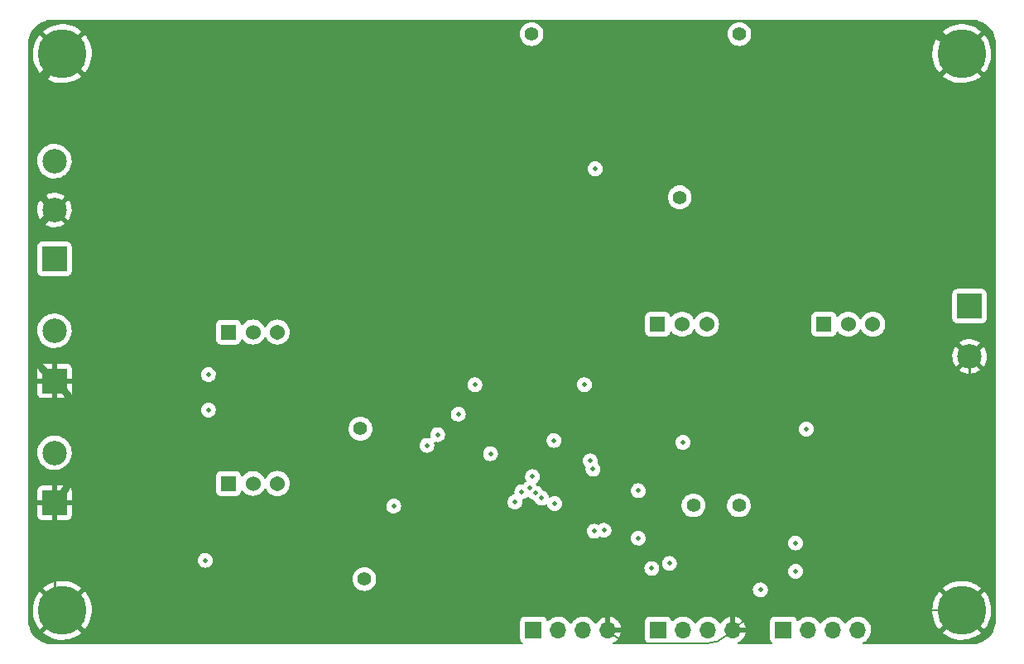
<source format=gbr>
%TF.GenerationSoftware,KiCad,Pcbnew,(6.0.2)*%
%TF.CreationDate,2022-04-24T20:48:30+08:00*%
%TF.ProjectId,wave_generator,77617665-5f67-4656-9e65-7261746f722e,rev?*%
%TF.SameCoordinates,Original*%
%TF.FileFunction,Copper,L4,Bot*%
%TF.FilePolarity,Positive*%
%FSLAX46Y46*%
G04 Gerber Fmt 4.6, Leading zero omitted, Abs format (unit mm)*
G04 Created by KiCad (PCBNEW (6.0.2)) date 2022-04-24 20:48:30*
%MOMM*%
%LPD*%
G01*
G04 APERTURE LIST*
%TA.AperFunction,ComponentPad*%
%ADD10R,1.524000X1.524000*%
%TD*%
%TA.AperFunction,ComponentPad*%
%ADD11C,1.524000*%
%TD*%
%TA.AperFunction,ComponentPad*%
%ADD12C,1.540000*%
%TD*%
%TA.AperFunction,ComponentPad*%
%ADD13R,2.500000X2.500000*%
%TD*%
%TA.AperFunction,ComponentPad*%
%ADD14C,2.500000*%
%TD*%
%TA.AperFunction,ComponentPad*%
%ADD15C,5.000000*%
%TD*%
%TA.AperFunction,ComponentPad*%
%ADD16C,1.400000*%
%TD*%
%TA.AperFunction,ComponentPad*%
%ADD17R,1.700000X1.700000*%
%TD*%
%TA.AperFunction,ComponentPad*%
%ADD18O,1.700000X1.700000*%
%TD*%
%TA.AperFunction,ViaPad*%
%ADD19C,0.500000*%
%TD*%
%TA.AperFunction,Conductor*%
%ADD20C,0.762000*%
%TD*%
%TA.AperFunction,Conductor*%
%ADD21C,0.254000*%
%TD*%
%TA.AperFunction,Conductor*%
%ADD22C,0.200000*%
%TD*%
G04 APERTURE END LIST*
D10*
%TO.P,RV3,1,1*%
%TO.N,Net-(RV3-Pad1)*%
X164900000Y-96700000D03*
D11*
%TO.P,RV3,2,2*%
%TO.N,+9V*%
X167400000Y-96700000D03*
D12*
%TO.P,RV3,3,3*%
%TO.N,Net-(RV3-Pad3)*%
X169900000Y-96700000D03*
%TD*%
D10*
%TO.P,RV2,1,1*%
%TO.N,Net-(RV2-Pad1)*%
X121000000Y-113000000D03*
D11*
%TO.P,RV2,2,2*%
%TO.N,+9V*%
X123500000Y-113000000D03*
D12*
%TO.P,RV2,3,3*%
%TO.N,Net-(RV2-Pad3)*%
X126000000Y-113000000D03*
%TD*%
D13*
%TO.P,J2,1,1*%
%TO.N,GND*%
X103200000Y-102500000D03*
D14*
%TO.P,J2,2,2*%
%TO.N,/Frequency*%
X103200000Y-97365851D03*
%TD*%
D15*
%TO.P,W3,1,1*%
%TO.N,GND*%
X104000000Y-126000000D03*
%TD*%
D16*
%TO.P,TP5,1,1*%
%TO.N,+9V*%
X152000000Y-67000000D03*
%TD*%
D17*
%TO.P,J6,1,Pin_1*%
%TO.N,+3V3*%
X152200000Y-128000000D03*
D18*
%TO.P,J6,2,Pin_2*%
%TO.N,/SWDIO*%
X154740000Y-128000000D03*
%TO.P,J6,3,Pin_3*%
%TO.N,/SWCLK*%
X157280000Y-128000000D03*
%TO.P,J6,4,Pin_4*%
%TO.N,GND*%
X159820000Y-128000000D03*
%TD*%
D16*
%TO.P,TP3,1,1*%
%TO.N,Net-(C26-Pad2)*%
X168550000Y-115250000D03*
%TD*%
D13*
%TO.P,J3,1,1*%
%TO.N,GND*%
X103200000Y-115000000D03*
D14*
%TO.P,J3,2,2*%
%TO.N,/Amplitude*%
X103200000Y-109865851D03*
%TD*%
D15*
%TO.P,W2,1,1*%
%TO.N,GND*%
X196000000Y-69000000D03*
%TD*%
D10*
%TO.P,RV4,1,1*%
%TO.N,Net-(RV4-Pad1)*%
X181900000Y-96700000D03*
D11*
%TO.P,RV4,2,2*%
%TO.N,+9V*%
X184400000Y-96700000D03*
D12*
%TO.P,RV4,3,3*%
%TO.N,Net-(RV4-Pad3)*%
X186900000Y-96700000D03*
%TD*%
D16*
%TO.P,TP1,1,1*%
%TO.N,Net-(C19-Pad1)*%
X134500000Y-107400000D03*
%TD*%
%TO.P,TP2,1,1*%
%TO.N,Net-(C20-Pad1)*%
X134900000Y-122800000D03*
%TD*%
%TO.P,TP4,1,1*%
%TO.N,/OUT_TEMP*%
X173200000Y-115250000D03*
%TD*%
D10*
%TO.P,RV1,1,1*%
%TO.N,Net-(RV1-Pad1)*%
X121000000Y-97500000D03*
D11*
%TO.P,RV1,2,2*%
%TO.N,+9V*%
X123500000Y-97500000D03*
D12*
%TO.P,RV1,3,3*%
%TO.N,Net-(RV1-Pad3)*%
X126000000Y-97500000D03*
%TD*%
D16*
%TO.P,TP7,1,1*%
%TO.N,-9V*%
X167150000Y-83700000D03*
%TD*%
D15*
%TO.P,W1,1,1*%
%TO.N,GND*%
X104000000Y-69000000D03*
%TD*%
D13*
%TO.P,J4,1,1*%
%TO.N,Net-(J4-Pad1)*%
X196800000Y-94850000D03*
D14*
%TO.P,J4,2,2*%
%TO.N,GND*%
X196800000Y-99984149D03*
%TD*%
D15*
%TO.P,W4,1,1*%
%TO.N,GND*%
X196000000Y-126000000D03*
%TD*%
D17*
%TO.P,J5,1,Pin_1*%
%TO.N,+3V3*%
X164950000Y-128000000D03*
D18*
%TO.P,J5,2,Pin_2*%
%TO.N,/USART_TX*%
X167490000Y-128000000D03*
%TO.P,J5,3,Pin_3*%
%TO.N,/USART_RX*%
X170030000Y-128000000D03*
%TO.P,J5,4,Pin_4*%
%TO.N,GND*%
X172570000Y-128000000D03*
%TD*%
D17*
%TO.P,J7,1,Pin_1*%
%TO.N,/DAC_OUT2*%
X177750000Y-128000000D03*
D18*
%TO.P,J7,2,Pin_2*%
%TO.N,/PA6*%
X180290000Y-128000000D03*
%TO.P,J7,3,Pin_3*%
%TO.N,/PA7*%
X182830000Y-128000000D03*
%TO.P,J7,4,Pin_4*%
%TO.N,/PA8*%
X185370000Y-128000000D03*
%TD*%
D16*
%TO.P,TP6,1,1*%
%TO.N,+3V3*%
X173250000Y-67000000D03*
%TD*%
D13*
%TO.P,J1,1,1*%
%TO.N,/-15V*%
X103200000Y-90000000D03*
D14*
%TO.P,J1,2,2*%
%TO.N,GND*%
X103200000Y-85000000D03*
%TO.P,J1,3,3*%
%TO.N,/+15V*%
X103200000Y-80000000D03*
%TD*%
D19*
%TO.N,GND*%
X178400000Y-106200000D03*
X140300000Y-111000000D03*
X178600000Y-99600000D03*
X198200000Y-88500000D03*
X191700000Y-124300000D03*
X194000000Y-104900000D03*
X110500000Y-119400000D03*
X107500000Y-66300000D03*
X104200000Y-121800000D03*
X156200000Y-77800000D03*
X174700000Y-108700000D03*
X156200000Y-89200000D03*
X127787400Y-91414600D03*
X190900000Y-82600000D03*
X177600000Y-88600000D03*
X191100000Y-104800000D03*
X126600000Y-66400000D03*
X198200000Y-113500000D03*
X134300000Y-111400000D03*
X180400000Y-78500000D03*
X148500000Y-128500000D03*
X101700000Y-106300000D03*
X133223000Y-98221800D03*
X192200000Y-96700000D03*
X175900000Y-83300000D03*
X198500000Y-75000000D03*
X198200000Y-118600000D03*
X142697200Y-85547200D03*
X184318934Y-111125000D03*
X120500000Y-79000000D03*
X170600000Y-66500000D03*
X109200000Y-100900000D03*
X130962400Y-94665800D03*
X129200000Y-128600000D03*
X110100000Y-114200000D03*
X133200000Y-128600000D03*
X175500000Y-112800000D03*
X111600000Y-104000000D03*
X196000000Y-121800000D03*
X191200000Y-67900000D03*
X158400000Y-92800000D03*
X155500000Y-104700000D03*
X109800000Y-66200000D03*
X198500000Y-122600000D03*
X168500000Y-66500000D03*
X198200000Y-116100000D03*
X147200000Y-114900000D03*
X175800000Y-94700000D03*
X198200000Y-91300000D03*
X114200000Y-128700000D03*
X161700000Y-66500000D03*
X127228600Y-94716600D03*
X129700000Y-98300000D03*
X189200000Y-88500000D03*
X130000000Y-111200000D03*
X111200000Y-79900000D03*
X113512600Y-77393800D03*
X185900000Y-80200000D03*
X105800000Y-77400000D03*
X193900000Y-107700000D03*
X107800000Y-75300000D03*
X198400000Y-77600000D03*
X134543800Y-94665800D03*
X101200000Y-118800000D03*
X127900000Y-82600000D03*
X198100000Y-120700000D03*
X128092200Y-75895200D03*
X179500000Y-115500000D03*
X103200000Y-77400000D03*
X198300000Y-82900000D03*
X194300000Y-86700000D03*
X101700000Y-73000000D03*
X113900000Y-107000000D03*
X141225000Y-100675000D03*
X150300000Y-104400000D03*
X110600000Y-128700000D03*
X176700000Y-66500000D03*
X194300000Y-76100000D03*
X151400000Y-108900000D03*
X101300000Y-112500000D03*
X120400000Y-71900000D03*
X191500000Y-70500000D03*
X156800000Y-96800000D03*
X126200000Y-79900000D03*
X172700000Y-83700000D03*
X169600000Y-75500000D03*
X120400000Y-86700000D03*
X180300000Y-66800000D03*
X179806600Y-91973400D03*
X194000000Y-100000000D03*
X114600000Y-112900000D03*
X130700000Y-124600000D03*
X154000000Y-93200000D03*
X159400000Y-66500000D03*
X184600000Y-85700000D03*
X125300000Y-128700000D03*
X198200000Y-111100000D03*
X166100000Y-66500000D03*
X136700000Y-128600000D03*
X149100000Y-92600000D03*
X147400000Y-81000000D03*
X188000000Y-112400000D03*
X137109200Y-97180400D03*
X198200000Y-103500000D03*
X140300000Y-128600000D03*
X194000000Y-102500000D03*
X120900000Y-92000000D03*
X161825000Y-112575000D03*
X175550000Y-69920710D03*
X123900000Y-124700000D03*
X145500000Y-71600000D03*
X131900000Y-114000000D03*
X195900000Y-73300000D03*
X147500000Y-74400000D03*
X138400000Y-105700000D03*
X146400000Y-111500000D03*
X191200000Y-98600000D03*
X126900000Y-108700000D03*
X108400000Y-106400000D03*
X181000000Y-86800000D03*
X192900000Y-72400000D03*
X173800000Y-99200000D03*
X106300000Y-102200000D03*
X122072400Y-108559600D03*
X112600000Y-99900000D03*
X140300000Y-122700000D03*
X107900000Y-70800000D03*
X112400000Y-66200000D03*
X121800000Y-128700000D03*
X122900000Y-66400000D03*
X108100000Y-127500000D03*
X147400000Y-77900000D03*
X142500000Y-125800000D03*
X143300000Y-95200000D03*
X103800000Y-73100000D03*
X163900000Y-66500000D03*
X108300000Y-124900000D03*
X192200000Y-66100000D03*
X116100000Y-92300000D03*
X190100000Y-116000000D03*
X115900000Y-66300000D03*
X150400000Y-97000000D03*
X191000000Y-110100000D03*
X127800000Y-86600000D03*
X188900000Y-102900000D03*
X172700000Y-87700000D03*
X142500000Y-104200000D03*
X106800000Y-122700000D03*
X188200000Y-92500000D03*
X116500000Y-79000000D03*
X194700000Y-79600000D03*
X191400000Y-78000000D03*
X198600000Y-72500000D03*
X193300000Y-122400000D03*
X194000000Y-97800000D03*
X194000000Y-95700000D03*
X113100000Y-122900000D03*
X141900000Y-71600000D03*
X191100000Y-107700000D03*
X198200000Y-105800000D03*
X142800000Y-81100000D03*
X185000000Y-116000000D03*
X129000000Y-103500000D03*
X106300000Y-87200000D03*
X194300000Y-113100000D03*
X190400000Y-73600000D03*
X191100000Y-101500000D03*
X144500000Y-128500000D03*
X191600000Y-127100000D03*
X111700000Y-92500000D03*
X118500000Y-109200000D03*
X138700000Y-117600000D03*
X183600000Y-66800000D03*
X108500000Y-68400000D03*
X117800000Y-124600000D03*
X192700000Y-128800000D03*
X152900000Y-110100000D03*
X198200000Y-108500000D03*
X180600000Y-82100000D03*
X153100000Y-100500000D03*
X184700000Y-90500000D03*
X190200000Y-112400000D03*
X129100000Y-106900000D03*
X119400000Y-66400000D03*
X101600000Y-122600000D03*
X106400000Y-81600000D03*
X156184600Y-69469000D03*
X106000000Y-93700000D03*
X106600000Y-129000000D03*
X198400000Y-80200000D03*
X187500000Y-66800000D03*
X171300000Y-92000000D03*
X118000000Y-128700000D03*
X198300000Y-85700000D03*
%TO.N,Net-(C19-Pad1)*%
X147800000Y-109950000D03*
%TO.N,Net-(C20-Pad1)*%
X151000000Y-113850000D03*
%TO.N,/Freq_LED*%
X179000000Y-122000000D03*
X158279290Y-111550000D03*
%TO.N,/Amp_LED*%
X179000000Y-119100000D03*
X158000000Y-110700000D03*
%TO.N,+3V3*%
X144500000Y-105900000D03*
X162900000Y-118600000D03*
X157400000Y-102900000D03*
X154350000Y-115050000D03*
X146200000Y-102900000D03*
X141300000Y-109100000D03*
X158500000Y-80800000D03*
X162900000Y-113750000D03*
X142400000Y-108000000D03*
X154300000Y-108600000D03*
%TO.N,-9V*%
X118948200Y-105486200D03*
X180086000Y-107442000D03*
X167482713Y-108808713D03*
X118948200Y-101879400D03*
X118618000Y-120878600D03*
%TO.N,/SWDIO*%
X150300000Y-114900000D03*
%TO.N,/SWCLK*%
X137900000Y-115300000D03*
%TO.N,/DAC_OUT2*%
X153000000Y-114500000D03*
X175400000Y-123900000D03*
%TO.N,/PA6*%
X152400000Y-114000000D03*
%TO.N,/PA7*%
X151800000Y-113500000D03*
%TO.N,/PA8*%
X152100000Y-112300000D03*
%TO.N,/USART_TX*%
X158400000Y-117900000D03*
X164300000Y-121700000D03*
%TO.N,/USART_RX*%
X159400000Y-117800000D03*
X166100000Y-121200000D03*
%TD*%
D20*
%TO.N,GND*%
X103200000Y-85000000D02*
X101989950Y-86210050D01*
X175550000Y-72830762D02*
X175550000Y-69920710D01*
D21*
X157927208Y-89200000D02*
X156200000Y-89200000D01*
X143300000Y-99034315D02*
X143300000Y-95200000D01*
X103200000Y-115000000D02*
X103200000Y-124068630D01*
X141225000Y-100675000D02*
X141270406Y-100675000D01*
D20*
X103200000Y-102500000D02*
X101976756Y-101276755D01*
X180300000Y-66800000D02*
X183600000Y-66800000D01*
D22*
X177398427Y-126000000D02*
X196000000Y-126000000D01*
X172570000Y-128000000D02*
X172118699Y-128451301D01*
D20*
X100900000Y-80400000D02*
X100900000Y-76484062D01*
X183600000Y-66800000D02*
X187500000Y-66800000D01*
X169600000Y-75500000D02*
X172244366Y-75500000D01*
D21*
X103200000Y-102500000D02*
X104073654Y-103373654D01*
D20*
X105699992Y-107299989D02*
X105699992Y-108964476D01*
D22*
X162514328Y-129400000D02*
X169828336Y-129400000D01*
D20*
X178714213Y-66800000D02*
X180300000Y-66800000D01*
X103200000Y-85000000D02*
X102526346Y-84326346D01*
D21*
X129000000Y-103500000D02*
X126814213Y-103500000D01*
D20*
X195497057Y-68497056D02*
X196000000Y-69000000D01*
X101000000Y-88600000D02*
X101000000Y-98918657D01*
D22*
X159820000Y-128000000D02*
X160304771Y-128484771D01*
D21*
X121500000Y-107400000D02*
X120053554Y-108846446D01*
X124400000Y-104500000D02*
X121500000Y-107400000D01*
D20*
X156200000Y-77800000D02*
X156200000Y-89200000D01*
X175550000Y-69920710D02*
X175550000Y-69610660D01*
X187500000Y-66800000D02*
X191400000Y-66800000D01*
D21*
X184318934Y-111125000D02*
X188655583Y-111125000D01*
X196800000Y-106551472D02*
X196800000Y-99984149D01*
X119200000Y-109200000D02*
X118500000Y-109200000D01*
X161825000Y-112575000D02*
X161825000Y-94264518D01*
X196800000Y-106551472D02*
G75*
G02*
X196200000Y-108000000I-2048527J0D01*
G01*
D20*
X103199997Y-114999999D02*
G75*
G03*
X105699992Y-108964476I-6035467J6035499D01*
G01*
X104000000Y-69000000D02*
G75*
G03*
X100900000Y-76484062I7484066J-7484063D01*
G01*
X195497057Y-68497056D02*
G75*
G03*
X191400000Y-66800000I-4097060J-4097066D01*
G01*
D21*
X119200000Y-109200000D02*
G75*
G03*
X120053554Y-108846446I-2J1207111D01*
G01*
D20*
X101976756Y-101276755D02*
G75*
G02*
X101000000Y-98918657I2358105J2358101D01*
G01*
D21*
X142900000Y-100000000D02*
G75*
G02*
X141270406Y-100675000I-1629595J1629596D01*
G01*
X160100000Y-90100000D02*
G75*
G02*
X161825000Y-94264518I-4164518J-4164518D01*
G01*
D22*
X177398427Y-126000001D02*
G75*
G03*
X172570001Y-128000001I-1J-6828424D01*
G01*
D21*
X124400000Y-104500000D02*
G75*
G02*
X126814213Y-103500000I2414210J-2414205D01*
G01*
D20*
X178714213Y-66800000D02*
G75*
G03*
X176300000Y-67800000I2J-3414216D01*
G01*
D22*
X172118699Y-128451301D02*
G75*
G02*
X169828336Y-129400000I-2290365J2290368D01*
G01*
D20*
X175550000Y-72830762D02*
G75*
G02*
X174900000Y-74400000I-2219234J-1D01*
G01*
D21*
X157927208Y-89200001D02*
G75*
G02*
X160099999Y-90100001I3J-3072784D01*
G01*
X104000000Y-126000000D02*
G75*
G02*
X103200000Y-124068630I1931366J1931369D01*
G01*
X196200000Y-108000000D02*
G75*
G02*
X188655583Y-111125000I-7544417J7544416D01*
G01*
D20*
X176300000Y-67800000D02*
G75*
G03*
X175550000Y-69610660I1810664J-1810662D01*
G01*
X101000001Y-88600000D02*
G75*
G02*
X101989951Y-86210051I3379901J-1D01*
G01*
D21*
X143300000Y-99034315D02*
G75*
G02*
X142900000Y-100000000I-1365677J-3D01*
G01*
D20*
X100900000Y-80400000D02*
G75*
G03*
X102526346Y-84326346I5552686J-2D01*
G01*
D22*
X162514328Y-129399999D02*
G75*
G02*
X160304772Y-128484770I-2J3124779D01*
G01*
D20*
X174900000Y-74400000D02*
G75*
G02*
X172244366Y-75500000I-2655635J2655635D01*
G01*
X105699992Y-107299989D02*
G75*
G03*
X104073655Y-103373657I-5552635J18D01*
G01*
%TD*%
%TA.AperFunction,Conductor*%
%TO.N,GND*%
G36*
X196970057Y-65509500D02*
G01*
X196984858Y-65511805D01*
X196984861Y-65511805D01*
X196993730Y-65513186D01*
X197010899Y-65510941D01*
X197034839Y-65510108D01*
X197292770Y-65525710D01*
X197307874Y-65527544D01*
X197378648Y-65540514D01*
X197588879Y-65579040D01*
X197603641Y-65582678D01*
X197876408Y-65667675D01*
X197890627Y-65673069D01*
X198151140Y-65790316D01*
X198164609Y-65797385D01*
X198409095Y-65945182D01*
X198421617Y-65953825D01*
X198646507Y-66130016D01*
X198657895Y-66140106D01*
X198859894Y-66342105D01*
X198869984Y-66353493D01*
X199046175Y-66578383D01*
X199054818Y-66590905D01*
X199202615Y-66835391D01*
X199209684Y-66848860D01*
X199326930Y-67109370D01*
X199332325Y-67123592D01*
X199406644Y-67362089D01*
X199417321Y-67396353D01*
X199420962Y-67411127D01*
X199472456Y-67692126D01*
X199474290Y-67707230D01*
X199489455Y-67957929D01*
X199488198Y-67984639D01*
X199488195Y-67984859D01*
X199486814Y-67993730D01*
X199487978Y-68002632D01*
X199487978Y-68002635D01*
X199490936Y-68025251D01*
X199492000Y-68041589D01*
X199492000Y-126950672D01*
X199490500Y-126970057D01*
X199488213Y-126984748D01*
X199486814Y-126993730D01*
X199488581Y-127007240D01*
X199489059Y-127010897D01*
X199489892Y-127034839D01*
X199474290Y-127292770D01*
X199472456Y-127307874D01*
X199425546Y-127563860D01*
X199420962Y-127588873D01*
X199417322Y-127603641D01*
X199356363Y-127799267D01*
X199332326Y-127876404D01*
X199326931Y-127890627D01*
X199220099Y-128128000D01*
X199209686Y-128151136D01*
X199202615Y-128164609D01*
X199054818Y-128409095D01*
X199046175Y-128421617D01*
X198869984Y-128646507D01*
X198859894Y-128657895D01*
X198657895Y-128859894D01*
X198646507Y-128869984D01*
X198421617Y-129046175D01*
X198409095Y-129054818D01*
X198164609Y-129202615D01*
X198151140Y-129209684D01*
X197890630Y-129326930D01*
X197876408Y-129332325D01*
X197603641Y-129417322D01*
X197588879Y-129420960D01*
X197402339Y-129455145D01*
X197307874Y-129472456D01*
X197292770Y-129474290D01*
X197042071Y-129489455D01*
X197015361Y-129488198D01*
X197015141Y-129488195D01*
X197006270Y-129486814D01*
X196997368Y-129487978D01*
X196997365Y-129487978D01*
X196974749Y-129490936D01*
X196958411Y-129492000D01*
X185956139Y-129492000D01*
X185888018Y-129471998D01*
X185841525Y-129418342D01*
X185831421Y-129348068D01*
X185860915Y-129283488D01*
X185900707Y-129252849D01*
X185954021Y-129226731D01*
X186067994Y-129170896D01*
X186249860Y-129041173D01*
X186278371Y-129012762D01*
X186393616Y-128897918D01*
X186408096Y-128883489D01*
X186538453Y-128702077D01*
X186551995Y-128674678D01*
X186635136Y-128506453D01*
X186635137Y-128506451D01*
X186637430Y-128501811D01*
X186698234Y-128301681D01*
X194063860Y-128301681D01*
X194063878Y-128301933D01*
X194069793Y-128310677D01*
X194101111Y-128339174D01*
X194106748Y-128343738D01*
X194382544Y-128541918D01*
X194388682Y-128545813D01*
X194685435Y-128710984D01*
X194691955Y-128714136D01*
X195005738Y-128844109D01*
X195012589Y-128846495D01*
X195339212Y-128939536D01*
X195346301Y-128941120D01*
X195681465Y-128996006D01*
X195688671Y-128996763D01*
X196027926Y-129012762D01*
X196035176Y-129012686D01*
X196374010Y-128989587D01*
X196381219Y-128988676D01*
X196715160Y-128926784D01*
X196722190Y-128925057D01*
X197046819Y-128825187D01*
X197053597Y-128822667D01*
X197364603Y-128686145D01*
X197371043Y-128682864D01*
X197664293Y-128511502D01*
X197670326Y-128507493D01*
X197928828Y-128313405D01*
X197937282Y-128302078D01*
X197930537Y-128289748D01*
X196012810Y-126372020D01*
X195998869Y-126364408D01*
X195997034Y-126364539D01*
X195990420Y-126368790D01*
X194071474Y-128287737D01*
X194063860Y-128301681D01*
X186698234Y-128301681D01*
X186702370Y-128288069D01*
X186731529Y-128066590D01*
X186731611Y-128063240D01*
X186733074Y-128003365D01*
X186733074Y-128003361D01*
X186733156Y-128000000D01*
X186714852Y-127777361D01*
X186660431Y-127560702D01*
X186571354Y-127355840D01*
X186450014Y-127168277D01*
X186299670Y-127003051D01*
X186295619Y-126999852D01*
X186295615Y-126999848D01*
X186128414Y-126867800D01*
X186128410Y-126867798D01*
X186124359Y-126864598D01*
X186088028Y-126844542D01*
X186072136Y-126835769D01*
X185928789Y-126756638D01*
X185923920Y-126754914D01*
X185923916Y-126754912D01*
X185723087Y-126683795D01*
X185723083Y-126683794D01*
X185718212Y-126682069D01*
X185713119Y-126681162D01*
X185713116Y-126681161D01*
X185503373Y-126643800D01*
X185503367Y-126643799D01*
X185498284Y-126642894D01*
X185424452Y-126641992D01*
X185280081Y-126640228D01*
X185280079Y-126640228D01*
X185274911Y-126640165D01*
X185054091Y-126673955D01*
X184841756Y-126743357D01*
X184643607Y-126846507D01*
X184639474Y-126849610D01*
X184639471Y-126849612D01*
X184472804Y-126974749D01*
X184464965Y-126980635D01*
X184446605Y-126999848D01*
X184353729Y-127097037D01*
X184310629Y-127142138D01*
X184203201Y-127299621D01*
X184148293Y-127344621D01*
X184077768Y-127352792D01*
X184014021Y-127321538D01*
X183993324Y-127297054D01*
X183912822Y-127172617D01*
X183912820Y-127172614D01*
X183910014Y-127168277D01*
X183759670Y-127003051D01*
X183755619Y-126999852D01*
X183755615Y-126999848D01*
X183588414Y-126867800D01*
X183588410Y-126867798D01*
X183584359Y-126864598D01*
X183548028Y-126844542D01*
X183532136Y-126835769D01*
X183388789Y-126756638D01*
X183383920Y-126754914D01*
X183383916Y-126754912D01*
X183183087Y-126683795D01*
X183183083Y-126683794D01*
X183178212Y-126682069D01*
X183173119Y-126681162D01*
X183173116Y-126681161D01*
X182963373Y-126643800D01*
X182963367Y-126643799D01*
X182958284Y-126642894D01*
X182884452Y-126641992D01*
X182740081Y-126640228D01*
X182740079Y-126640228D01*
X182734911Y-126640165D01*
X182514091Y-126673955D01*
X182301756Y-126743357D01*
X182103607Y-126846507D01*
X182099474Y-126849610D01*
X182099471Y-126849612D01*
X181932804Y-126974749D01*
X181924965Y-126980635D01*
X181906605Y-126999848D01*
X181813729Y-127097037D01*
X181770629Y-127142138D01*
X181663201Y-127299621D01*
X181608293Y-127344621D01*
X181537768Y-127352792D01*
X181474021Y-127321538D01*
X181453324Y-127297054D01*
X181372822Y-127172617D01*
X181372820Y-127172614D01*
X181370014Y-127168277D01*
X181219670Y-127003051D01*
X181215619Y-126999852D01*
X181215615Y-126999848D01*
X181048414Y-126867800D01*
X181048410Y-126867798D01*
X181044359Y-126864598D01*
X181008028Y-126844542D01*
X180992136Y-126835769D01*
X180848789Y-126756638D01*
X180843920Y-126754914D01*
X180843916Y-126754912D01*
X180643087Y-126683795D01*
X180643083Y-126683794D01*
X180638212Y-126682069D01*
X180633119Y-126681162D01*
X180633116Y-126681161D01*
X180423373Y-126643800D01*
X180423367Y-126643799D01*
X180418284Y-126642894D01*
X180344452Y-126641992D01*
X180200081Y-126640228D01*
X180200079Y-126640228D01*
X180194911Y-126640165D01*
X179974091Y-126673955D01*
X179761756Y-126743357D01*
X179563607Y-126846507D01*
X179559474Y-126849610D01*
X179559471Y-126849612D01*
X179392804Y-126974749D01*
X179384965Y-126980635D01*
X179326256Y-127042071D01*
X179304283Y-127065064D01*
X179242759Y-127100494D01*
X179171846Y-127097037D01*
X179114060Y-127055791D01*
X179095207Y-127022243D01*
X179053767Y-126911703D01*
X179050615Y-126903295D01*
X178963261Y-126786739D01*
X178846705Y-126699385D01*
X178710316Y-126648255D01*
X178648134Y-126641500D01*
X176851866Y-126641500D01*
X176789684Y-126648255D01*
X176653295Y-126699385D01*
X176536739Y-126786739D01*
X176449385Y-126903295D01*
X176398255Y-127039684D01*
X176391500Y-127101866D01*
X176391500Y-128898134D01*
X176398255Y-128960316D01*
X176449385Y-129096705D01*
X176536739Y-129213261D01*
X176543919Y-129218642D01*
X176543920Y-129218643D01*
X176606006Y-129265174D01*
X176648521Y-129322033D01*
X176653547Y-129392852D01*
X176619487Y-129455145D01*
X176557155Y-129489135D01*
X176530441Y-129492000D01*
X173155004Y-129492000D01*
X173086883Y-129471998D01*
X173040390Y-129418342D01*
X173030286Y-129348068D01*
X173059780Y-129283488D01*
X173099571Y-129252849D01*
X173263095Y-129172739D01*
X173271945Y-129167464D01*
X173445328Y-129043792D01*
X173453200Y-129037139D01*
X173604052Y-128886812D01*
X173610730Y-128878965D01*
X173735003Y-128706020D01*
X173740313Y-128697183D01*
X173834670Y-128506267D01*
X173838469Y-128496672D01*
X173900377Y-128292910D01*
X173902555Y-128282837D01*
X173903986Y-128271962D01*
X173901775Y-128257778D01*
X173888617Y-128254000D01*
X172442000Y-128254000D01*
X172373879Y-128233998D01*
X172327386Y-128180342D01*
X172316000Y-128128000D01*
X172316000Y-127727885D01*
X172824000Y-127727885D01*
X172828475Y-127743124D01*
X172829865Y-127744329D01*
X172837548Y-127746000D01*
X173888344Y-127746000D01*
X173901875Y-127742027D01*
X173903180Y-127732947D01*
X173861214Y-127565875D01*
X173857894Y-127556124D01*
X173772972Y-127360814D01*
X173768105Y-127351739D01*
X173652426Y-127172926D01*
X173646136Y-127164757D01*
X173502806Y-127007240D01*
X173495273Y-127000215D01*
X173328139Y-126868222D01*
X173319552Y-126862517D01*
X173133117Y-126759599D01*
X173123705Y-126755369D01*
X172922959Y-126684280D01*
X172912988Y-126681646D01*
X172841837Y-126668972D01*
X172828540Y-126670432D01*
X172824000Y-126684989D01*
X172824000Y-127727885D01*
X172316000Y-127727885D01*
X172316000Y-126683102D01*
X172312082Y-126669758D01*
X172297806Y-126667771D01*
X172259324Y-126673660D01*
X172249288Y-126676051D01*
X172046868Y-126742212D01*
X172037359Y-126746209D01*
X171848463Y-126844542D01*
X171839738Y-126850036D01*
X171669433Y-126977905D01*
X171661726Y-126984748D01*
X171514590Y-127138717D01*
X171508109Y-127146722D01*
X171403498Y-127300074D01*
X171348587Y-127345076D01*
X171278062Y-127353247D01*
X171214315Y-127321993D01*
X171193618Y-127297509D01*
X171112822Y-127172617D01*
X171112820Y-127172614D01*
X171110014Y-127168277D01*
X170959670Y-127003051D01*
X170955619Y-126999852D01*
X170955615Y-126999848D01*
X170788414Y-126867800D01*
X170788410Y-126867798D01*
X170784359Y-126864598D01*
X170748028Y-126844542D01*
X170732136Y-126835769D01*
X170588789Y-126756638D01*
X170583920Y-126754914D01*
X170583916Y-126754912D01*
X170383087Y-126683795D01*
X170383083Y-126683794D01*
X170378212Y-126682069D01*
X170373119Y-126681162D01*
X170373116Y-126681161D01*
X170163373Y-126643800D01*
X170163367Y-126643799D01*
X170158284Y-126642894D01*
X170084452Y-126641992D01*
X169940081Y-126640228D01*
X169940079Y-126640228D01*
X169934911Y-126640165D01*
X169714091Y-126673955D01*
X169501756Y-126743357D01*
X169303607Y-126846507D01*
X169299474Y-126849610D01*
X169299471Y-126849612D01*
X169132804Y-126974749D01*
X169124965Y-126980635D01*
X169106605Y-126999848D01*
X169013729Y-127097037D01*
X168970629Y-127142138D01*
X168863201Y-127299621D01*
X168808293Y-127344621D01*
X168737768Y-127352792D01*
X168674021Y-127321538D01*
X168653324Y-127297054D01*
X168572822Y-127172617D01*
X168572820Y-127172614D01*
X168570014Y-127168277D01*
X168419670Y-127003051D01*
X168415619Y-126999852D01*
X168415615Y-126999848D01*
X168248414Y-126867800D01*
X168248410Y-126867798D01*
X168244359Y-126864598D01*
X168208028Y-126844542D01*
X168192136Y-126835769D01*
X168048789Y-126756638D01*
X168043920Y-126754914D01*
X168043916Y-126754912D01*
X167843087Y-126683795D01*
X167843083Y-126683794D01*
X167838212Y-126682069D01*
X167833119Y-126681162D01*
X167833116Y-126681161D01*
X167623373Y-126643800D01*
X167623367Y-126643799D01*
X167618284Y-126642894D01*
X167544452Y-126641992D01*
X167400081Y-126640228D01*
X167400079Y-126640228D01*
X167394911Y-126640165D01*
X167174091Y-126673955D01*
X166961756Y-126743357D01*
X166763607Y-126846507D01*
X166759474Y-126849610D01*
X166759471Y-126849612D01*
X166592804Y-126974749D01*
X166584965Y-126980635D01*
X166526256Y-127042071D01*
X166504283Y-127065064D01*
X166442759Y-127100494D01*
X166371846Y-127097037D01*
X166314060Y-127055791D01*
X166295207Y-127022243D01*
X166253767Y-126911703D01*
X166250615Y-126903295D01*
X166163261Y-126786739D01*
X166046705Y-126699385D01*
X165910316Y-126648255D01*
X165848134Y-126641500D01*
X164051866Y-126641500D01*
X163989684Y-126648255D01*
X163853295Y-126699385D01*
X163736739Y-126786739D01*
X163649385Y-126903295D01*
X163598255Y-127039684D01*
X163591500Y-127101866D01*
X163591500Y-128898134D01*
X163598255Y-128960316D01*
X163649385Y-129096705D01*
X163736739Y-129213261D01*
X163743919Y-129218642D01*
X163743920Y-129218643D01*
X163806006Y-129265174D01*
X163848521Y-129322033D01*
X163853547Y-129392852D01*
X163819487Y-129455145D01*
X163757155Y-129489135D01*
X163730441Y-129492000D01*
X160405004Y-129492000D01*
X160336883Y-129471998D01*
X160290390Y-129418342D01*
X160280286Y-129348068D01*
X160309780Y-129283488D01*
X160349571Y-129252849D01*
X160513095Y-129172739D01*
X160521945Y-129167464D01*
X160695328Y-129043792D01*
X160703200Y-129037139D01*
X160854052Y-128886812D01*
X160860730Y-128878965D01*
X160985003Y-128706020D01*
X160990313Y-128697183D01*
X161084670Y-128506267D01*
X161088469Y-128496672D01*
X161150377Y-128292910D01*
X161152555Y-128282837D01*
X161153986Y-128271962D01*
X161151775Y-128257778D01*
X161138617Y-128254000D01*
X159692000Y-128254000D01*
X159623879Y-128233998D01*
X159577386Y-128180342D01*
X159566000Y-128128000D01*
X159566000Y-127727885D01*
X160074000Y-127727885D01*
X160078475Y-127743124D01*
X160079865Y-127744329D01*
X160087548Y-127746000D01*
X161138344Y-127746000D01*
X161151875Y-127742027D01*
X161153180Y-127732947D01*
X161111214Y-127565875D01*
X161107894Y-127556124D01*
X161022972Y-127360814D01*
X161018105Y-127351739D01*
X160902426Y-127172926D01*
X160896136Y-127164757D01*
X160752806Y-127007240D01*
X160745273Y-127000215D01*
X160578139Y-126868222D01*
X160569552Y-126862517D01*
X160383117Y-126759599D01*
X160373705Y-126755369D01*
X160172959Y-126684280D01*
X160162988Y-126681646D01*
X160091837Y-126668972D01*
X160078540Y-126670432D01*
X160074000Y-126684989D01*
X160074000Y-127727885D01*
X159566000Y-127727885D01*
X159566000Y-126683102D01*
X159562082Y-126669758D01*
X159547806Y-126667771D01*
X159509324Y-126673660D01*
X159499288Y-126676051D01*
X159296868Y-126742212D01*
X159287359Y-126746209D01*
X159098463Y-126844542D01*
X159089738Y-126850036D01*
X158919433Y-126977905D01*
X158911726Y-126984748D01*
X158764590Y-127138717D01*
X158758109Y-127146722D01*
X158653498Y-127300074D01*
X158598587Y-127345076D01*
X158528062Y-127353247D01*
X158464315Y-127321993D01*
X158443618Y-127297509D01*
X158362822Y-127172617D01*
X158362820Y-127172614D01*
X158360014Y-127168277D01*
X158209670Y-127003051D01*
X158205619Y-126999852D01*
X158205615Y-126999848D01*
X158038414Y-126867800D01*
X158038410Y-126867798D01*
X158034359Y-126864598D01*
X157998028Y-126844542D01*
X157982136Y-126835769D01*
X157838789Y-126756638D01*
X157833920Y-126754914D01*
X157833916Y-126754912D01*
X157633087Y-126683795D01*
X157633083Y-126683794D01*
X157628212Y-126682069D01*
X157623119Y-126681162D01*
X157623116Y-126681161D01*
X157413373Y-126643800D01*
X157413367Y-126643799D01*
X157408284Y-126642894D01*
X157334452Y-126641992D01*
X157190081Y-126640228D01*
X157190079Y-126640228D01*
X157184911Y-126640165D01*
X156964091Y-126673955D01*
X156751756Y-126743357D01*
X156553607Y-126846507D01*
X156549474Y-126849610D01*
X156549471Y-126849612D01*
X156382804Y-126974749D01*
X156374965Y-126980635D01*
X156356605Y-126999848D01*
X156263729Y-127097037D01*
X156220629Y-127142138D01*
X156113201Y-127299621D01*
X156058293Y-127344621D01*
X155987768Y-127352792D01*
X155924021Y-127321538D01*
X155903324Y-127297054D01*
X155822822Y-127172617D01*
X155822820Y-127172614D01*
X155820014Y-127168277D01*
X155669670Y-127003051D01*
X155665619Y-126999852D01*
X155665615Y-126999848D01*
X155498414Y-126867800D01*
X155498410Y-126867798D01*
X155494359Y-126864598D01*
X155458028Y-126844542D01*
X155442136Y-126835769D01*
X155298789Y-126756638D01*
X155293920Y-126754914D01*
X155293916Y-126754912D01*
X155093087Y-126683795D01*
X155093083Y-126683794D01*
X155088212Y-126682069D01*
X155083119Y-126681162D01*
X155083116Y-126681161D01*
X154873373Y-126643800D01*
X154873367Y-126643799D01*
X154868284Y-126642894D01*
X154794452Y-126641992D01*
X154650081Y-126640228D01*
X154650079Y-126640228D01*
X154644911Y-126640165D01*
X154424091Y-126673955D01*
X154211756Y-126743357D01*
X154013607Y-126846507D01*
X154009474Y-126849610D01*
X154009471Y-126849612D01*
X153842804Y-126974749D01*
X153834965Y-126980635D01*
X153776256Y-127042071D01*
X153754283Y-127065064D01*
X153692759Y-127100494D01*
X153621846Y-127097037D01*
X153564060Y-127055791D01*
X153545207Y-127022243D01*
X153503767Y-126911703D01*
X153500615Y-126903295D01*
X153413261Y-126786739D01*
X153296705Y-126699385D01*
X153160316Y-126648255D01*
X153098134Y-126641500D01*
X151301866Y-126641500D01*
X151239684Y-126648255D01*
X151103295Y-126699385D01*
X150986739Y-126786739D01*
X150899385Y-126903295D01*
X150848255Y-127039684D01*
X150841500Y-127101866D01*
X150841500Y-128898134D01*
X150848255Y-128960316D01*
X150899385Y-129096705D01*
X150986739Y-129213261D01*
X150993919Y-129218642D01*
X150993920Y-129218643D01*
X151056006Y-129265174D01*
X151098521Y-129322033D01*
X151103547Y-129392852D01*
X151069487Y-129455145D01*
X151007155Y-129489135D01*
X150980441Y-129492000D01*
X103049328Y-129492000D01*
X103029943Y-129490500D01*
X103015142Y-129488195D01*
X103015139Y-129488195D01*
X103006270Y-129486814D01*
X102989101Y-129489059D01*
X102965161Y-129489892D01*
X102707230Y-129474290D01*
X102692126Y-129472456D01*
X102597661Y-129455145D01*
X102411121Y-129420960D01*
X102396359Y-129417322D01*
X102123592Y-129332325D01*
X102109370Y-129326930D01*
X101848860Y-129209684D01*
X101835391Y-129202615D01*
X101590905Y-129054818D01*
X101578383Y-129046175D01*
X101353493Y-128869984D01*
X101342105Y-128859894D01*
X101140106Y-128657895D01*
X101130016Y-128646507D01*
X100953825Y-128421617D01*
X100945182Y-128409095D01*
X100880248Y-128301681D01*
X102063860Y-128301681D01*
X102063878Y-128301933D01*
X102069793Y-128310677D01*
X102101111Y-128339174D01*
X102106748Y-128343738D01*
X102382544Y-128541918D01*
X102388682Y-128545813D01*
X102685435Y-128710984D01*
X102691955Y-128714136D01*
X103005738Y-128844109D01*
X103012589Y-128846495D01*
X103339212Y-128939536D01*
X103346301Y-128941120D01*
X103681465Y-128996006D01*
X103688671Y-128996763D01*
X104027926Y-129012762D01*
X104035176Y-129012686D01*
X104374010Y-128989587D01*
X104381219Y-128988676D01*
X104715160Y-128926784D01*
X104722190Y-128925057D01*
X105046819Y-128825187D01*
X105053597Y-128822667D01*
X105364603Y-128686145D01*
X105371043Y-128682864D01*
X105664293Y-128511502D01*
X105670326Y-128507493D01*
X105928828Y-128313405D01*
X105937282Y-128302078D01*
X105930537Y-128289748D01*
X104012810Y-126372020D01*
X103998869Y-126364408D01*
X103997034Y-126364539D01*
X103990420Y-126368790D01*
X102071474Y-128287737D01*
X102063860Y-128301681D01*
X100880248Y-128301681D01*
X100797385Y-128164609D01*
X100790314Y-128151136D01*
X100779902Y-128128000D01*
X100673069Y-127890627D01*
X100667674Y-127876404D01*
X100643637Y-127799267D01*
X100582678Y-127603641D01*
X100579038Y-127588873D01*
X100574455Y-127563860D01*
X100527544Y-127307874D01*
X100525710Y-127292770D01*
X100510545Y-127042071D01*
X100511802Y-127015361D01*
X100511805Y-127015141D01*
X100513186Y-127006270D01*
X100511547Y-126993730D01*
X100509064Y-126974749D01*
X100508000Y-126958411D01*
X100508000Y-125908987D01*
X100988484Y-125908987D01*
X100997374Y-126248505D01*
X100997980Y-126255721D01*
X101045835Y-126591963D01*
X101047269Y-126599074D01*
X101133455Y-126927595D01*
X101135692Y-126934478D01*
X101259064Y-127250914D01*
X101262081Y-127257503D01*
X101421002Y-127557652D01*
X101424761Y-127563860D01*
X101617129Y-127843757D01*
X101621574Y-127849486D01*
X101688743Y-127926484D01*
X101701917Y-127934888D01*
X101711769Y-127929020D01*
X103627980Y-126012810D01*
X103634357Y-126001131D01*
X104364408Y-126001131D01*
X104364539Y-126002966D01*
X104368790Y-126009580D01*
X106286268Y-127927057D01*
X106299622Y-127934349D01*
X106309594Y-127927295D01*
X106416641Y-127799267D01*
X106420957Y-127793456D01*
X106607432Y-127509575D01*
X106611046Y-127503313D01*
X106763658Y-127199882D01*
X106766530Y-127193244D01*
X106883249Y-126874293D01*
X106885345Y-126867351D01*
X106964631Y-126537103D01*
X106965915Y-126529964D01*
X107006816Y-126191973D01*
X107007240Y-126186403D01*
X107013010Y-126002797D01*
X107012937Y-125997204D01*
X107007850Y-125908987D01*
X192988484Y-125908987D01*
X192997374Y-126248505D01*
X192997980Y-126255721D01*
X193045835Y-126591963D01*
X193047269Y-126599074D01*
X193133455Y-126927595D01*
X193135692Y-126934478D01*
X193259064Y-127250914D01*
X193262081Y-127257503D01*
X193421002Y-127557652D01*
X193424761Y-127563860D01*
X193617129Y-127843757D01*
X193621574Y-127849486D01*
X193688743Y-127926484D01*
X193701917Y-127934888D01*
X193711769Y-127929020D01*
X195627980Y-126012810D01*
X195634357Y-126001131D01*
X196364408Y-126001131D01*
X196364539Y-126002966D01*
X196368790Y-126009580D01*
X198286268Y-127927057D01*
X198299622Y-127934349D01*
X198309594Y-127927295D01*
X198416641Y-127799267D01*
X198420957Y-127793456D01*
X198607432Y-127509575D01*
X198611046Y-127503313D01*
X198763658Y-127199882D01*
X198766530Y-127193244D01*
X198883249Y-126874293D01*
X198885345Y-126867351D01*
X198964631Y-126537103D01*
X198965915Y-126529964D01*
X199006816Y-126191973D01*
X199007240Y-126186403D01*
X199013010Y-126002797D01*
X199012937Y-125997204D01*
X198993338Y-125657303D01*
X198992506Y-125650113D01*
X198934113Y-125315529D01*
X198932458Y-125308474D01*
X198835998Y-124982834D01*
X198833540Y-124976006D01*
X198700290Y-124663608D01*
X198697073Y-124657125D01*
X198528788Y-124362089D01*
X198524856Y-124356034D01*
X198323774Y-124082295D01*
X198319166Y-124076726D01*
X198313830Y-124070984D01*
X198300178Y-124062866D01*
X198299570Y-124062887D01*
X198291092Y-124068119D01*
X196372020Y-125987190D01*
X196364408Y-126001131D01*
X195634357Y-126001131D01*
X195635592Y-125998869D01*
X195635461Y-125997034D01*
X195631210Y-125990420D01*
X193712374Y-124071585D01*
X193699581Y-124064599D01*
X193688827Y-124072464D01*
X193528037Y-124277527D01*
X193523902Y-124283476D01*
X193346440Y-124573068D01*
X193343019Y-124579447D01*
X193200016Y-124887522D01*
X193197356Y-124894241D01*
X193090711Y-125216707D01*
X193088834Y-125223711D01*
X193019961Y-125556288D01*
X193018904Y-125563449D01*
X192988712Y-125901735D01*
X192988484Y-125908987D01*
X107007850Y-125908987D01*
X106993338Y-125657303D01*
X106992506Y-125650113D01*
X106934113Y-125315529D01*
X106932458Y-125308474D01*
X106835998Y-124982834D01*
X106833540Y-124976006D01*
X106700290Y-124663608D01*
X106697073Y-124657125D01*
X106528788Y-124362089D01*
X106524856Y-124356034D01*
X106323774Y-124082295D01*
X106319166Y-124076726D01*
X106313830Y-124070984D01*
X106300178Y-124062866D01*
X106299570Y-124062887D01*
X106291092Y-124068119D01*
X104372020Y-125987190D01*
X104364408Y-126001131D01*
X103634357Y-126001131D01*
X103635592Y-125998869D01*
X103635461Y-125997034D01*
X103631210Y-125990420D01*
X101712374Y-124071585D01*
X101699581Y-124064599D01*
X101688827Y-124072464D01*
X101528037Y-124277527D01*
X101523902Y-124283476D01*
X101346440Y-124573068D01*
X101343019Y-124579447D01*
X101200016Y-124887522D01*
X101197356Y-124894241D01*
X101090711Y-125216707D01*
X101088834Y-125223711D01*
X101019961Y-125556288D01*
X101018904Y-125563449D01*
X100988712Y-125901735D01*
X100988484Y-125908987D01*
X100508000Y-125908987D01*
X100508000Y-123701048D01*
X102065132Y-123701048D01*
X102071527Y-123712316D01*
X103987190Y-125627980D01*
X104001131Y-125635592D01*
X104002966Y-125635461D01*
X104009580Y-125631210D01*
X105927074Y-123713716D01*
X105934466Y-123700179D01*
X105927679Y-123690479D01*
X105824476Y-123602335D01*
X105818704Y-123597953D01*
X105536796Y-123408519D01*
X105530575Y-123404839D01*
X105228757Y-123249060D01*
X105222146Y-123246116D01*
X104904439Y-123126065D01*
X104897513Y-123123894D01*
X104568112Y-123041155D01*
X104561005Y-123039799D01*
X104224278Y-122995468D01*
X104217036Y-122994937D01*
X103877467Y-122989602D01*
X103870205Y-122989906D01*
X103532256Y-123023638D01*
X103525108Y-123024770D01*
X103193263Y-123097124D01*
X103186285Y-123099072D01*
X102864960Y-123209086D01*
X102858253Y-123211823D01*
X102551707Y-123358039D01*
X102545349Y-123361534D01*
X102257654Y-123542005D01*
X102251731Y-123546214D01*
X102073601Y-123688923D01*
X102065132Y-123701048D01*
X100508000Y-123701048D01*
X100508000Y-122800000D01*
X133686884Y-122800000D01*
X133705314Y-123010655D01*
X133706738Y-123015968D01*
X133706738Y-123015970D01*
X133757945Y-123207075D01*
X133760044Y-123214910D01*
X133762366Y-123219891D01*
X133762367Y-123219892D01*
X133801327Y-123303441D01*
X133849411Y-123406558D01*
X133970699Y-123579776D01*
X134120224Y-123729301D01*
X134293442Y-123850589D01*
X134298420Y-123852910D01*
X134298423Y-123852912D01*
X134445110Y-123921313D01*
X134485090Y-123939956D01*
X134490398Y-123941378D01*
X134490400Y-123941379D01*
X134684030Y-123993262D01*
X134684032Y-123993262D01*
X134689345Y-123994686D01*
X134900000Y-124013116D01*
X135110655Y-123994686D01*
X135115968Y-123993262D01*
X135115970Y-123993262D01*
X135309600Y-123941379D01*
X135309602Y-123941378D01*
X135314910Y-123939956D01*
X135354890Y-123921313D01*
X135423450Y-123889343D01*
X174636775Y-123889343D01*
X174653381Y-124058699D01*
X174655605Y-124065384D01*
X174655605Y-124065385D01*
X174657960Y-124072464D01*
X174707094Y-124220167D01*
X174710741Y-124226189D01*
X174710742Y-124226191D01*
X174741833Y-124277527D01*
X174795246Y-124365723D01*
X174913455Y-124488132D01*
X175055846Y-124581310D01*
X175062450Y-124583766D01*
X175062452Y-124583767D01*
X175098844Y-124597301D01*
X175215341Y-124640626D01*
X175384015Y-124663132D01*
X175391026Y-124662494D01*
X175391030Y-124662494D01*
X175546462Y-124648348D01*
X175553483Y-124647709D01*
X175560185Y-124645531D01*
X175560187Y-124645531D01*
X175708623Y-124597301D01*
X175708626Y-124597300D01*
X175715322Y-124595124D01*
X175861490Y-124507990D01*
X175866584Y-124503139D01*
X175866588Y-124503136D01*
X175933833Y-124439099D01*
X175984721Y-124390639D01*
X176078891Y-124248902D01*
X176139319Y-124089825D01*
X176163001Y-123921313D01*
X176163299Y-123900000D01*
X176144331Y-123730892D01*
X176133938Y-123701048D01*
X194065132Y-123701048D01*
X194071527Y-123712316D01*
X195987190Y-125627980D01*
X196001131Y-125635592D01*
X196002966Y-125635461D01*
X196009580Y-125631210D01*
X197927074Y-123713716D01*
X197934466Y-123700179D01*
X197927679Y-123690479D01*
X197824476Y-123602335D01*
X197818704Y-123597953D01*
X197536796Y-123408519D01*
X197530575Y-123404839D01*
X197228757Y-123249060D01*
X197222146Y-123246116D01*
X196904439Y-123126065D01*
X196897513Y-123123894D01*
X196568112Y-123041155D01*
X196561005Y-123039799D01*
X196224278Y-122995468D01*
X196217036Y-122994937D01*
X195877467Y-122989602D01*
X195870205Y-122989906D01*
X195532256Y-123023638D01*
X195525108Y-123024770D01*
X195193263Y-123097124D01*
X195186285Y-123099072D01*
X194864960Y-123209086D01*
X194858253Y-123211823D01*
X194551707Y-123358039D01*
X194545349Y-123361534D01*
X194257654Y-123542005D01*
X194251731Y-123546214D01*
X194073601Y-123688923D01*
X194065132Y-123701048D01*
X176133938Y-123701048D01*
X176088368Y-123570189D01*
X176082383Y-123560610D01*
X176060420Y-123525464D01*
X175998192Y-123425879D01*
X175878286Y-123305132D01*
X175862039Y-123294821D01*
X175789931Y-123249060D01*
X175734608Y-123213951D01*
X175574300Y-123156868D01*
X175405329Y-123136720D01*
X175398326Y-123137456D01*
X175398325Y-123137456D01*
X175243101Y-123153770D01*
X175243097Y-123153771D01*
X175236093Y-123154507D01*
X175229422Y-123156778D01*
X175081673Y-123207075D01*
X175081670Y-123207076D01*
X175075003Y-123209346D01*
X175069005Y-123213036D01*
X175069003Y-123213037D01*
X174936065Y-123294821D01*
X174936063Y-123294823D01*
X174930066Y-123298512D01*
X174925033Y-123303441D01*
X174817732Y-123408519D01*
X174808486Y-123417573D01*
X174716304Y-123560610D01*
X174702712Y-123597953D01*
X174661088Y-123712316D01*
X174658103Y-123720516D01*
X174636775Y-123889343D01*
X135423450Y-123889343D01*
X135501577Y-123852912D01*
X135501580Y-123852910D01*
X135506558Y-123850589D01*
X135679776Y-123729301D01*
X135829301Y-123579776D01*
X135950589Y-123406558D01*
X135998674Y-123303441D01*
X136037633Y-123219892D01*
X136037634Y-123219891D01*
X136039956Y-123214910D01*
X136042056Y-123207075D01*
X136093262Y-123015970D01*
X136093262Y-123015968D01*
X136094686Y-123010655D01*
X136113116Y-122800000D01*
X136094686Y-122589345D01*
X136066665Y-122484768D01*
X136041379Y-122390400D01*
X136041378Y-122390398D01*
X136039956Y-122385090D01*
X135994744Y-122288132D01*
X135952912Y-122198423D01*
X135952910Y-122198420D01*
X135950589Y-122193442D01*
X135829301Y-122020224D01*
X135679776Y-121870699D01*
X135506558Y-121749411D01*
X135501580Y-121747090D01*
X135501577Y-121747088D01*
X135377742Y-121689343D01*
X163536775Y-121689343D01*
X163553381Y-121858699D01*
X163555605Y-121865384D01*
X163555605Y-121865385D01*
X163559619Y-121877452D01*
X163607094Y-122020167D01*
X163610741Y-122026189D01*
X163610742Y-122026191D01*
X163624497Y-122048902D01*
X163695246Y-122165723D01*
X163813455Y-122288132D01*
X163955846Y-122381310D01*
X163962450Y-122383766D01*
X163962452Y-122383767D01*
X163998844Y-122397301D01*
X164115341Y-122440626D01*
X164284015Y-122463132D01*
X164291026Y-122462494D01*
X164291030Y-122462494D01*
X164446462Y-122448348D01*
X164453483Y-122447709D01*
X164460185Y-122445531D01*
X164460187Y-122445531D01*
X164608623Y-122397301D01*
X164608626Y-122397300D01*
X164615322Y-122395124D01*
X164761490Y-122307990D01*
X164766584Y-122303139D01*
X164766588Y-122303136D01*
X164833833Y-122239099D01*
X164884721Y-122190639D01*
X164889900Y-122182845D01*
X164974990Y-122054773D01*
X164978891Y-122048902D01*
X165001515Y-121989343D01*
X178236775Y-121989343D01*
X178253381Y-122158699D01*
X178255605Y-122165384D01*
X178255605Y-122165385D01*
X178257402Y-122170787D01*
X178307094Y-122320167D01*
X178310741Y-122326189D01*
X178310742Y-122326191D01*
X178380047Y-122440626D01*
X178395246Y-122465723D01*
X178513455Y-122588132D01*
X178655846Y-122681310D01*
X178662450Y-122683766D01*
X178662452Y-122683767D01*
X178698844Y-122697301D01*
X178815341Y-122740626D01*
X178984015Y-122763132D01*
X178991026Y-122762494D01*
X178991030Y-122762494D01*
X179146462Y-122748348D01*
X179153483Y-122747709D01*
X179160185Y-122745531D01*
X179160187Y-122745531D01*
X179308623Y-122697301D01*
X179308626Y-122697300D01*
X179315322Y-122695124D01*
X179461490Y-122607990D01*
X179466584Y-122603139D01*
X179466588Y-122603136D01*
X179533833Y-122539099D01*
X179584721Y-122490639D01*
X179678891Y-122348902D01*
X179739319Y-122189825D01*
X179763001Y-122021313D01*
X179763299Y-122000000D01*
X179744331Y-121830892D01*
X179727676Y-121783064D01*
X179697378Y-121696062D01*
X179688368Y-121670189D01*
X179682383Y-121660610D01*
X179636612Y-121587363D01*
X179598192Y-121525879D01*
X179592867Y-121520516D01*
X179483248Y-121410129D01*
X179478286Y-121405132D01*
X179462039Y-121394821D01*
X179413808Y-121364213D01*
X179334608Y-121313951D01*
X179174300Y-121256868D01*
X179005329Y-121236720D01*
X178998326Y-121237456D01*
X178998325Y-121237456D01*
X178843101Y-121253770D01*
X178843097Y-121253771D01*
X178836093Y-121254507D01*
X178829422Y-121256778D01*
X178681673Y-121307075D01*
X178681670Y-121307076D01*
X178675003Y-121309346D01*
X178669005Y-121313036D01*
X178669003Y-121313037D01*
X178536065Y-121394821D01*
X178536063Y-121394823D01*
X178530066Y-121398512D01*
X178525033Y-121403441D01*
X178440125Y-121486590D01*
X178408486Y-121517573D01*
X178404675Y-121523487D01*
X178404673Y-121523489D01*
X178363509Y-121587363D01*
X178316304Y-121660610D01*
X178258103Y-121820516D01*
X178236775Y-121989343D01*
X165001515Y-121989343D01*
X165039319Y-121889825D01*
X165063001Y-121721313D01*
X165063299Y-121700000D01*
X165044331Y-121530892D01*
X165040845Y-121520880D01*
X165002277Y-121410129D01*
X164988368Y-121370189D01*
X164982383Y-121360610D01*
X164951748Y-121311586D01*
X164898192Y-121225879D01*
X164861911Y-121189343D01*
X165336775Y-121189343D01*
X165353381Y-121358699D01*
X165355605Y-121365384D01*
X165355605Y-121365385D01*
X165359418Y-121376846D01*
X165407094Y-121520167D01*
X165410741Y-121526189D01*
X165410742Y-121526191D01*
X165480717Y-121641732D01*
X165495246Y-121665723D01*
X165613455Y-121788132D01*
X165619351Y-121791990D01*
X165739631Y-121870699D01*
X165755846Y-121881310D01*
X165762450Y-121883766D01*
X165762452Y-121883767D01*
X165796459Y-121896414D01*
X165915341Y-121940626D01*
X166084015Y-121963132D01*
X166091026Y-121962494D01*
X166091030Y-121962494D01*
X166246462Y-121948348D01*
X166253483Y-121947709D01*
X166260185Y-121945531D01*
X166260187Y-121945531D01*
X166408623Y-121897301D01*
X166408626Y-121897300D01*
X166415322Y-121895124D01*
X166561490Y-121807990D01*
X166566584Y-121803139D01*
X166566588Y-121803136D01*
X166670731Y-121703961D01*
X166684721Y-121690639D01*
X166702279Y-121664213D01*
X166741729Y-121604835D01*
X166778891Y-121548902D01*
X166839319Y-121389825D01*
X166863001Y-121221313D01*
X166863299Y-121200000D01*
X166844331Y-121030892D01*
X166839748Y-121017730D01*
X166798719Y-120899913D01*
X166788368Y-120870189D01*
X166782383Y-120860610D01*
X166760420Y-120825464D01*
X166698192Y-120725879D01*
X166688870Y-120716491D01*
X166583248Y-120610129D01*
X166578286Y-120605132D01*
X166562039Y-120594821D01*
X166523406Y-120570304D01*
X166434608Y-120513951D01*
X166274300Y-120456868D01*
X166105329Y-120436720D01*
X166098326Y-120437456D01*
X166098325Y-120437456D01*
X165943101Y-120453770D01*
X165943097Y-120453771D01*
X165936093Y-120454507D01*
X165929422Y-120456778D01*
X165781673Y-120507075D01*
X165781670Y-120507076D01*
X165775003Y-120509346D01*
X165769005Y-120513036D01*
X165769003Y-120513037D01*
X165636065Y-120594821D01*
X165636063Y-120594823D01*
X165630066Y-120598512D01*
X165625033Y-120603441D01*
X165520196Y-120706106D01*
X165508486Y-120717573D01*
X165416304Y-120860610D01*
X165401999Y-120899913D01*
X165362169Y-121009346D01*
X165358103Y-121020516D01*
X165336775Y-121189343D01*
X164861911Y-121189343D01*
X164783248Y-121110129D01*
X164778286Y-121105132D01*
X164762039Y-121094821D01*
X164671398Y-121037299D01*
X164634608Y-121013951D01*
X164474300Y-120956868D01*
X164305329Y-120936720D01*
X164298326Y-120937456D01*
X164298325Y-120937456D01*
X164143101Y-120953770D01*
X164143097Y-120953771D01*
X164136093Y-120954507D01*
X164129422Y-120956778D01*
X163981673Y-121007075D01*
X163981670Y-121007076D01*
X163975003Y-121009346D01*
X163969005Y-121013036D01*
X163969003Y-121013037D01*
X163836065Y-121094821D01*
X163836063Y-121094823D01*
X163830066Y-121098512D01*
X163708486Y-121217573D01*
X163704675Y-121223487D01*
X163704673Y-121223489D01*
X163620121Y-121354687D01*
X163616304Y-121360610D01*
X163558103Y-121520516D01*
X163536775Y-121689343D01*
X135377742Y-121689343D01*
X135319892Y-121662367D01*
X135319891Y-121662366D01*
X135314910Y-121660044D01*
X135309602Y-121658622D01*
X135309600Y-121658621D01*
X135115970Y-121606738D01*
X135115968Y-121606738D01*
X135110655Y-121605314D01*
X134900000Y-121586884D01*
X134689345Y-121605314D01*
X134684032Y-121606738D01*
X134684030Y-121606738D01*
X134490400Y-121658621D01*
X134490398Y-121658622D01*
X134485090Y-121660044D01*
X134480109Y-121662366D01*
X134480108Y-121662367D01*
X134298423Y-121747088D01*
X134298420Y-121747090D01*
X134293442Y-121749411D01*
X134120224Y-121870699D01*
X133970699Y-122020224D01*
X133849411Y-122193442D01*
X133847090Y-122198420D01*
X133847088Y-122198423D01*
X133805256Y-122288132D01*
X133760044Y-122385090D01*
X133758622Y-122390398D01*
X133758621Y-122390400D01*
X133733335Y-122484768D01*
X133705314Y-122589345D01*
X133686884Y-122800000D01*
X100508000Y-122800000D01*
X100508000Y-120867943D01*
X117854775Y-120867943D01*
X117871381Y-121037299D01*
X117925094Y-121198767D01*
X117928741Y-121204789D01*
X117928742Y-121204791D01*
X117997141Y-121317730D01*
X118013246Y-121344323D01*
X118131455Y-121466732D01*
X118137351Y-121470590D01*
X118265996Y-121554773D01*
X118273846Y-121559910D01*
X118280450Y-121562366D01*
X118280452Y-121562367D01*
X118316844Y-121575901D01*
X118433341Y-121619226D01*
X118602015Y-121641732D01*
X118609026Y-121641094D01*
X118609030Y-121641094D01*
X118764462Y-121626948D01*
X118771483Y-121626309D01*
X118778185Y-121624131D01*
X118778187Y-121624131D01*
X118926623Y-121575901D01*
X118926626Y-121575900D01*
X118933322Y-121573724D01*
X119079490Y-121486590D01*
X119084584Y-121481739D01*
X119084588Y-121481736D01*
X119159782Y-121410129D01*
X119202721Y-121369239D01*
X119212390Y-121354687D01*
X119278949Y-121254507D01*
X119296891Y-121227502D01*
X119357319Y-121068425D01*
X119381001Y-120899913D01*
X119381299Y-120878600D01*
X119362331Y-120709492D01*
X119306368Y-120548789D01*
X119300383Y-120539210D01*
X119278420Y-120504064D01*
X119216192Y-120404479D01*
X119096286Y-120283732D01*
X119080039Y-120273421D01*
X119041406Y-120248904D01*
X118952608Y-120192551D01*
X118792300Y-120135468D01*
X118623329Y-120115320D01*
X118616326Y-120116056D01*
X118616325Y-120116056D01*
X118461101Y-120132370D01*
X118461097Y-120132371D01*
X118454093Y-120133107D01*
X118447422Y-120135378D01*
X118299673Y-120185675D01*
X118299670Y-120185676D01*
X118293003Y-120187946D01*
X118287005Y-120191636D01*
X118287003Y-120191637D01*
X118154065Y-120273421D01*
X118154063Y-120273423D01*
X118148066Y-120277112D01*
X118026486Y-120396173D01*
X118022675Y-120402087D01*
X118022673Y-120402089D01*
X117950582Y-120513951D01*
X117934304Y-120539210D01*
X117876103Y-120699116D01*
X117854775Y-120867943D01*
X100508000Y-120867943D01*
X100508000Y-117889343D01*
X157636775Y-117889343D01*
X157653381Y-118058699D01*
X157707094Y-118220167D01*
X157710741Y-118226189D01*
X157710742Y-118226191D01*
X157791316Y-118359233D01*
X157795246Y-118365723D01*
X157913455Y-118488132D01*
X157936850Y-118503441D01*
X157995099Y-118541558D01*
X158055846Y-118581310D01*
X158062450Y-118583766D01*
X158062452Y-118583767D01*
X158116752Y-118603961D01*
X158215341Y-118640626D01*
X158384015Y-118663132D01*
X158391026Y-118662494D01*
X158391030Y-118662494D01*
X158546462Y-118648348D01*
X158553483Y-118647709D01*
X158560185Y-118645531D01*
X158560187Y-118645531D01*
X158708623Y-118597301D01*
X158708626Y-118597300D01*
X158715322Y-118595124D01*
X158725020Y-118589343D01*
X162136775Y-118589343D01*
X162153381Y-118758699D01*
X162155605Y-118765384D01*
X162155605Y-118765385D01*
X162157203Y-118770189D01*
X162207094Y-118920167D01*
X162210741Y-118926189D01*
X162210742Y-118926191D01*
X162224497Y-118948902D01*
X162295246Y-119065723D01*
X162413455Y-119188132D01*
X162555846Y-119281310D01*
X162562450Y-119283766D01*
X162562452Y-119283767D01*
X162596459Y-119296414D01*
X162715341Y-119340626D01*
X162884015Y-119363132D01*
X162891026Y-119362494D01*
X162891030Y-119362494D01*
X163046462Y-119348348D01*
X163053483Y-119347709D01*
X163060185Y-119345531D01*
X163060187Y-119345531D01*
X163208623Y-119297301D01*
X163208626Y-119297300D01*
X163215322Y-119295124D01*
X163361490Y-119207990D01*
X163366584Y-119203139D01*
X163366588Y-119203136D01*
X163470731Y-119103961D01*
X163484721Y-119090639D01*
X163485582Y-119089343D01*
X178236775Y-119089343D01*
X178253381Y-119258699D01*
X178307094Y-119420167D01*
X178310741Y-119426189D01*
X178310742Y-119426191D01*
X178324497Y-119448902D01*
X178395246Y-119565723D01*
X178513455Y-119688132D01*
X178655846Y-119781310D01*
X178662450Y-119783766D01*
X178662452Y-119783767D01*
X178698844Y-119797301D01*
X178815341Y-119840626D01*
X178984015Y-119863132D01*
X178991026Y-119862494D01*
X178991030Y-119862494D01*
X179146462Y-119848348D01*
X179153483Y-119847709D01*
X179160185Y-119845531D01*
X179160187Y-119845531D01*
X179308623Y-119797301D01*
X179308626Y-119797300D01*
X179315322Y-119795124D01*
X179461490Y-119707990D01*
X179466584Y-119703139D01*
X179466588Y-119703136D01*
X179533833Y-119639099D01*
X179584721Y-119590639D01*
X179678891Y-119448902D01*
X179739319Y-119289825D01*
X179763001Y-119121313D01*
X179763299Y-119100000D01*
X179744331Y-118930892D01*
X179688368Y-118770189D01*
X179682383Y-118760610D01*
X179660420Y-118725464D01*
X179598192Y-118625879D01*
X179561911Y-118589343D01*
X179483248Y-118510129D01*
X179478286Y-118505132D01*
X179465947Y-118497301D01*
X179407113Y-118459964D01*
X179334608Y-118413951D01*
X179174300Y-118356868D01*
X179005329Y-118336720D01*
X178998326Y-118337456D01*
X178998325Y-118337456D01*
X178843101Y-118353770D01*
X178843097Y-118353771D01*
X178836093Y-118354507D01*
X178829422Y-118356778D01*
X178681673Y-118407075D01*
X178681670Y-118407076D01*
X178675003Y-118409346D01*
X178669005Y-118413036D01*
X178669003Y-118413037D01*
X178536065Y-118494821D01*
X178536063Y-118494823D01*
X178530066Y-118498512D01*
X178408486Y-118617573D01*
X178404675Y-118623487D01*
X178404673Y-118623489D01*
X178320121Y-118754687D01*
X178316304Y-118760610D01*
X178258103Y-118920516D01*
X178236775Y-119089343D01*
X163485582Y-119089343D01*
X163578891Y-118948902D01*
X163639319Y-118789825D01*
X163663001Y-118621313D01*
X163663299Y-118600000D01*
X163644331Y-118430892D01*
X163639748Y-118417730D01*
X163611537Y-118336720D01*
X163588368Y-118270189D01*
X163582383Y-118260610D01*
X163516247Y-118154773D01*
X163498192Y-118125879D01*
X163378286Y-118005132D01*
X163362039Y-117994821D01*
X163323406Y-117970304D01*
X163234608Y-117913951D01*
X163074300Y-117856868D01*
X162905329Y-117836720D01*
X162898326Y-117837456D01*
X162898325Y-117837456D01*
X162743101Y-117853770D01*
X162743097Y-117853771D01*
X162736093Y-117854507D01*
X162729422Y-117856778D01*
X162581673Y-117907075D01*
X162581670Y-117907076D01*
X162575003Y-117909346D01*
X162569005Y-117913036D01*
X162569003Y-117913037D01*
X162436065Y-117994821D01*
X162436063Y-117994823D01*
X162430066Y-117998512D01*
X162308486Y-118117573D01*
X162304675Y-118123487D01*
X162304673Y-118123489D01*
X162284512Y-118154773D01*
X162216304Y-118260610D01*
X162213894Y-118267232D01*
X162162169Y-118409346D01*
X162158103Y-118420516D01*
X162136775Y-118589343D01*
X158725020Y-118589343D01*
X158861490Y-118507990D01*
X158866589Y-118503134D01*
X158866592Y-118503132D01*
X158884934Y-118485665D01*
X158948058Y-118453171D01*
X159018729Y-118459964D01*
X159040821Y-118471478D01*
X159049948Y-118477451D01*
X159049952Y-118477453D01*
X159055846Y-118481310D01*
X159062450Y-118483766D01*
X159062452Y-118483767D01*
X159135593Y-118510968D01*
X159215341Y-118540626D01*
X159384015Y-118563132D01*
X159391026Y-118562494D01*
X159391030Y-118562494D01*
X159546462Y-118548348D01*
X159553483Y-118547709D01*
X159560185Y-118545531D01*
X159560187Y-118545531D01*
X159708623Y-118497301D01*
X159708626Y-118497300D01*
X159715322Y-118495124D01*
X159861490Y-118407990D01*
X159866584Y-118403139D01*
X159866588Y-118403136D01*
X159936331Y-118336720D01*
X159984721Y-118290639D01*
X160002279Y-118264213D01*
X160074990Y-118154773D01*
X160078891Y-118148902D01*
X160139319Y-117989825D01*
X160163001Y-117821313D01*
X160163299Y-117800000D01*
X160144331Y-117630892D01*
X160088368Y-117470189D01*
X159998192Y-117325879D01*
X159878286Y-117205132D01*
X159862039Y-117194821D01*
X159798514Y-117154507D01*
X159734608Y-117113951D01*
X159574300Y-117056868D01*
X159405329Y-117036720D01*
X159398326Y-117037456D01*
X159398325Y-117037456D01*
X159243101Y-117053770D01*
X159243097Y-117053771D01*
X159236093Y-117054507D01*
X159229422Y-117056778D01*
X159081673Y-117107075D01*
X159081670Y-117107076D01*
X159075003Y-117109346D01*
X159069005Y-117113036D01*
X159069003Y-117113037D01*
X158936065Y-117194821D01*
X158936063Y-117194823D01*
X158930066Y-117198512D01*
X158925032Y-117203442D01*
X158914991Y-117213274D01*
X158852325Y-117246644D01*
X158781566Y-117240836D01*
X158759320Y-117229634D01*
X158734608Y-117213951D01*
X158574300Y-117156868D01*
X158405329Y-117136720D01*
X158398326Y-117137456D01*
X158398325Y-117137456D01*
X158243101Y-117153770D01*
X158243097Y-117153771D01*
X158236093Y-117154507D01*
X158229422Y-117156778D01*
X158081673Y-117207075D01*
X158081670Y-117207076D01*
X158075003Y-117209346D01*
X158069005Y-117213036D01*
X158069003Y-117213037D01*
X157936065Y-117294821D01*
X157936063Y-117294823D01*
X157930066Y-117298512D01*
X157808486Y-117417573D01*
X157804675Y-117423487D01*
X157804673Y-117423489D01*
X157720121Y-117554687D01*
X157716304Y-117560610D01*
X157658103Y-117720516D01*
X157636775Y-117889343D01*
X100508000Y-117889343D01*
X100508000Y-116294669D01*
X101442001Y-116294669D01*
X101442371Y-116301490D01*
X101447895Y-116352352D01*
X101451521Y-116367604D01*
X101496676Y-116488054D01*
X101505214Y-116503649D01*
X101581715Y-116605724D01*
X101594276Y-116618285D01*
X101696351Y-116694786D01*
X101711946Y-116703324D01*
X101832394Y-116748478D01*
X101847649Y-116752105D01*
X101898514Y-116757631D01*
X101905328Y-116758000D01*
X102927885Y-116758000D01*
X102943124Y-116753525D01*
X102944329Y-116752135D01*
X102946000Y-116744452D01*
X102946000Y-116739884D01*
X103454000Y-116739884D01*
X103458475Y-116755123D01*
X103459865Y-116756328D01*
X103467548Y-116757999D01*
X104494669Y-116757999D01*
X104501490Y-116757629D01*
X104552352Y-116752105D01*
X104567604Y-116748479D01*
X104688054Y-116703324D01*
X104703649Y-116694786D01*
X104805724Y-116618285D01*
X104818285Y-116605724D01*
X104894786Y-116503649D01*
X104903324Y-116488054D01*
X104948478Y-116367606D01*
X104952105Y-116352351D01*
X104957631Y-116301486D01*
X104958000Y-116294672D01*
X104958000Y-115289343D01*
X137136775Y-115289343D01*
X137153381Y-115458699D01*
X137207094Y-115620167D01*
X137210741Y-115626189D01*
X137210742Y-115626191D01*
X137282771Y-115745124D01*
X137295246Y-115765723D01*
X137413455Y-115888132D01*
X137555846Y-115981310D01*
X137562450Y-115983766D01*
X137562452Y-115983767D01*
X137598844Y-115997301D01*
X137715341Y-116040626D01*
X137884015Y-116063132D01*
X137891026Y-116062494D01*
X137891030Y-116062494D01*
X138046462Y-116048348D01*
X138053483Y-116047709D01*
X138060185Y-116045531D01*
X138060187Y-116045531D01*
X138208623Y-115997301D01*
X138208626Y-115997300D01*
X138215322Y-115995124D01*
X138361490Y-115907990D01*
X138366584Y-115903139D01*
X138366588Y-115903136D01*
X138461771Y-115812494D01*
X138484721Y-115790639D01*
X138578891Y-115648902D01*
X138639319Y-115489825D01*
X138663001Y-115321313D01*
X138663299Y-115300000D01*
X138644331Y-115130892D01*
X138632325Y-115096414D01*
X138590686Y-114976846D01*
X138588368Y-114970189D01*
X138582383Y-114960610D01*
X138560270Y-114925223D01*
X138537849Y-114889343D01*
X149536775Y-114889343D01*
X149553381Y-115058699D01*
X149607094Y-115220167D01*
X149610741Y-115226189D01*
X149610742Y-115226191D01*
X149657842Y-115303961D01*
X149695246Y-115365723D01*
X149813455Y-115488132D01*
X149955846Y-115581310D01*
X149962450Y-115583766D01*
X149962452Y-115583767D01*
X149998844Y-115597301D01*
X150115341Y-115640626D01*
X150284015Y-115663132D01*
X150291026Y-115662494D01*
X150291030Y-115662494D01*
X150446462Y-115648348D01*
X150453483Y-115647709D01*
X150460185Y-115645531D01*
X150460187Y-115645531D01*
X150608623Y-115597301D01*
X150608626Y-115597300D01*
X150615322Y-115595124D01*
X150761490Y-115507990D01*
X150766584Y-115503139D01*
X150766588Y-115503136D01*
X150833833Y-115439099D01*
X150884721Y-115390639D01*
X150894321Y-115376191D01*
X150942310Y-115303961D01*
X150978891Y-115248902D01*
X151039319Y-115089825D01*
X151063001Y-114921313D01*
X151063299Y-114900000D01*
X151044922Y-114736161D01*
X151057206Y-114666235D01*
X151105345Y-114614051D01*
X151144800Y-114598690D01*
X151146470Y-114598347D01*
X151153483Y-114597709D01*
X151160178Y-114595534D01*
X151160181Y-114595533D01*
X151308623Y-114547301D01*
X151308626Y-114547300D01*
X151315322Y-114545124D01*
X151461490Y-114457990D01*
X151466584Y-114453139D01*
X151466588Y-114453136D01*
X151537573Y-114385537D01*
X151556711Y-114367312D01*
X151619835Y-114334821D01*
X151690506Y-114341614D01*
X151746285Y-114385537D01*
X151751378Y-114393288D01*
X151790563Y-114457990D01*
X151795246Y-114465723D01*
X151913455Y-114588132D01*
X152055846Y-114681310D01*
X152062450Y-114683766D01*
X152062452Y-114683767D01*
X152208733Y-114738169D01*
X152208737Y-114738170D01*
X152215341Y-114740626D01*
X152220212Y-114741276D01*
X152280741Y-114776738D01*
X152303379Y-114810254D01*
X152304869Y-114813478D01*
X152307094Y-114820167D01*
X152395246Y-114965723D01*
X152513455Y-115088132D01*
X152655846Y-115181310D01*
X152662450Y-115183766D01*
X152662452Y-115183767D01*
X152698844Y-115197301D01*
X152815341Y-115240626D01*
X152984015Y-115263132D01*
X152991026Y-115262494D01*
X152991030Y-115262494D01*
X153146462Y-115248348D01*
X153153483Y-115247709D01*
X153160185Y-115245531D01*
X153160187Y-115245531D01*
X153308623Y-115197301D01*
X153308626Y-115197300D01*
X153315322Y-115195124D01*
X153417966Y-115133936D01*
X153486720Y-115116236D01*
X153554130Y-115138518D01*
X153598792Y-115193706D01*
X153603343Y-115208312D01*
X153603381Y-115208699D01*
X153604684Y-115212616D01*
X153604689Y-115212632D01*
X153632443Y-115296062D01*
X153657094Y-115370167D01*
X153660741Y-115376189D01*
X153660742Y-115376191D01*
X153740563Y-115507990D01*
X153745246Y-115515723D01*
X153863455Y-115638132D01*
X154005846Y-115731310D01*
X154012450Y-115733766D01*
X154012452Y-115733767D01*
X154048844Y-115747301D01*
X154165341Y-115790626D01*
X154334015Y-115813132D01*
X154341026Y-115812494D01*
X154341030Y-115812494D01*
X154496462Y-115798348D01*
X154503483Y-115797709D01*
X154510185Y-115795531D01*
X154510187Y-115795531D01*
X154658623Y-115747301D01*
X154658626Y-115747300D01*
X154665322Y-115745124D01*
X154811490Y-115657990D01*
X154816584Y-115653139D01*
X154816588Y-115653136D01*
X154896063Y-115577452D01*
X154934721Y-115540639D01*
X154954019Y-115511594D01*
X155024990Y-115404773D01*
X155028891Y-115398902D01*
X155085454Y-115250000D01*
X167336884Y-115250000D01*
X167355314Y-115460655D01*
X167356738Y-115465968D01*
X167356738Y-115465970D01*
X167405755Y-115648902D01*
X167410044Y-115664910D01*
X167412366Y-115669891D01*
X167412367Y-115669892D01*
X167478864Y-115812494D01*
X167499411Y-115856558D01*
X167620699Y-116029776D01*
X167770224Y-116179301D01*
X167943442Y-116300589D01*
X167948420Y-116302910D01*
X167948423Y-116302912D01*
X168054448Y-116352352D01*
X168135090Y-116389956D01*
X168140398Y-116391378D01*
X168140400Y-116391379D01*
X168334030Y-116443262D01*
X168334032Y-116443262D01*
X168339345Y-116444686D01*
X168550000Y-116463116D01*
X168760655Y-116444686D01*
X168765968Y-116443262D01*
X168765970Y-116443262D01*
X168959600Y-116391379D01*
X168959602Y-116391378D01*
X168964910Y-116389956D01*
X169045552Y-116352352D01*
X169151577Y-116302912D01*
X169151580Y-116302910D01*
X169156558Y-116300589D01*
X169329776Y-116179301D01*
X169479301Y-116029776D01*
X169600589Y-115856558D01*
X169621137Y-115812494D01*
X169687633Y-115669892D01*
X169687634Y-115669891D01*
X169689956Y-115664910D01*
X169694246Y-115648902D01*
X169743262Y-115465970D01*
X169743262Y-115465968D01*
X169744686Y-115460655D01*
X169763116Y-115250000D01*
X171986884Y-115250000D01*
X172005314Y-115460655D01*
X172006738Y-115465968D01*
X172006738Y-115465970D01*
X172055755Y-115648902D01*
X172060044Y-115664910D01*
X172062366Y-115669891D01*
X172062367Y-115669892D01*
X172128864Y-115812494D01*
X172149411Y-115856558D01*
X172270699Y-116029776D01*
X172420224Y-116179301D01*
X172593442Y-116300589D01*
X172598420Y-116302910D01*
X172598423Y-116302912D01*
X172704448Y-116352352D01*
X172785090Y-116389956D01*
X172790398Y-116391378D01*
X172790400Y-116391379D01*
X172984030Y-116443262D01*
X172984032Y-116443262D01*
X172989345Y-116444686D01*
X173200000Y-116463116D01*
X173410655Y-116444686D01*
X173415968Y-116443262D01*
X173415970Y-116443262D01*
X173609600Y-116391379D01*
X173609602Y-116391378D01*
X173614910Y-116389956D01*
X173695552Y-116352352D01*
X173801577Y-116302912D01*
X173801580Y-116302910D01*
X173806558Y-116300589D01*
X173979776Y-116179301D01*
X174129301Y-116029776D01*
X174250589Y-115856558D01*
X174271137Y-115812494D01*
X174337633Y-115669892D01*
X174337634Y-115669891D01*
X174339956Y-115664910D01*
X174344246Y-115648902D01*
X174393262Y-115465970D01*
X174393262Y-115465968D01*
X174394686Y-115460655D01*
X174413116Y-115250000D01*
X174394686Y-115039345D01*
X174381635Y-114990639D01*
X174341379Y-114840400D01*
X174341378Y-114840398D01*
X174339956Y-114835090D01*
X174335661Y-114825879D01*
X174252912Y-114648423D01*
X174252910Y-114648420D01*
X174250589Y-114643442D01*
X174129301Y-114470224D01*
X173979776Y-114320699D01*
X173806558Y-114199411D01*
X173801580Y-114197090D01*
X173801577Y-114197088D01*
X173619892Y-114112367D01*
X173619891Y-114112366D01*
X173614910Y-114110044D01*
X173609602Y-114108622D01*
X173609600Y-114108621D01*
X173415970Y-114056738D01*
X173415968Y-114056738D01*
X173410655Y-114055314D01*
X173200000Y-114036884D01*
X172989345Y-114055314D01*
X172984032Y-114056738D01*
X172984030Y-114056738D01*
X172790400Y-114108621D01*
X172790398Y-114108622D01*
X172785090Y-114110044D01*
X172780109Y-114112366D01*
X172780108Y-114112367D01*
X172598423Y-114197088D01*
X172598420Y-114197090D01*
X172593442Y-114199411D01*
X172420224Y-114320699D01*
X172270699Y-114470224D01*
X172149411Y-114643442D01*
X172147090Y-114648420D01*
X172147088Y-114648423D01*
X172064339Y-114825879D01*
X172060044Y-114835090D01*
X172058622Y-114840398D01*
X172058621Y-114840400D01*
X172018365Y-114990639D01*
X172005314Y-115039345D01*
X171986884Y-115250000D01*
X169763116Y-115250000D01*
X169744686Y-115039345D01*
X169731635Y-114990639D01*
X169691379Y-114840400D01*
X169691378Y-114840398D01*
X169689956Y-114835090D01*
X169685661Y-114825879D01*
X169602912Y-114648423D01*
X169602910Y-114648420D01*
X169600589Y-114643442D01*
X169479301Y-114470224D01*
X169329776Y-114320699D01*
X169156558Y-114199411D01*
X169151580Y-114197090D01*
X169151577Y-114197088D01*
X168969892Y-114112367D01*
X168969891Y-114112366D01*
X168964910Y-114110044D01*
X168959602Y-114108622D01*
X168959600Y-114108621D01*
X168765970Y-114056738D01*
X168765968Y-114056738D01*
X168760655Y-114055314D01*
X168550000Y-114036884D01*
X168339345Y-114055314D01*
X168334032Y-114056738D01*
X168334030Y-114056738D01*
X168140400Y-114108621D01*
X168140398Y-114108622D01*
X168135090Y-114110044D01*
X168130109Y-114112366D01*
X168130108Y-114112367D01*
X167948423Y-114197088D01*
X167948420Y-114197090D01*
X167943442Y-114199411D01*
X167770224Y-114320699D01*
X167620699Y-114470224D01*
X167499411Y-114643442D01*
X167497090Y-114648420D01*
X167497088Y-114648423D01*
X167414339Y-114825879D01*
X167410044Y-114835090D01*
X167408622Y-114840398D01*
X167408621Y-114840400D01*
X167368365Y-114990639D01*
X167355314Y-115039345D01*
X167336884Y-115250000D01*
X155085454Y-115250000D01*
X155089319Y-115239825D01*
X155113001Y-115071313D01*
X155113118Y-115062964D01*
X155113244Y-115053961D01*
X155113244Y-115053955D01*
X155113299Y-115050000D01*
X155094331Y-114880892D01*
X155038368Y-114720189D01*
X155034437Y-114713897D01*
X154993523Y-114648423D01*
X154948192Y-114575879D01*
X154929314Y-114556868D01*
X154833248Y-114460129D01*
X154828286Y-114455132D01*
X154815947Y-114447301D01*
X154761342Y-114412648D01*
X154684608Y-114363951D01*
X154524300Y-114306868D01*
X154355329Y-114286720D01*
X154348326Y-114287456D01*
X154348325Y-114287456D01*
X154193101Y-114303770D01*
X154193097Y-114303771D01*
X154186093Y-114304507D01*
X154179422Y-114306778D01*
X154031673Y-114357075D01*
X154031670Y-114357076D01*
X154025003Y-114359346D01*
X154019004Y-114363036D01*
X154019001Y-114363038D01*
X153982430Y-114385537D01*
X153937971Y-114412889D01*
X153933616Y-114415568D01*
X153865115Y-114434227D01*
X153797401Y-114412889D01*
X153751972Y-114358329D01*
X153745026Y-114337091D01*
X153744331Y-114330892D01*
X153688368Y-114170189D01*
X153677164Y-114152258D01*
X153650785Y-114110044D01*
X153598192Y-114025879D01*
X153575172Y-114002697D01*
X153505806Y-113932845D01*
X153478286Y-113905132D01*
X153334608Y-113813951D01*
X153174300Y-113756868D01*
X153174755Y-113755590D01*
X153146110Y-113739343D01*
X162136775Y-113739343D01*
X162153381Y-113908699D01*
X162207094Y-114070167D01*
X162210741Y-114076189D01*
X162210742Y-114076191D01*
X162290009Y-114207075D01*
X162295246Y-114215723D01*
X162413455Y-114338132D01*
X162452911Y-114363951D01*
X162534854Y-114417573D01*
X162555846Y-114431310D01*
X162562450Y-114433766D01*
X162562452Y-114433767D01*
X162635594Y-114460968D01*
X162715341Y-114490626D01*
X162884015Y-114513132D01*
X162891026Y-114512494D01*
X162891030Y-114512494D01*
X163046462Y-114498348D01*
X163053483Y-114497709D01*
X163060185Y-114495531D01*
X163060187Y-114495531D01*
X163208623Y-114447301D01*
X163208626Y-114447300D01*
X163215322Y-114445124D01*
X163361490Y-114357990D01*
X163366584Y-114353139D01*
X163366588Y-114353136D01*
X163440337Y-114282905D01*
X163484721Y-114240639D01*
X163507745Y-114205986D01*
X163557803Y-114130642D01*
X163578891Y-114098902D01*
X163639319Y-113939825D01*
X163663001Y-113771313D01*
X163663299Y-113750000D01*
X163644331Y-113580892D01*
X163588368Y-113420189D01*
X163582383Y-113410610D01*
X163552412Y-113362648D01*
X163498192Y-113275879D01*
X163479314Y-113256868D01*
X163440100Y-113217380D01*
X163378286Y-113155132D01*
X163362039Y-113144821D01*
X163298158Y-113104281D01*
X163234608Y-113063951D01*
X163074300Y-113006868D01*
X162905329Y-112986720D01*
X162898326Y-112987456D01*
X162898325Y-112987456D01*
X162743101Y-113003770D01*
X162743097Y-113003771D01*
X162736093Y-113004507D01*
X162729158Y-113006868D01*
X162581673Y-113057075D01*
X162581670Y-113057076D01*
X162575003Y-113059346D01*
X162569005Y-113063036D01*
X162569003Y-113063037D01*
X162436065Y-113144821D01*
X162436063Y-113144823D01*
X162430066Y-113148512D01*
X162394651Y-113183193D01*
X162317008Y-113259228D01*
X162308486Y-113267573D01*
X162304675Y-113273487D01*
X162304673Y-113273489D01*
X162222267Y-113401357D01*
X162216304Y-113410610D01*
X162205992Y-113438943D01*
X162174350Y-113525879D01*
X162158103Y-113570516D01*
X162136775Y-113739343D01*
X153146110Y-113739343D01*
X153119588Y-113724300D01*
X153094140Y-113682995D01*
X153093727Y-113683193D01*
X153091855Y-113679286D01*
X153091121Y-113678094D01*
X153088368Y-113670189D01*
X153084437Y-113663897D01*
X153032568Y-113580892D01*
X152998192Y-113525879D01*
X152878286Y-113405132D01*
X152734608Y-113313951D01*
X152574300Y-113256868D01*
X152574755Y-113255590D01*
X152519588Y-113224300D01*
X152494140Y-113182995D01*
X152493727Y-113183193D01*
X152491855Y-113179286D01*
X152491121Y-113178094D01*
X152488368Y-113170189D01*
X152481593Y-113159346D01*
X152457023Y-113120027D01*
X152437887Y-113051658D01*
X152458752Y-112983797D01*
X152499359Y-112945028D01*
X152555444Y-112911594D01*
X152561490Y-112907990D01*
X152566584Y-112903139D01*
X152566588Y-112903136D01*
X152656411Y-112817598D01*
X152684721Y-112790639D01*
X152778891Y-112648902D01*
X152839319Y-112489825D01*
X152863001Y-112321313D01*
X152863299Y-112300000D01*
X152844331Y-112130892D01*
X152788368Y-111970189D01*
X152782383Y-111960610D01*
X152741704Y-111895512D01*
X152698192Y-111825879D01*
X152578286Y-111705132D01*
X152562039Y-111694821D01*
X152457073Y-111628208D01*
X152434608Y-111613951D01*
X152274300Y-111556868D01*
X152105329Y-111536720D01*
X152098326Y-111537456D01*
X152098325Y-111537456D01*
X151943101Y-111553770D01*
X151943097Y-111553771D01*
X151936093Y-111554507D01*
X151929422Y-111556778D01*
X151781673Y-111607075D01*
X151781670Y-111607076D01*
X151775003Y-111609346D01*
X151769005Y-111613036D01*
X151769003Y-111613037D01*
X151636065Y-111694821D01*
X151636063Y-111694823D01*
X151630066Y-111698512D01*
X151590216Y-111737536D01*
X151522466Y-111803883D01*
X151508486Y-111817573D01*
X151504675Y-111823487D01*
X151504673Y-111823489D01*
X151456072Y-111898902D01*
X151416304Y-111960610D01*
X151358103Y-112120516D01*
X151336775Y-112289343D01*
X151353381Y-112458699D01*
X151407094Y-112620167D01*
X151444183Y-112681408D01*
X151462361Y-112750035D01*
X151440551Y-112817598D01*
X151402429Y-112853994D01*
X151330066Y-112898512D01*
X151208486Y-113017573D01*
X151204673Y-113023489D01*
X151204671Y-113023492D01*
X151195255Y-113038102D01*
X151141539Y-113084526D01*
X151074427Y-113094959D01*
X151051325Y-113092204D01*
X151005329Y-113086720D01*
X150998326Y-113087456D01*
X150998325Y-113087456D01*
X150843101Y-113103770D01*
X150843097Y-113103771D01*
X150836093Y-113104507D01*
X150829422Y-113106778D01*
X150681673Y-113157075D01*
X150681670Y-113157076D01*
X150675003Y-113159346D01*
X150669005Y-113163036D01*
X150669003Y-113163037D01*
X150536065Y-113244821D01*
X150536063Y-113244823D01*
X150530066Y-113248512D01*
X150408486Y-113367573D01*
X150404675Y-113373487D01*
X150404673Y-113373489D01*
X150359278Y-113443928D01*
X150316304Y-113510610D01*
X150288176Y-113587891D01*
X150271978Y-113632396D01*
X150258103Y-113670516D01*
X150236775Y-113839343D01*
X150253381Y-114008699D01*
X150252327Y-114008802D01*
X150247423Y-114073089D01*
X150204607Y-114129723D01*
X150149723Y-114151090D01*
X150149980Y-114152258D01*
X150143101Y-114153770D01*
X150136093Y-114154507D01*
X150129422Y-114156778D01*
X149981673Y-114207075D01*
X149981670Y-114207076D01*
X149975003Y-114209346D01*
X149969005Y-114213036D01*
X149969003Y-114213037D01*
X149836065Y-114294821D01*
X149836063Y-114294823D01*
X149830066Y-114298512D01*
X149708486Y-114417573D01*
X149704675Y-114423487D01*
X149704673Y-114423489D01*
X149655365Y-114500000D01*
X149616304Y-114560610D01*
X149596853Y-114614051D01*
X149561884Y-114710129D01*
X149558103Y-114720516D01*
X149536775Y-114889343D01*
X138537849Y-114889343D01*
X138498192Y-114825879D01*
X138378286Y-114705132D01*
X138362039Y-114694821D01*
X138281078Y-114643442D01*
X138234608Y-114613951D01*
X138074300Y-114556868D01*
X137905329Y-114536720D01*
X137898326Y-114537456D01*
X137898325Y-114537456D01*
X137743101Y-114553770D01*
X137743097Y-114553771D01*
X137736093Y-114554507D01*
X137729422Y-114556778D01*
X137581673Y-114607075D01*
X137581670Y-114607076D01*
X137575003Y-114609346D01*
X137569005Y-114613036D01*
X137569003Y-114613037D01*
X137436065Y-114694821D01*
X137436063Y-114694823D01*
X137430066Y-114698512D01*
X137308486Y-114817573D01*
X137304675Y-114823487D01*
X137304673Y-114823489D01*
X137220121Y-114954687D01*
X137216304Y-114960610D01*
X137158103Y-115120516D01*
X137136775Y-115289343D01*
X104958000Y-115289343D01*
X104958000Y-115272115D01*
X104953525Y-115256876D01*
X104952135Y-115255671D01*
X104944452Y-115254000D01*
X103472115Y-115254000D01*
X103456876Y-115258475D01*
X103455671Y-115259865D01*
X103454000Y-115267548D01*
X103454000Y-116739884D01*
X102946000Y-116739884D01*
X102946000Y-115272115D01*
X102941525Y-115256876D01*
X102940135Y-115255671D01*
X102932452Y-115254000D01*
X101460116Y-115254000D01*
X101444877Y-115258475D01*
X101443672Y-115259865D01*
X101442001Y-115267548D01*
X101442001Y-116294669D01*
X100508000Y-116294669D01*
X100508000Y-114727885D01*
X101442000Y-114727885D01*
X101446475Y-114743124D01*
X101447865Y-114744329D01*
X101455548Y-114746000D01*
X102927885Y-114746000D01*
X102943124Y-114741525D01*
X102944329Y-114740135D01*
X102946000Y-114732452D01*
X102946000Y-114727885D01*
X103454000Y-114727885D01*
X103458475Y-114743124D01*
X103459865Y-114744329D01*
X103467548Y-114746000D01*
X104939884Y-114746000D01*
X104955123Y-114741525D01*
X104956328Y-114740135D01*
X104957999Y-114732452D01*
X104957999Y-113810134D01*
X119729500Y-113810134D01*
X119736255Y-113872316D01*
X119787385Y-114008705D01*
X119874739Y-114125261D01*
X119991295Y-114212615D01*
X120127684Y-114263745D01*
X120189866Y-114270500D01*
X121810134Y-114270500D01*
X121872316Y-114263745D01*
X122008705Y-114212615D01*
X122125261Y-114125261D01*
X122212615Y-114008705D01*
X122263745Y-113872316D01*
X122267306Y-113839538D01*
X122294549Y-113773976D01*
X122352912Y-113733550D01*
X122423866Y-113731096D01*
X122484884Y-113767392D01*
X122495777Y-113780869D01*
X122523023Y-113819781D01*
X122680219Y-113976977D01*
X122684727Y-113980134D01*
X122684730Y-113980136D01*
X122735794Y-114015891D01*
X122862323Y-114104488D01*
X122867305Y-114106811D01*
X122867310Y-114106814D01*
X123003219Y-114170189D01*
X123063804Y-114198440D01*
X123069112Y-114199862D01*
X123069114Y-114199863D01*
X123128469Y-114215767D01*
X123278537Y-114255978D01*
X123500000Y-114275353D01*
X123721463Y-114255978D01*
X123871531Y-114215767D01*
X123930886Y-114199863D01*
X123930888Y-114199862D01*
X123936196Y-114198440D01*
X123996781Y-114170189D01*
X124132690Y-114106814D01*
X124132695Y-114106811D01*
X124137677Y-114104488D01*
X124264206Y-114015891D01*
X124315270Y-113980136D01*
X124315273Y-113980134D01*
X124319781Y-113976977D01*
X124476977Y-113819781D01*
X124481060Y-113813951D01*
X124601331Y-113642185D01*
X124601332Y-113642183D01*
X124604488Y-113637676D01*
X124606811Y-113632694D01*
X124606814Y-113632689D01*
X124631391Y-113579982D01*
X124678308Y-113526697D01*
X124746585Y-113507236D01*
X124814545Y-113527778D01*
X124859781Y-113579982D01*
X124886231Y-113636705D01*
X124886234Y-113636710D01*
X124888557Y-113641692D01*
X124952036Y-113732349D01*
X125013257Y-113819781D01*
X125016871Y-113824943D01*
X125175057Y-113983129D01*
X125179565Y-113986286D01*
X125179568Y-113986288D01*
X125221846Y-114015891D01*
X125358308Y-114111443D01*
X125363290Y-114113766D01*
X125363295Y-114113769D01*
X125445836Y-114152258D01*
X125561057Y-114205986D01*
X125777143Y-114263887D01*
X126000000Y-114283384D01*
X126222857Y-114263887D01*
X126438943Y-114205986D01*
X126554164Y-114152258D01*
X126636705Y-114113769D01*
X126636710Y-114113766D01*
X126641692Y-114111443D01*
X126778154Y-114015891D01*
X126820432Y-113986288D01*
X126820435Y-113986286D01*
X126824943Y-113983129D01*
X126983129Y-113824943D01*
X126986744Y-113819781D01*
X127047964Y-113732349D01*
X127111443Y-113641692D01*
X127113766Y-113636710D01*
X127113769Y-113636705D01*
X127172567Y-113510610D01*
X127205986Y-113438943D01*
X127263887Y-113222857D01*
X127283384Y-113000000D01*
X127263887Y-112777143D01*
X127205986Y-112561057D01*
X127140219Y-112420018D01*
X127113769Y-112363295D01*
X127113766Y-112363290D01*
X127111443Y-112358308D01*
X127022518Y-112231310D01*
X126986288Y-112179568D01*
X126986286Y-112179565D01*
X126983129Y-112175057D01*
X126824943Y-112016871D01*
X126820435Y-112013714D01*
X126820432Y-112013712D01*
X126736135Y-111954687D01*
X126641692Y-111888557D01*
X126636710Y-111886234D01*
X126636705Y-111886231D01*
X126507278Y-111825879D01*
X126438943Y-111794014D01*
X126222857Y-111736113D01*
X126000000Y-111716616D01*
X125777143Y-111736113D01*
X125561057Y-111794014D01*
X125492722Y-111825879D01*
X125363295Y-111886231D01*
X125363290Y-111886234D01*
X125358308Y-111888557D01*
X125263865Y-111954687D01*
X125179568Y-112013712D01*
X125179565Y-112013714D01*
X125175057Y-112016871D01*
X125016871Y-112175057D01*
X125013714Y-112179565D01*
X125013712Y-112179568D01*
X124977482Y-112231310D01*
X124888557Y-112358308D01*
X124886234Y-112363290D01*
X124886231Y-112363295D01*
X124859781Y-112420018D01*
X124812863Y-112473303D01*
X124744586Y-112492764D01*
X124676626Y-112472222D01*
X124631391Y-112420018D01*
X124606814Y-112367311D01*
X124606811Y-112367306D01*
X124604488Y-112362324D01*
X124601331Y-112357815D01*
X124480136Y-112184730D01*
X124480134Y-112184727D01*
X124476977Y-112180219D01*
X124319781Y-112023023D01*
X124315273Y-112019866D01*
X124315270Y-112019864D01*
X124222187Y-111954687D01*
X124137677Y-111895512D01*
X124132695Y-111893189D01*
X124132690Y-111893186D01*
X123941178Y-111803883D01*
X123941177Y-111803882D01*
X123936196Y-111801560D01*
X123930888Y-111800138D01*
X123930886Y-111800137D01*
X123865051Y-111782497D01*
X123721463Y-111744022D01*
X123500000Y-111724647D01*
X123278537Y-111744022D01*
X123134949Y-111782497D01*
X123069114Y-111800137D01*
X123069112Y-111800138D01*
X123063804Y-111801560D01*
X123058823Y-111803882D01*
X123058822Y-111803883D01*
X122867311Y-111893186D01*
X122867306Y-111893189D01*
X122862324Y-111895512D01*
X122857817Y-111898668D01*
X122857815Y-111898669D01*
X122684730Y-112019864D01*
X122684727Y-112019866D01*
X122680219Y-112023023D01*
X122523023Y-112180219D01*
X122495781Y-112219124D01*
X122440326Y-112263452D01*
X122369707Y-112270762D01*
X122306346Y-112238731D01*
X122270361Y-112177530D01*
X122267306Y-112160462D01*
X122264880Y-112138132D01*
X122263745Y-112127684D01*
X122212615Y-111991295D01*
X122125261Y-111874739D01*
X122008705Y-111787385D01*
X121872316Y-111736255D01*
X121810134Y-111729500D01*
X120189866Y-111729500D01*
X120127684Y-111736255D01*
X119991295Y-111787385D01*
X119874739Y-111874739D01*
X119787385Y-111991295D01*
X119736255Y-112127684D01*
X119729500Y-112189866D01*
X119729500Y-113810134D01*
X104957999Y-113810134D01*
X104957999Y-113705331D01*
X104957629Y-113698510D01*
X104952105Y-113647648D01*
X104948479Y-113632396D01*
X104903324Y-113511946D01*
X104894786Y-113496351D01*
X104818285Y-113394276D01*
X104805724Y-113381715D01*
X104703649Y-113305214D01*
X104688054Y-113296676D01*
X104567606Y-113251522D01*
X104552351Y-113247895D01*
X104501486Y-113242369D01*
X104494672Y-113242000D01*
X103472115Y-113242000D01*
X103456876Y-113246475D01*
X103455671Y-113247865D01*
X103454000Y-113255548D01*
X103454000Y-114727885D01*
X102946000Y-114727885D01*
X102946000Y-113260116D01*
X102941525Y-113244877D01*
X102940135Y-113243672D01*
X102932452Y-113242001D01*
X101905331Y-113242001D01*
X101898510Y-113242371D01*
X101847648Y-113247895D01*
X101832396Y-113251521D01*
X101711946Y-113296676D01*
X101696351Y-113305214D01*
X101594276Y-113381715D01*
X101581715Y-113394276D01*
X101505214Y-113496351D01*
X101496676Y-113511946D01*
X101451522Y-113632394D01*
X101447895Y-113647649D01*
X101442369Y-113698514D01*
X101442000Y-113705328D01*
X101442000Y-114727885D01*
X100508000Y-114727885D01*
X100508000Y-109819690D01*
X101437173Y-109819690D01*
X101437397Y-109824356D01*
X101437397Y-109824362D01*
X101439390Y-109865851D01*
X101449713Y-110080759D01*
X101500704Y-110337107D01*
X101589026Y-110583103D01*
X101591242Y-110587227D01*
X101661168Y-110717366D01*
X101712737Y-110813342D01*
X101715532Y-110817085D01*
X101715534Y-110817088D01*
X101866330Y-111019028D01*
X101866335Y-111019034D01*
X101869122Y-111022766D01*
X101872431Y-111026046D01*
X101872436Y-111026052D01*
X102051426Y-111203486D01*
X102054743Y-111206774D01*
X102058505Y-111209532D01*
X102058508Y-111209535D01*
X102261750Y-111358558D01*
X102265524Y-111361325D01*
X102269667Y-111363505D01*
X102269669Y-111363506D01*
X102492684Y-111480840D01*
X102492689Y-111480842D01*
X102496834Y-111483023D01*
X102640540Y-111533208D01*
X102738353Y-111567366D01*
X102743590Y-111569195D01*
X102748183Y-111570067D01*
X102995785Y-111617075D01*
X102995788Y-111617075D01*
X103000374Y-111617946D01*
X103130958Y-111623077D01*
X103256875Y-111628025D01*
X103256881Y-111628025D01*
X103261543Y-111628208D01*
X103340977Y-111619508D01*
X103516707Y-111600263D01*
X103516712Y-111600262D01*
X103521360Y-111599753D01*
X103614532Y-111575223D01*
X103769594Y-111534399D01*
X103769596Y-111534398D01*
X103774117Y-111533208D01*
X104014262Y-111430033D01*
X104093674Y-111380892D01*
X104232547Y-111294955D01*
X104232548Y-111294955D01*
X104236519Y-111292497D01*
X104240082Y-111289480D01*
X104240087Y-111289477D01*
X104432439Y-111126638D01*
X104432440Y-111126637D01*
X104436005Y-111123619D01*
X104566069Y-110975310D01*
X104605257Y-110930625D01*
X104605261Y-110930620D01*
X104608339Y-110927110D01*
X104632322Y-110889825D01*
X104740712Y-110721313D01*
X104749733Y-110707288D01*
X104857083Y-110468980D01*
X104903395Y-110304773D01*
X104926760Y-110221927D01*
X104926761Y-110221924D01*
X104928030Y-110217423D01*
X104944832Y-110085347D01*
X104960616Y-109961272D01*
X104960616Y-109961268D01*
X104961014Y-109958142D01*
X104961110Y-109954507D01*
X104961507Y-109939343D01*
X147036775Y-109939343D01*
X147053381Y-110108699D01*
X147107094Y-110270167D01*
X147110741Y-110276189D01*
X147110742Y-110276191D01*
X147167670Y-110370189D01*
X147195246Y-110415723D01*
X147313455Y-110538132D01*
X147455846Y-110631310D01*
X147462450Y-110633766D01*
X147462452Y-110633767D01*
X147498844Y-110647301D01*
X147615341Y-110690626D01*
X147784015Y-110713132D01*
X147791026Y-110712494D01*
X147791030Y-110712494D01*
X147946462Y-110698348D01*
X147953483Y-110697709D01*
X147960185Y-110695531D01*
X147960187Y-110695531D01*
X147979232Y-110689343D01*
X157236775Y-110689343D01*
X157253381Y-110858699D01*
X157307094Y-111020167D01*
X157310741Y-111026189D01*
X157310742Y-111026191D01*
X157367621Y-111120108D01*
X157395246Y-111165723D01*
X157454272Y-111226846D01*
X157501892Y-111276158D01*
X157534824Y-111339055D01*
X157536261Y-111379477D01*
X157516065Y-111539343D01*
X157532671Y-111708699D01*
X157534895Y-111715384D01*
X157534895Y-111715385D01*
X157539713Y-111729869D01*
X157586384Y-111870167D01*
X157590031Y-111876189D01*
X157590032Y-111876191D01*
X157646960Y-111970189D01*
X157674536Y-112015723D01*
X157792745Y-112138132D01*
X157935136Y-112231310D01*
X157941740Y-112233766D01*
X157941742Y-112233767D01*
X157978134Y-112247301D01*
X158094631Y-112290626D01*
X158263305Y-112313132D01*
X158270316Y-112312494D01*
X158270320Y-112312494D01*
X158425752Y-112298348D01*
X158432773Y-112297709D01*
X158439475Y-112295531D01*
X158439477Y-112295531D01*
X158587913Y-112247301D01*
X158587916Y-112247300D01*
X158594612Y-112245124D01*
X158740780Y-112157990D01*
X158745874Y-112153139D01*
X158745878Y-112153136D01*
X158813123Y-112089099D01*
X158864011Y-112040639D01*
X158877214Y-112020768D01*
X158954280Y-111904773D01*
X158958181Y-111898902D01*
X159018609Y-111739825D01*
X159042291Y-111571313D01*
X159042589Y-111550000D01*
X159023621Y-111380892D01*
X159015844Y-111358558D01*
X158991318Y-111288132D01*
X158967658Y-111220189D01*
X158877482Y-111075879D01*
X158815522Y-111013484D01*
X158777614Y-110975310D01*
X158743808Y-110912879D01*
X158742247Y-110868992D01*
X158750647Y-110809222D01*
X158763001Y-110721313D01*
X158763299Y-110700000D01*
X158744331Y-110530892D01*
X158688368Y-110370189D01*
X158682383Y-110360610D01*
X158643822Y-110298902D01*
X158598192Y-110225879D01*
X158478286Y-110105132D01*
X158462039Y-110094821D01*
X158423406Y-110070304D01*
X158334608Y-110013951D01*
X158174300Y-109956868D01*
X158005329Y-109936720D01*
X157998326Y-109937456D01*
X157998325Y-109937456D01*
X157843101Y-109953770D01*
X157843097Y-109953771D01*
X157836093Y-109954507D01*
X157829422Y-109956778D01*
X157681673Y-110007075D01*
X157681670Y-110007076D01*
X157675003Y-110009346D01*
X157669005Y-110013036D01*
X157669003Y-110013037D01*
X157536065Y-110094821D01*
X157536063Y-110094823D01*
X157530066Y-110098512D01*
X157408486Y-110217573D01*
X157316304Y-110360610D01*
X157258103Y-110520516D01*
X157236775Y-110689343D01*
X147979232Y-110689343D01*
X148108623Y-110647301D01*
X148108626Y-110647300D01*
X148115322Y-110645124D01*
X148261490Y-110557990D01*
X148266584Y-110553139D01*
X148266588Y-110553136D01*
X148354960Y-110468980D01*
X148384721Y-110440639D01*
X148478891Y-110298902D01*
X148539319Y-110139825D01*
X148563001Y-109971313D01*
X148563215Y-109956034D01*
X148563244Y-109953961D01*
X148563244Y-109953955D01*
X148563299Y-109950000D01*
X148544331Y-109780892D01*
X148488368Y-109620189D01*
X148482383Y-109610610D01*
X148450570Y-109559700D01*
X148398192Y-109475879D01*
X148278286Y-109355132D01*
X148267597Y-109348348D01*
X148208479Y-109310831D01*
X148134608Y-109263951D01*
X147974300Y-109206868D01*
X147805329Y-109186720D01*
X147798326Y-109187456D01*
X147798325Y-109187456D01*
X147643101Y-109203770D01*
X147643097Y-109203771D01*
X147636093Y-109204507D01*
X147629422Y-109206778D01*
X147481673Y-109257075D01*
X147481670Y-109257076D01*
X147475003Y-109259346D01*
X147469005Y-109263036D01*
X147469003Y-109263037D01*
X147336065Y-109344821D01*
X147336063Y-109344823D01*
X147330066Y-109348512D01*
X147315788Y-109362494D01*
X147250744Y-109426191D01*
X147208486Y-109467573D01*
X147204675Y-109473487D01*
X147204673Y-109473489D01*
X147126043Y-109595498D01*
X147116304Y-109610610D01*
X147058103Y-109770516D01*
X147036775Y-109939343D01*
X104961507Y-109939343D01*
X104963348Y-109869011D01*
X104963431Y-109865851D01*
X104957331Y-109783767D01*
X104944407Y-109609851D01*
X104944406Y-109609847D01*
X104944061Y-109605199D01*
X104940767Y-109590639D01*
X104889142Y-109362494D01*
X104886377Y-109350274D01*
X104884533Y-109345531D01*
X104793340Y-109111027D01*
X104793339Y-109111024D01*
X104791647Y-109106674D01*
X104787833Y-109100000D01*
X104781742Y-109089343D01*
X140536775Y-109089343D01*
X140553381Y-109258699D01*
X140555605Y-109265384D01*
X140555605Y-109265385D01*
X140560903Y-109281310D01*
X140607094Y-109420167D01*
X140610741Y-109426189D01*
X140610742Y-109426191D01*
X140655583Y-109500231D01*
X140695246Y-109565723D01*
X140813455Y-109688132D01*
X140955846Y-109781310D01*
X140962450Y-109783766D01*
X140962452Y-109783767D01*
X140998844Y-109797301D01*
X141115341Y-109840626D01*
X141284015Y-109863132D01*
X141291026Y-109862494D01*
X141291030Y-109862494D01*
X141446462Y-109848348D01*
X141453483Y-109847709D01*
X141460185Y-109845531D01*
X141460187Y-109845531D01*
X141608623Y-109797301D01*
X141608626Y-109797300D01*
X141615322Y-109795124D01*
X141761490Y-109707990D01*
X141766584Y-109703139D01*
X141766588Y-109703136D01*
X141853690Y-109620189D01*
X141884721Y-109590639D01*
X141911542Y-109550271D01*
X141974990Y-109454773D01*
X141978891Y-109448902D01*
X142039319Y-109289825D01*
X142063001Y-109121313D01*
X142063299Y-109100000D01*
X142044331Y-108930892D01*
X142030832Y-108892128D01*
X142027318Y-108821218D01*
X142062700Y-108759666D01*
X142125742Y-108727014D01*
X142193741Y-108732593D01*
X142215341Y-108740626D01*
X142384015Y-108763132D01*
X142391026Y-108762494D01*
X142391030Y-108762494D01*
X142546462Y-108748348D01*
X142553483Y-108747709D01*
X142560185Y-108745531D01*
X142560187Y-108745531D01*
X142708623Y-108697301D01*
X142708626Y-108697300D01*
X142715322Y-108695124D01*
X142861490Y-108607990D01*
X142866584Y-108603139D01*
X142866588Y-108603136D01*
X142881072Y-108589343D01*
X153536775Y-108589343D01*
X153553381Y-108758699D01*
X153555605Y-108765384D01*
X153555605Y-108765385D01*
X153557203Y-108770189D01*
X153607094Y-108920167D01*
X153610741Y-108926189D01*
X153610742Y-108926191D01*
X153658548Y-109005127D01*
X153695246Y-109065723D01*
X153813455Y-109188132D01*
X153838479Y-109204507D01*
X153935094Y-109267730D01*
X153955846Y-109281310D01*
X153962450Y-109283766D01*
X153962452Y-109283767D01*
X154023058Y-109306306D01*
X154115341Y-109340626D01*
X154284015Y-109363132D01*
X154291026Y-109362494D01*
X154291030Y-109362494D01*
X154446462Y-109348348D01*
X154453483Y-109347709D01*
X154460185Y-109345531D01*
X154460187Y-109345531D01*
X154608623Y-109297301D01*
X154608626Y-109297300D01*
X154615322Y-109295124D01*
X154761490Y-109207990D01*
X154766584Y-109203139D01*
X154766588Y-109203136D01*
X154863311Y-109111027D01*
X154884721Y-109090639D01*
X154978891Y-108948902D01*
X155036192Y-108798056D01*
X166719488Y-108798056D01*
X166736094Y-108967412D01*
X166789807Y-109128880D01*
X166793454Y-109134902D01*
X166793455Y-109134904D01*
X166873898Y-109267730D01*
X166877959Y-109274436D01*
X166996168Y-109396845D01*
X167065652Y-109442314D01*
X167116945Y-109475879D01*
X167138559Y-109490023D01*
X167145163Y-109492479D01*
X167145165Y-109492480D01*
X167181557Y-109506014D01*
X167298054Y-109549339D01*
X167466728Y-109571845D01*
X167473739Y-109571207D01*
X167473743Y-109571207D01*
X167629175Y-109557061D01*
X167636196Y-109556422D01*
X167642898Y-109554244D01*
X167642900Y-109554244D01*
X167791336Y-109506014D01*
X167791339Y-109506013D01*
X167798035Y-109503837D01*
X167944203Y-109416703D01*
X167949297Y-109411852D01*
X167949301Y-109411849D01*
X168026672Y-109338169D01*
X168067434Y-109299352D01*
X168078402Y-109282845D01*
X168138765Y-109191990D01*
X168161604Y-109157615D01*
X168222032Y-108998538D01*
X168245714Y-108830026D01*
X168246012Y-108808713D01*
X168227044Y-108639605D01*
X168217290Y-108611594D01*
X168176829Y-108495408D01*
X168171081Y-108478902D01*
X168165484Y-108469944D01*
X168134597Y-108420516D01*
X168080905Y-108334592D01*
X168066581Y-108320167D01*
X168007438Y-108260610D01*
X167960999Y-108213845D01*
X167946265Y-108204494D01*
X167874103Y-108158699D01*
X167817321Y-108122664D01*
X167657013Y-108065581D01*
X167488042Y-108045433D01*
X167481039Y-108046169D01*
X167481038Y-108046169D01*
X167325814Y-108062483D01*
X167325810Y-108062484D01*
X167318806Y-108063220D01*
X167312135Y-108065491D01*
X167164386Y-108115788D01*
X167164383Y-108115789D01*
X167157716Y-108118059D01*
X167151718Y-108121749D01*
X167151716Y-108121750D01*
X167018778Y-108203534D01*
X167018776Y-108203536D01*
X167012779Y-108207225D01*
X166891199Y-108326286D01*
X166887388Y-108332200D01*
X166887386Y-108332202D01*
X166811090Y-108450589D01*
X166799017Y-108469323D01*
X166740816Y-108629229D01*
X166719488Y-108798056D01*
X155036192Y-108798056D01*
X155039319Y-108789825D01*
X155063001Y-108621313D01*
X155063299Y-108600000D01*
X155044331Y-108430892D01*
X155038432Y-108413951D01*
X155007597Y-108325406D01*
X154988368Y-108270189D01*
X154982383Y-108260610D01*
X154954541Y-108216055D01*
X154898192Y-108125879D01*
X154890427Y-108118059D01*
X154790435Y-108017366D01*
X154778286Y-108005132D01*
X154770200Y-108000000D01*
X154671712Y-107937498D01*
X154634608Y-107913951D01*
X154474300Y-107856868D01*
X154305329Y-107836720D01*
X154298326Y-107837456D01*
X154298325Y-107837456D01*
X154143101Y-107853770D01*
X154143097Y-107853771D01*
X154136093Y-107854507D01*
X154129422Y-107856778D01*
X153981673Y-107907075D01*
X153981670Y-107907076D01*
X153975003Y-107909346D01*
X153969005Y-107913036D01*
X153969003Y-107913037D01*
X153836065Y-107994821D01*
X153836063Y-107994823D01*
X153830066Y-107998512D01*
X153782456Y-108045136D01*
X153717108Y-108109130D01*
X153708486Y-108117573D01*
X153704675Y-108123487D01*
X153704673Y-108123489D01*
X153634168Y-108232891D01*
X153616304Y-108260610D01*
X153594119Y-108321562D01*
X153562169Y-108409346D01*
X153558103Y-108420516D01*
X153536775Y-108589343D01*
X142881072Y-108589343D01*
X142935372Y-108537633D01*
X142984721Y-108490639D01*
X142998884Y-108469323D01*
X143065423Y-108369173D01*
X143078891Y-108348902D01*
X143139319Y-108189825D01*
X143163001Y-108021313D01*
X143163157Y-108010129D01*
X143163244Y-108003961D01*
X143163244Y-108003955D01*
X143163299Y-108000000D01*
X143144331Y-107830892D01*
X143140501Y-107819892D01*
X143090686Y-107676846D01*
X143088368Y-107670189D01*
X143082383Y-107660610D01*
X143054488Y-107615970D01*
X142998192Y-107525879D01*
X142904314Y-107431343D01*
X179322775Y-107431343D01*
X179339381Y-107600699D01*
X179393094Y-107762167D01*
X179396741Y-107768189D01*
X179396742Y-107768191D01*
X179450393Y-107856778D01*
X179481246Y-107907723D01*
X179599455Y-108030132D01*
X179623962Y-108046169D01*
X179733822Y-108118059D01*
X179741846Y-108123310D01*
X179748450Y-108125766D01*
X179748452Y-108125767D01*
X179792809Y-108142263D01*
X179901341Y-108182626D01*
X180070015Y-108205132D01*
X180077026Y-108204494D01*
X180077030Y-108204494D01*
X180232462Y-108190348D01*
X180239483Y-108189709D01*
X180246185Y-108187531D01*
X180246187Y-108187531D01*
X180394623Y-108139301D01*
X180394626Y-108139300D01*
X180401322Y-108137124D01*
X180547490Y-108049990D01*
X180552584Y-108045139D01*
X180552588Y-108045136D01*
X180619833Y-107981099D01*
X180670721Y-107932639D01*
X180683138Y-107913951D01*
X180722632Y-107854507D01*
X180764891Y-107790902D01*
X180825319Y-107631825D01*
X180849001Y-107463313D01*
X180849299Y-107442000D01*
X180830331Y-107272892D01*
X180825575Y-107259233D01*
X180776686Y-107118846D01*
X180774368Y-107112189D01*
X180768383Y-107102610D01*
X180746420Y-107067464D01*
X180684192Y-106967879D01*
X180564286Y-106847132D01*
X180548039Y-106836821D01*
X180479684Y-106793442D01*
X180420608Y-106755951D01*
X180260300Y-106698868D01*
X180091329Y-106678720D01*
X180084326Y-106679456D01*
X180084325Y-106679456D01*
X179929101Y-106695770D01*
X179929097Y-106695771D01*
X179922093Y-106696507D01*
X179915422Y-106698778D01*
X179767673Y-106749075D01*
X179767670Y-106749076D01*
X179761003Y-106751346D01*
X179755005Y-106755036D01*
X179755003Y-106755037D01*
X179622065Y-106836821D01*
X179622063Y-106836823D01*
X179616066Y-106840512D01*
X179494486Y-106959573D01*
X179402304Y-107102610D01*
X179344103Y-107262516D01*
X179322775Y-107431343D01*
X142904314Y-107431343D01*
X142878286Y-107405132D01*
X142870200Y-107400000D01*
X142823406Y-107370304D01*
X142734608Y-107313951D01*
X142574300Y-107256868D01*
X142405329Y-107236720D01*
X142398326Y-107237456D01*
X142398325Y-107237456D01*
X142243101Y-107253770D01*
X142243097Y-107253771D01*
X142236093Y-107254507D01*
X142229422Y-107256778D01*
X142081673Y-107307075D01*
X142081670Y-107307076D01*
X142075003Y-107309346D01*
X142069005Y-107313036D01*
X142069003Y-107313037D01*
X141936065Y-107394821D01*
X141936063Y-107394823D01*
X141930066Y-107398512D01*
X141808486Y-107517573D01*
X141804675Y-107523487D01*
X141804673Y-107523489D01*
X141748498Y-107610655D01*
X141716304Y-107660610D01*
X141658103Y-107820516D01*
X141636775Y-107989343D01*
X141653381Y-108158699D01*
X141669524Y-108207225D01*
X141670680Y-108210701D01*
X141673203Y-108281652D01*
X141636966Y-108342705D01*
X141573475Y-108374474D01*
X141508857Y-108369173D01*
X141480940Y-108359232D01*
X141480937Y-108359231D01*
X141474300Y-108356868D01*
X141305329Y-108336720D01*
X141298326Y-108337456D01*
X141298325Y-108337456D01*
X141143101Y-108353770D01*
X141143097Y-108353771D01*
X141136093Y-108354507D01*
X141129422Y-108356778D01*
X140981673Y-108407075D01*
X140981670Y-108407076D01*
X140975003Y-108409346D01*
X140969005Y-108413036D01*
X140969003Y-108413037D01*
X140836065Y-108494821D01*
X140836063Y-108494823D01*
X140830066Y-108498512D01*
X140708486Y-108617573D01*
X140704675Y-108623487D01*
X140704673Y-108623489D01*
X140620121Y-108754687D01*
X140616304Y-108760610D01*
X140602675Y-108798056D01*
X140571463Y-108883811D01*
X140558103Y-108920516D01*
X140536775Y-109089343D01*
X104781742Y-109089343D01*
X104725853Y-108991558D01*
X104661951Y-108879753D01*
X104500138Y-108674494D01*
X104309763Y-108495408D01*
X104157437Y-108389735D01*
X104098851Y-108349092D01*
X104098848Y-108349090D01*
X104095009Y-108346427D01*
X104086669Y-108342314D01*
X103864781Y-108232891D01*
X103864778Y-108232890D01*
X103860593Y-108230826D01*
X103814449Y-108216055D01*
X103616123Y-108152571D01*
X103611665Y-108151144D01*
X103353693Y-108109130D01*
X103239942Y-108107641D01*
X103097022Y-108105770D01*
X103097019Y-108105770D01*
X103092345Y-108105709D01*
X102833362Y-108140955D01*
X102582433Y-108214094D01*
X102578180Y-108216054D01*
X102578179Y-108216055D01*
X102541659Y-108232891D01*
X102345072Y-108323519D01*
X102306067Y-108349092D01*
X102130404Y-108464261D01*
X102130399Y-108464265D01*
X102126491Y-108466827D01*
X101931494Y-108640869D01*
X101764363Y-108841821D01*
X101761934Y-108845824D01*
X101665267Y-109005127D01*
X101628771Y-109065270D01*
X101527697Y-109306306D01*
X101463359Y-109559634D01*
X101462891Y-109564285D01*
X101462890Y-109564289D01*
X101462129Y-109571845D01*
X101437173Y-109819690D01*
X100508000Y-109819690D01*
X100508000Y-107400000D01*
X133286884Y-107400000D01*
X133305314Y-107610655D01*
X133306738Y-107615968D01*
X133306738Y-107615970D01*
X133347526Y-107768191D01*
X133360044Y-107814910D01*
X133362366Y-107819891D01*
X133362367Y-107819892D01*
X133446986Y-108001357D01*
X133449411Y-108006558D01*
X133570699Y-108179776D01*
X133720224Y-108329301D01*
X133893442Y-108450589D01*
X133898420Y-108452910D01*
X133898423Y-108452912D01*
X134080108Y-108537633D01*
X134085090Y-108539956D01*
X134090398Y-108541378D01*
X134090400Y-108541379D01*
X134284030Y-108593262D01*
X134284032Y-108593262D01*
X134289345Y-108594686D01*
X134500000Y-108613116D01*
X134710655Y-108594686D01*
X134715968Y-108593262D01*
X134715970Y-108593262D01*
X134909600Y-108541379D01*
X134909602Y-108541378D01*
X134914910Y-108539956D01*
X134919892Y-108537633D01*
X135101577Y-108452912D01*
X135101580Y-108452910D01*
X135106558Y-108450589D01*
X135279776Y-108329301D01*
X135429301Y-108179776D01*
X135550589Y-108006558D01*
X135553015Y-108001357D01*
X135637633Y-107819892D01*
X135637634Y-107819891D01*
X135639956Y-107814910D01*
X135652475Y-107768191D01*
X135693262Y-107615970D01*
X135693262Y-107615968D01*
X135694686Y-107610655D01*
X135713116Y-107400000D01*
X135694686Y-107189345D01*
X135672411Y-107106213D01*
X135641379Y-106990400D01*
X135641378Y-106990398D01*
X135639956Y-106985090D01*
X135634717Y-106973854D01*
X135552912Y-106798423D01*
X135552910Y-106798420D01*
X135550589Y-106793442D01*
X135429301Y-106620224D01*
X135279776Y-106470699D01*
X135106558Y-106349411D01*
X135101580Y-106347090D01*
X135101577Y-106347088D01*
X134919892Y-106262367D01*
X134919891Y-106262366D01*
X134914910Y-106260044D01*
X134909602Y-106258622D01*
X134909600Y-106258621D01*
X134715970Y-106206738D01*
X134715968Y-106206738D01*
X134710655Y-106205314D01*
X134500000Y-106186884D01*
X134289345Y-106205314D01*
X134284032Y-106206738D01*
X134284030Y-106206738D01*
X134090400Y-106258621D01*
X134090398Y-106258622D01*
X134085090Y-106260044D01*
X134080109Y-106262366D01*
X134080108Y-106262367D01*
X133898423Y-106347088D01*
X133898420Y-106347090D01*
X133893442Y-106349411D01*
X133720224Y-106470699D01*
X133570699Y-106620224D01*
X133449411Y-106793442D01*
X133447090Y-106798420D01*
X133447088Y-106798423D01*
X133365283Y-106973854D01*
X133360044Y-106985090D01*
X133358622Y-106990398D01*
X133358621Y-106990400D01*
X133327589Y-107106213D01*
X133305314Y-107189345D01*
X133286884Y-107400000D01*
X100508000Y-107400000D01*
X100508000Y-105475543D01*
X118184975Y-105475543D01*
X118201581Y-105644899D01*
X118255294Y-105806367D01*
X118258941Y-105812389D01*
X118258942Y-105812391D01*
X118322518Y-105917366D01*
X118343446Y-105951923D01*
X118461655Y-106074332D01*
X118604046Y-106167510D01*
X118610650Y-106169966D01*
X118610652Y-106169967D01*
X118647044Y-106183501D01*
X118763541Y-106226826D01*
X118932215Y-106249332D01*
X118939226Y-106248694D01*
X118939230Y-106248694D01*
X119094662Y-106234548D01*
X119101683Y-106233909D01*
X119108385Y-106231731D01*
X119108387Y-106231731D01*
X119256823Y-106183501D01*
X119256826Y-106183500D01*
X119263522Y-106181324D01*
X119409690Y-106094190D01*
X119414784Y-106089339D01*
X119414788Y-106089336D01*
X119482033Y-106025299D01*
X119532921Y-105976839D01*
X119569813Y-105921313D01*
X119583973Y-105900000D01*
X119591053Y-105889343D01*
X143736775Y-105889343D01*
X143753381Y-106058699D01*
X143755605Y-106065384D01*
X143755605Y-106065385D01*
X143763735Y-106089825D01*
X143807094Y-106220167D01*
X143810741Y-106226189D01*
X143810742Y-106226191D01*
X143887278Y-106352566D01*
X143895246Y-106365723D01*
X144013455Y-106488132D01*
X144155846Y-106581310D01*
X144162450Y-106583766D01*
X144162452Y-106583767D01*
X144198844Y-106597301D01*
X144315341Y-106640626D01*
X144484015Y-106663132D01*
X144491026Y-106662494D01*
X144491030Y-106662494D01*
X144646462Y-106648348D01*
X144653483Y-106647709D01*
X144660185Y-106645531D01*
X144660187Y-106645531D01*
X144808623Y-106597301D01*
X144808626Y-106597300D01*
X144815322Y-106595124D01*
X144961490Y-106507990D01*
X144966584Y-106503139D01*
X144966588Y-106503136D01*
X145033833Y-106439099D01*
X145084721Y-106390639D01*
X145178891Y-106248902D01*
X145239319Y-106089825D01*
X145263001Y-105921313D01*
X145263299Y-105900000D01*
X145244331Y-105730892D01*
X145222794Y-105669045D01*
X145190686Y-105576846D01*
X145188368Y-105570189D01*
X145182383Y-105560610D01*
X145135885Y-105486200D01*
X145098192Y-105425879D01*
X144978286Y-105305132D01*
X144970353Y-105300097D01*
X144923406Y-105270304D01*
X144834608Y-105213951D01*
X144674300Y-105156868D01*
X144505329Y-105136720D01*
X144498326Y-105137456D01*
X144498325Y-105137456D01*
X144343101Y-105153770D01*
X144343097Y-105153771D01*
X144336093Y-105154507D01*
X144329422Y-105156778D01*
X144181673Y-105207075D01*
X144181670Y-105207076D01*
X144175003Y-105209346D01*
X144169005Y-105213036D01*
X144169003Y-105213037D01*
X144036065Y-105294821D01*
X144036063Y-105294823D01*
X144030066Y-105298512D01*
X143908486Y-105417573D01*
X143904675Y-105423487D01*
X143904673Y-105423489D01*
X143850523Y-105507513D01*
X143816304Y-105560610D01*
X143758103Y-105720516D01*
X143736775Y-105889343D01*
X119591053Y-105889343D01*
X119627091Y-105835102D01*
X119687519Y-105676025D01*
X119711201Y-105507513D01*
X119711499Y-105486200D01*
X119692531Y-105317092D01*
X119687052Y-105301357D01*
X119638886Y-105163046D01*
X119636568Y-105156389D01*
X119630583Y-105146810D01*
X119608620Y-105111664D01*
X119546392Y-105012079D01*
X119426486Y-104891332D01*
X119410239Y-104881021D01*
X119371606Y-104856504D01*
X119282808Y-104800151D01*
X119122500Y-104743068D01*
X118953529Y-104722920D01*
X118946526Y-104723656D01*
X118946525Y-104723656D01*
X118791301Y-104739970D01*
X118791297Y-104739971D01*
X118784293Y-104740707D01*
X118777622Y-104742978D01*
X118629873Y-104793275D01*
X118629870Y-104793276D01*
X118623203Y-104795546D01*
X118617205Y-104799236D01*
X118617203Y-104799237D01*
X118484265Y-104881021D01*
X118484263Y-104881023D01*
X118478266Y-104884712D01*
X118356686Y-105003773D01*
X118352875Y-105009687D01*
X118352873Y-105009689D01*
X118270532Y-105137456D01*
X118264504Y-105146810D01*
X118206303Y-105306716D01*
X118184975Y-105475543D01*
X100508000Y-105475543D01*
X100508000Y-103794669D01*
X101442001Y-103794669D01*
X101442371Y-103801490D01*
X101447895Y-103852352D01*
X101451521Y-103867604D01*
X101496676Y-103988054D01*
X101505214Y-104003649D01*
X101581715Y-104105724D01*
X101594276Y-104118285D01*
X101696351Y-104194786D01*
X101711946Y-104203324D01*
X101832394Y-104248478D01*
X101847649Y-104252105D01*
X101898514Y-104257631D01*
X101905328Y-104258000D01*
X102927885Y-104258000D01*
X102943124Y-104253525D01*
X102944329Y-104252135D01*
X102946000Y-104244452D01*
X102946000Y-104239884D01*
X103454000Y-104239884D01*
X103458475Y-104255123D01*
X103459865Y-104256328D01*
X103467548Y-104257999D01*
X104494669Y-104257999D01*
X104501490Y-104257629D01*
X104552352Y-104252105D01*
X104567604Y-104248479D01*
X104688054Y-104203324D01*
X104703649Y-104194786D01*
X104805724Y-104118285D01*
X104818285Y-104105724D01*
X104894786Y-104003649D01*
X104903324Y-103988054D01*
X104948478Y-103867606D01*
X104952105Y-103852351D01*
X104957631Y-103801486D01*
X104958000Y-103794672D01*
X104958000Y-102889343D01*
X145436775Y-102889343D01*
X145453381Y-103058699D01*
X145507094Y-103220167D01*
X145510741Y-103226189D01*
X145510742Y-103226191D01*
X145524497Y-103248902D01*
X145595246Y-103365723D01*
X145713455Y-103488132D01*
X145855846Y-103581310D01*
X145862450Y-103583766D01*
X145862452Y-103583767D01*
X145898844Y-103597301D01*
X146015341Y-103640626D01*
X146184015Y-103663132D01*
X146191026Y-103662494D01*
X146191030Y-103662494D01*
X146346462Y-103648348D01*
X146353483Y-103647709D01*
X146360185Y-103645531D01*
X146360187Y-103645531D01*
X146508623Y-103597301D01*
X146508626Y-103597300D01*
X146515322Y-103595124D01*
X146661490Y-103507990D01*
X146666584Y-103503139D01*
X146666588Y-103503136D01*
X146733833Y-103439099D01*
X146784721Y-103390639D01*
X146878891Y-103248902D01*
X146939319Y-103089825D01*
X146963001Y-102921313D01*
X146963299Y-102900000D01*
X146962104Y-102889343D01*
X156636775Y-102889343D01*
X156653381Y-103058699D01*
X156707094Y-103220167D01*
X156710741Y-103226189D01*
X156710742Y-103226191D01*
X156724497Y-103248902D01*
X156795246Y-103365723D01*
X156913455Y-103488132D01*
X157055846Y-103581310D01*
X157062450Y-103583766D01*
X157062452Y-103583767D01*
X157098844Y-103597301D01*
X157215341Y-103640626D01*
X157384015Y-103663132D01*
X157391026Y-103662494D01*
X157391030Y-103662494D01*
X157546462Y-103648348D01*
X157553483Y-103647709D01*
X157560185Y-103645531D01*
X157560187Y-103645531D01*
X157708623Y-103597301D01*
X157708626Y-103597300D01*
X157715322Y-103595124D01*
X157861490Y-103507990D01*
X157866584Y-103503139D01*
X157866588Y-103503136D01*
X157933833Y-103439099D01*
X157984721Y-103390639D01*
X158078891Y-103248902D01*
X158139319Y-103089825D01*
X158163001Y-102921313D01*
X158163299Y-102900000D01*
X158144331Y-102730892D01*
X158088368Y-102570189D01*
X158082383Y-102560610D01*
X158036629Y-102487390D01*
X157998192Y-102425879D01*
X157878286Y-102305132D01*
X157862039Y-102294821D01*
X157780577Y-102243124D01*
X157734608Y-102213951D01*
X157574300Y-102156868D01*
X157405329Y-102136720D01*
X157398326Y-102137456D01*
X157398325Y-102137456D01*
X157243101Y-102153770D01*
X157243097Y-102153771D01*
X157236093Y-102154507D01*
X157229422Y-102156778D01*
X157081673Y-102207075D01*
X157081670Y-102207076D01*
X157075003Y-102209346D01*
X157069005Y-102213036D01*
X157069003Y-102213037D01*
X156936065Y-102294821D01*
X156936063Y-102294823D01*
X156930066Y-102298512D01*
X156808486Y-102417573D01*
X156804675Y-102423487D01*
X156804673Y-102423489D01*
X156761169Y-102490994D01*
X156716304Y-102560610D01*
X156658103Y-102720516D01*
X156636775Y-102889343D01*
X146962104Y-102889343D01*
X146944331Y-102730892D01*
X146888368Y-102570189D01*
X146882383Y-102560610D01*
X146836629Y-102487390D01*
X146798192Y-102425879D01*
X146678286Y-102305132D01*
X146662039Y-102294821D01*
X146580577Y-102243124D01*
X146534608Y-102213951D01*
X146374300Y-102156868D01*
X146205329Y-102136720D01*
X146198326Y-102137456D01*
X146198325Y-102137456D01*
X146043101Y-102153770D01*
X146043097Y-102153771D01*
X146036093Y-102154507D01*
X146029422Y-102156778D01*
X145881673Y-102207075D01*
X145881670Y-102207076D01*
X145875003Y-102209346D01*
X145869005Y-102213036D01*
X145869003Y-102213037D01*
X145736065Y-102294821D01*
X145736063Y-102294823D01*
X145730066Y-102298512D01*
X145608486Y-102417573D01*
X145604675Y-102423487D01*
X145604673Y-102423489D01*
X145561169Y-102490994D01*
X145516304Y-102560610D01*
X145458103Y-102720516D01*
X145436775Y-102889343D01*
X104958000Y-102889343D01*
X104958000Y-102772115D01*
X104953525Y-102756876D01*
X104952135Y-102755671D01*
X104944452Y-102754000D01*
X103472115Y-102754000D01*
X103456876Y-102758475D01*
X103455671Y-102759865D01*
X103454000Y-102767548D01*
X103454000Y-104239884D01*
X102946000Y-104239884D01*
X102946000Y-102772115D01*
X102941525Y-102756876D01*
X102940135Y-102755671D01*
X102932452Y-102754000D01*
X101460116Y-102754000D01*
X101444877Y-102758475D01*
X101443672Y-102759865D01*
X101442001Y-102767548D01*
X101442001Y-103794669D01*
X100508000Y-103794669D01*
X100508000Y-102227885D01*
X101442000Y-102227885D01*
X101446475Y-102243124D01*
X101447865Y-102244329D01*
X101455548Y-102246000D01*
X102927885Y-102246000D01*
X102943124Y-102241525D01*
X102944329Y-102240135D01*
X102946000Y-102232452D01*
X102946000Y-102227885D01*
X103454000Y-102227885D01*
X103458475Y-102243124D01*
X103459865Y-102244329D01*
X103467548Y-102246000D01*
X104939884Y-102246000D01*
X104955123Y-102241525D01*
X104956328Y-102240135D01*
X104957999Y-102232452D01*
X104957999Y-101868743D01*
X118184975Y-101868743D01*
X118201581Y-102038099D01*
X118255294Y-102199567D01*
X118258941Y-102205589D01*
X118258942Y-102205591D01*
X118319227Y-102305132D01*
X118343446Y-102345123D01*
X118461655Y-102467532D01*
X118604046Y-102560710D01*
X118610650Y-102563166D01*
X118610652Y-102563167D01*
X118647044Y-102576701D01*
X118763541Y-102620026D01*
X118932215Y-102642532D01*
X118939226Y-102641894D01*
X118939230Y-102641894D01*
X119094662Y-102627748D01*
X119101683Y-102627109D01*
X119108385Y-102624931D01*
X119108387Y-102624931D01*
X119256823Y-102576701D01*
X119256826Y-102576700D01*
X119263522Y-102574524D01*
X119409690Y-102487390D01*
X119414784Y-102482539D01*
X119414788Y-102482536D01*
X119488177Y-102412648D01*
X119532921Y-102370039D01*
X119627091Y-102228302D01*
X119687519Y-102069225D01*
X119711201Y-101900713D01*
X119711499Y-101879400D01*
X119692531Y-101710292D01*
X119636568Y-101549589D01*
X119630583Y-101540010D01*
X119551122Y-101412849D01*
X119546392Y-101405279D01*
X119536352Y-101395168D01*
X119534479Y-101393282D01*
X195755612Y-101393282D01*
X195764325Y-101404802D01*
X195862018Y-101476433D01*
X195869928Y-101481376D01*
X196092890Y-101598682D01*
X196101453Y-101602405D01*
X196339304Y-101685467D01*
X196348313Y-101687881D01*
X196595842Y-101734876D01*
X196605098Y-101735930D01*
X196856857Y-101745822D01*
X196866171Y-101745496D01*
X197116615Y-101718069D01*
X197125792Y-101716368D01*
X197369431Y-101652223D01*
X197378251Y-101649186D01*
X197609736Y-101549732D01*
X197618008Y-101545425D01*
X197832249Y-101412849D01*
X197839188Y-101407807D01*
X197847518Y-101395168D01*
X197841456Y-101384815D01*
X196812812Y-100356171D01*
X196798868Y-100348557D01*
X196797035Y-100348688D01*
X196790420Y-100352939D01*
X195762270Y-101381089D01*
X195755612Y-101393282D01*
X119534479Y-101393282D01*
X119431448Y-101289529D01*
X119426486Y-101284532D01*
X119410239Y-101274221D01*
X119301685Y-101205331D01*
X119282808Y-101193351D01*
X119122500Y-101136268D01*
X118953529Y-101116120D01*
X118946526Y-101116856D01*
X118946525Y-101116856D01*
X118791301Y-101133170D01*
X118791297Y-101133171D01*
X118784293Y-101133907D01*
X118777622Y-101136178D01*
X118629873Y-101186475D01*
X118629870Y-101186476D01*
X118623203Y-101188746D01*
X118617205Y-101192436D01*
X118617203Y-101192437D01*
X118484265Y-101274221D01*
X118484263Y-101274223D01*
X118478266Y-101277912D01*
X118356686Y-101396973D01*
X118352875Y-101402887D01*
X118352873Y-101402889D01*
X118305477Y-101476433D01*
X118264504Y-101540010D01*
X118206303Y-101699916D01*
X118184975Y-101868743D01*
X104957999Y-101868743D01*
X104957999Y-101205331D01*
X104957629Y-101198510D01*
X104952105Y-101147648D01*
X104948479Y-101132396D01*
X104903324Y-101011946D01*
X104894786Y-100996351D01*
X104818285Y-100894276D01*
X104805724Y-100881715D01*
X104703649Y-100805214D01*
X104688054Y-100796676D01*
X104567606Y-100751522D01*
X104552351Y-100747895D01*
X104501486Y-100742369D01*
X104494672Y-100742000D01*
X103472115Y-100742000D01*
X103456876Y-100746475D01*
X103455671Y-100747865D01*
X103454000Y-100755548D01*
X103454000Y-102227885D01*
X102946000Y-102227885D01*
X102946000Y-100760116D01*
X102941525Y-100744877D01*
X102940135Y-100743672D01*
X102932452Y-100742001D01*
X101905331Y-100742001D01*
X101898510Y-100742371D01*
X101847648Y-100747895D01*
X101832396Y-100751521D01*
X101711946Y-100796676D01*
X101696351Y-100805214D01*
X101594276Y-100881715D01*
X101581715Y-100894276D01*
X101505214Y-100996351D01*
X101496676Y-101011946D01*
X101451522Y-101132394D01*
X101447895Y-101147649D01*
X101442369Y-101198514D01*
X101442000Y-101205328D01*
X101442000Y-102227885D01*
X100508000Y-102227885D01*
X100508000Y-99942672D01*
X195037898Y-99942672D01*
X195049987Y-100194324D01*
X195051124Y-100203584D01*
X195100274Y-100450684D01*
X195102768Y-100459677D01*
X195187900Y-100696788D01*
X195191700Y-100705323D01*
X195310946Y-100927250D01*
X195315957Y-100935117D01*
X195379446Y-101020139D01*
X195390704Y-101028588D01*
X195403123Y-101021816D01*
X196427978Y-99996961D01*
X196434356Y-99985281D01*
X197164408Y-99985281D01*
X197164539Y-99987114D01*
X197168790Y-99993729D01*
X198199913Y-101024852D01*
X198212293Y-101031612D01*
X198220634Y-101025368D01*
X198346765Y-100829276D01*
X198351212Y-100821085D01*
X198454691Y-100591371D01*
X198457882Y-100582604D01*
X198526269Y-100340125D01*
X198528129Y-100330983D01*
X198560116Y-100079545D01*
X198560597Y-100073257D01*
X198562847Y-99987309D01*
X198562696Y-99981000D01*
X198543912Y-99728223D01*
X198542536Y-99719017D01*
X198486929Y-99473275D01*
X198484205Y-99464364D01*
X198392888Y-99229541D01*
X198388877Y-99221132D01*
X198263854Y-99002389D01*
X198258643Y-98994663D01*
X198221391Y-98947410D01*
X198209466Y-98938939D01*
X198197934Y-98945425D01*
X197172022Y-99971337D01*
X197164408Y-99985281D01*
X196434356Y-99985281D01*
X196435592Y-99983017D01*
X196435461Y-99981184D01*
X196431210Y-99974569D01*
X195401321Y-98944680D01*
X195388013Y-98937413D01*
X195377974Y-98944535D01*
X195367761Y-98956815D01*
X195362346Y-98964407D01*
X195231646Y-99179795D01*
X195227408Y-99188112D01*
X195129981Y-99420448D01*
X195127020Y-99429298D01*
X195065006Y-99673480D01*
X195063384Y-99682677D01*
X195038143Y-99933347D01*
X195037898Y-99942672D01*
X100508000Y-99942672D01*
X100508000Y-97319690D01*
X101437173Y-97319690D01*
X101437397Y-97324356D01*
X101437397Y-97324362D01*
X101438446Y-97346200D01*
X101449713Y-97580759D01*
X101500704Y-97837107D01*
X101589026Y-98083103D01*
X101591242Y-98087227D01*
X101669864Y-98233550D01*
X101712737Y-98313342D01*
X101715532Y-98317085D01*
X101715534Y-98317088D01*
X101866330Y-98519028D01*
X101866335Y-98519034D01*
X101869122Y-98522766D01*
X101872431Y-98526046D01*
X101872436Y-98526052D01*
X102046336Y-98698440D01*
X102054743Y-98706774D01*
X102058505Y-98709532D01*
X102058508Y-98709535D01*
X102261750Y-98858558D01*
X102265524Y-98861325D01*
X102269667Y-98863505D01*
X102269669Y-98863506D01*
X102492684Y-98980840D01*
X102492689Y-98980842D01*
X102496834Y-98983023D01*
X102743590Y-99069195D01*
X102748183Y-99070067D01*
X102995785Y-99117075D01*
X102995788Y-99117075D01*
X103000374Y-99117946D01*
X103130959Y-99123077D01*
X103256875Y-99128025D01*
X103256881Y-99128025D01*
X103261543Y-99128208D01*
X103340977Y-99119508D01*
X103516707Y-99100263D01*
X103516712Y-99100262D01*
X103521360Y-99099753D01*
X103634116Y-99070067D01*
X103769594Y-99034399D01*
X103769596Y-99034398D01*
X103774117Y-99033208D01*
X103863833Y-98994663D01*
X103934255Y-98964407D01*
X104014262Y-98930033D01*
X104236519Y-98792497D01*
X104240082Y-98789480D01*
X104240087Y-98789477D01*
X104432439Y-98626638D01*
X104432440Y-98626637D01*
X104436005Y-98623619D01*
X104468540Y-98586520D01*
X104605257Y-98430625D01*
X104605261Y-98430620D01*
X104608339Y-98427110D01*
X104638825Y-98379715D01*
X104683581Y-98310134D01*
X119729500Y-98310134D01*
X119736255Y-98372316D01*
X119787385Y-98508705D01*
X119874739Y-98625261D01*
X119991295Y-98712615D01*
X120127684Y-98763745D01*
X120189866Y-98770500D01*
X121810134Y-98770500D01*
X121872316Y-98763745D01*
X122008705Y-98712615D01*
X122125261Y-98625261D01*
X122212615Y-98508705D01*
X122263745Y-98372316D01*
X122267306Y-98339538D01*
X122294549Y-98273976D01*
X122352912Y-98233550D01*
X122423866Y-98231096D01*
X122484884Y-98267392D01*
X122495777Y-98280869D01*
X122523023Y-98319781D01*
X122680219Y-98476977D01*
X122684727Y-98480134D01*
X122684730Y-98480136D01*
X122693516Y-98486288D01*
X122862323Y-98604488D01*
X122867305Y-98606811D01*
X122867310Y-98606814D01*
X123058822Y-98696117D01*
X123063804Y-98698440D01*
X123069112Y-98699862D01*
X123069114Y-98699863D01*
X123116705Y-98712615D01*
X123278537Y-98755978D01*
X123500000Y-98775353D01*
X123721463Y-98755978D01*
X123883295Y-98712615D01*
X123930886Y-98699863D01*
X123930888Y-98699862D01*
X123936196Y-98698440D01*
X123941178Y-98696117D01*
X124132690Y-98606814D01*
X124132695Y-98606811D01*
X124137677Y-98604488D01*
X124306484Y-98486288D01*
X124315270Y-98480136D01*
X124315273Y-98480134D01*
X124319781Y-98476977D01*
X124476977Y-98319781D01*
X124481354Y-98313531D01*
X124601331Y-98142185D01*
X124601332Y-98142183D01*
X124604488Y-98137676D01*
X124606811Y-98132694D01*
X124606814Y-98132689D01*
X124631391Y-98079982D01*
X124678308Y-98026697D01*
X124746585Y-98007236D01*
X124814545Y-98027778D01*
X124859781Y-98079982D01*
X124886231Y-98136705D01*
X124886234Y-98136710D01*
X124888557Y-98141692D01*
X124952877Y-98233550D01*
X125013257Y-98319781D01*
X125016871Y-98324943D01*
X125175057Y-98483129D01*
X125179565Y-98486286D01*
X125179568Y-98486288D01*
X125199575Y-98500297D01*
X125358308Y-98611443D01*
X125363290Y-98613766D01*
X125363295Y-98613769D01*
X125466177Y-98661743D01*
X125561057Y-98705986D01*
X125777143Y-98763887D01*
X126000000Y-98783384D01*
X126222857Y-98763887D01*
X126438943Y-98705986D01*
X126533823Y-98661743D01*
X126636705Y-98613769D01*
X126636710Y-98613766D01*
X126641692Y-98611443D01*
X126696663Y-98572952D01*
X195753216Y-98572952D01*
X195757789Y-98582728D01*
X196787188Y-99612127D01*
X196801132Y-99619741D01*
X196802965Y-99619610D01*
X196809580Y-99615359D01*
X197838419Y-98586520D01*
X197844803Y-98574830D01*
X197835391Y-98562719D01*
X197698593Y-98467819D01*
X197690565Y-98463091D01*
X197464593Y-98351654D01*
X197455960Y-98348166D01*
X197215998Y-98271354D01*
X197206938Y-98269178D01*
X196958260Y-98228678D01*
X196948973Y-98227866D01*
X196697053Y-98224568D01*
X196687742Y-98225138D01*
X196438097Y-98259113D01*
X196428978Y-98261051D01*
X196187098Y-98331553D01*
X196178367Y-98334816D01*
X195949558Y-98440300D01*
X195941406Y-98444819D01*
X195762353Y-98562211D01*
X195753216Y-98572952D01*
X126696663Y-98572952D01*
X126800425Y-98500297D01*
X126820432Y-98486288D01*
X126820435Y-98486286D01*
X126824943Y-98483129D01*
X126983129Y-98324943D01*
X126986744Y-98319781D01*
X127047123Y-98233550D01*
X127111443Y-98141692D01*
X127113766Y-98136710D01*
X127113769Y-98136705D01*
X127165066Y-98026697D01*
X127205986Y-97938943D01*
X127263887Y-97722857D01*
X127282497Y-97510134D01*
X163629500Y-97510134D01*
X163636255Y-97572316D01*
X163687385Y-97708705D01*
X163774739Y-97825261D01*
X163891295Y-97912615D01*
X164027684Y-97963745D01*
X164089866Y-97970500D01*
X165710134Y-97970500D01*
X165772316Y-97963745D01*
X165908705Y-97912615D01*
X166025261Y-97825261D01*
X166112615Y-97708705D01*
X166163745Y-97572316D01*
X166167306Y-97539538D01*
X166194549Y-97473976D01*
X166252912Y-97433550D01*
X166323866Y-97431096D01*
X166384884Y-97467392D01*
X166395777Y-97480869D01*
X166423023Y-97519781D01*
X166580219Y-97676977D01*
X166584727Y-97680134D01*
X166584730Y-97680136D01*
X166593516Y-97686288D01*
X166762323Y-97804488D01*
X166767305Y-97806811D01*
X166767310Y-97806814D01*
X166958822Y-97896117D01*
X166963804Y-97898440D01*
X166969112Y-97899862D01*
X166969114Y-97899863D01*
X166997276Y-97907409D01*
X167178537Y-97955978D01*
X167400000Y-97975353D01*
X167621463Y-97955978D01*
X167802724Y-97907409D01*
X167830886Y-97899863D01*
X167830888Y-97899862D01*
X167836196Y-97898440D01*
X167841178Y-97896117D01*
X168032690Y-97806814D01*
X168032695Y-97806811D01*
X168037677Y-97804488D01*
X168206484Y-97686288D01*
X168215270Y-97680136D01*
X168215273Y-97680134D01*
X168219781Y-97676977D01*
X168376977Y-97519781D01*
X168381354Y-97513531D01*
X168501331Y-97342185D01*
X168501332Y-97342183D01*
X168504488Y-97337676D01*
X168506811Y-97332694D01*
X168506814Y-97332689D01*
X168531391Y-97279982D01*
X168578308Y-97226697D01*
X168646585Y-97207236D01*
X168714545Y-97227778D01*
X168759781Y-97279982D01*
X168786231Y-97336705D01*
X168786234Y-97336710D01*
X168788557Y-97341692D01*
X168852877Y-97433550D01*
X168913257Y-97519781D01*
X168916871Y-97524943D01*
X169075057Y-97683129D01*
X169079565Y-97686286D01*
X169079568Y-97686288D01*
X169099575Y-97700297D01*
X169258308Y-97811443D01*
X169263290Y-97813766D01*
X169263295Y-97813769D01*
X169322770Y-97841502D01*
X169461057Y-97905986D01*
X169677143Y-97963887D01*
X169900000Y-97983384D01*
X170122857Y-97963887D01*
X170338943Y-97905986D01*
X170477230Y-97841502D01*
X170536705Y-97813769D01*
X170536710Y-97813766D01*
X170541692Y-97811443D01*
X170700425Y-97700297D01*
X170720432Y-97686288D01*
X170720435Y-97686286D01*
X170724943Y-97683129D01*
X170883129Y-97524943D01*
X170886744Y-97519781D01*
X170893499Y-97510134D01*
X180629500Y-97510134D01*
X180636255Y-97572316D01*
X180687385Y-97708705D01*
X180774739Y-97825261D01*
X180891295Y-97912615D01*
X181027684Y-97963745D01*
X181089866Y-97970500D01*
X182710134Y-97970500D01*
X182772316Y-97963745D01*
X182908705Y-97912615D01*
X183025261Y-97825261D01*
X183112615Y-97708705D01*
X183163745Y-97572316D01*
X183167306Y-97539538D01*
X183194549Y-97473976D01*
X183252912Y-97433550D01*
X183323866Y-97431096D01*
X183384884Y-97467392D01*
X183395777Y-97480869D01*
X183423023Y-97519781D01*
X183580219Y-97676977D01*
X183584727Y-97680134D01*
X183584730Y-97680136D01*
X183593516Y-97686288D01*
X183762323Y-97804488D01*
X183767305Y-97806811D01*
X183767310Y-97806814D01*
X183958822Y-97896117D01*
X183963804Y-97898440D01*
X183969112Y-97899862D01*
X183969114Y-97899863D01*
X183997276Y-97907409D01*
X184178537Y-97955978D01*
X184400000Y-97975353D01*
X184621463Y-97955978D01*
X184802724Y-97907409D01*
X184830886Y-97899863D01*
X184830888Y-97899862D01*
X184836196Y-97898440D01*
X184841178Y-97896117D01*
X185032690Y-97806814D01*
X185032695Y-97806811D01*
X185037677Y-97804488D01*
X185206484Y-97686288D01*
X185215270Y-97680136D01*
X185215273Y-97680134D01*
X185219781Y-97676977D01*
X185376977Y-97519781D01*
X185381354Y-97513531D01*
X185501331Y-97342185D01*
X185501332Y-97342183D01*
X185504488Y-97337676D01*
X185506811Y-97332694D01*
X185506814Y-97332689D01*
X185531391Y-97279982D01*
X185578308Y-97226697D01*
X185646585Y-97207236D01*
X185714545Y-97227778D01*
X185759781Y-97279982D01*
X185786231Y-97336705D01*
X185786234Y-97336710D01*
X185788557Y-97341692D01*
X185852877Y-97433550D01*
X185913257Y-97519781D01*
X185916871Y-97524943D01*
X186075057Y-97683129D01*
X186079565Y-97686286D01*
X186079568Y-97686288D01*
X186099575Y-97700297D01*
X186258308Y-97811443D01*
X186263290Y-97813766D01*
X186263295Y-97813769D01*
X186322770Y-97841502D01*
X186461057Y-97905986D01*
X186677143Y-97963887D01*
X186900000Y-97983384D01*
X187122857Y-97963887D01*
X187338943Y-97905986D01*
X187477230Y-97841502D01*
X187536705Y-97813769D01*
X187536710Y-97813766D01*
X187541692Y-97811443D01*
X187700425Y-97700297D01*
X187720432Y-97686288D01*
X187720435Y-97686286D01*
X187724943Y-97683129D01*
X187883129Y-97524943D01*
X187886744Y-97519781D01*
X187947123Y-97433550D01*
X188011443Y-97341692D01*
X188013766Y-97336710D01*
X188013769Y-97336705D01*
X188065066Y-97226697D01*
X188105986Y-97138943D01*
X188163887Y-96922857D01*
X188183384Y-96700000D01*
X188163887Y-96477143D01*
X188105986Y-96261057D01*
X188053330Y-96148134D01*
X195041500Y-96148134D01*
X195048255Y-96210316D01*
X195099385Y-96346705D01*
X195186739Y-96463261D01*
X195303295Y-96550615D01*
X195439684Y-96601745D01*
X195501866Y-96608500D01*
X198098134Y-96608500D01*
X198160316Y-96601745D01*
X198296705Y-96550615D01*
X198413261Y-96463261D01*
X198500615Y-96346705D01*
X198551745Y-96210316D01*
X198558500Y-96148134D01*
X198558500Y-93551866D01*
X198551745Y-93489684D01*
X198500615Y-93353295D01*
X198413261Y-93236739D01*
X198296705Y-93149385D01*
X198160316Y-93098255D01*
X198098134Y-93091500D01*
X195501866Y-93091500D01*
X195439684Y-93098255D01*
X195303295Y-93149385D01*
X195186739Y-93236739D01*
X195099385Y-93353295D01*
X195048255Y-93489684D01*
X195041500Y-93551866D01*
X195041500Y-96148134D01*
X188053330Y-96148134D01*
X188040219Y-96120018D01*
X188013769Y-96063295D01*
X188013766Y-96063290D01*
X188011443Y-96058308D01*
X187927714Y-95938731D01*
X187886288Y-95879568D01*
X187886286Y-95879565D01*
X187883129Y-95875057D01*
X187724943Y-95716871D01*
X187720435Y-95713714D01*
X187720432Y-95713712D01*
X187570986Y-95609069D01*
X187541692Y-95588557D01*
X187536710Y-95586234D01*
X187536705Y-95586231D01*
X187433823Y-95538257D01*
X187338943Y-95494014D01*
X187122857Y-95436113D01*
X186900000Y-95416616D01*
X186677143Y-95436113D01*
X186461057Y-95494014D01*
X186366177Y-95538257D01*
X186263295Y-95586231D01*
X186263290Y-95586234D01*
X186258308Y-95588557D01*
X186229014Y-95609069D01*
X186079568Y-95713712D01*
X186079565Y-95713714D01*
X186075057Y-95716871D01*
X185916871Y-95875057D01*
X185913714Y-95879565D01*
X185913712Y-95879568D01*
X185872286Y-95938731D01*
X185788557Y-96058308D01*
X185786234Y-96063290D01*
X185786231Y-96063295D01*
X185759781Y-96120018D01*
X185712863Y-96173303D01*
X185644586Y-96192764D01*
X185576626Y-96172222D01*
X185531391Y-96120018D01*
X185506814Y-96067311D01*
X185506811Y-96067306D01*
X185504488Y-96062324D01*
X185501331Y-96057815D01*
X185380136Y-95884730D01*
X185380134Y-95884727D01*
X185376977Y-95880219D01*
X185219781Y-95723023D01*
X185215273Y-95719866D01*
X185215270Y-95719864D01*
X185057038Y-95609069D01*
X185037677Y-95595512D01*
X185032695Y-95593189D01*
X185032690Y-95593186D01*
X184841178Y-95503883D01*
X184841177Y-95503882D01*
X184836196Y-95501560D01*
X184830888Y-95500138D01*
X184830886Y-95500137D01*
X184765051Y-95482497D01*
X184621463Y-95444022D01*
X184400000Y-95424647D01*
X184178537Y-95444022D01*
X184034949Y-95482497D01*
X183969114Y-95500137D01*
X183969112Y-95500138D01*
X183963804Y-95501560D01*
X183958823Y-95503882D01*
X183958822Y-95503883D01*
X183767311Y-95593186D01*
X183767306Y-95593189D01*
X183762324Y-95595512D01*
X183757817Y-95598668D01*
X183757815Y-95598669D01*
X183584730Y-95719864D01*
X183584727Y-95719866D01*
X183580219Y-95723023D01*
X183423023Y-95880219D01*
X183395781Y-95919124D01*
X183340326Y-95963452D01*
X183269707Y-95970762D01*
X183206346Y-95938731D01*
X183170361Y-95877530D01*
X183167306Y-95860462D01*
X183164598Y-95835540D01*
X183163745Y-95827684D01*
X183112615Y-95691295D01*
X183025261Y-95574739D01*
X182908705Y-95487385D01*
X182772316Y-95436255D01*
X182710134Y-95429500D01*
X181089866Y-95429500D01*
X181027684Y-95436255D01*
X180891295Y-95487385D01*
X180774739Y-95574739D01*
X180687385Y-95691295D01*
X180636255Y-95827684D01*
X180629500Y-95889866D01*
X180629500Y-97510134D01*
X170893499Y-97510134D01*
X170947123Y-97433550D01*
X171011443Y-97341692D01*
X171013766Y-97336710D01*
X171013769Y-97336705D01*
X171065066Y-97226697D01*
X171105986Y-97138943D01*
X171163887Y-96922857D01*
X171183384Y-96700000D01*
X171163887Y-96477143D01*
X171105986Y-96261057D01*
X171040219Y-96120018D01*
X171013769Y-96063295D01*
X171013766Y-96063290D01*
X171011443Y-96058308D01*
X170927714Y-95938731D01*
X170886288Y-95879568D01*
X170886286Y-95879565D01*
X170883129Y-95875057D01*
X170724943Y-95716871D01*
X170720435Y-95713714D01*
X170720432Y-95713712D01*
X170570986Y-95609069D01*
X170541692Y-95588557D01*
X170536710Y-95586234D01*
X170536705Y-95586231D01*
X170433823Y-95538257D01*
X170338943Y-95494014D01*
X170122857Y-95436113D01*
X169900000Y-95416616D01*
X169677143Y-95436113D01*
X169461057Y-95494014D01*
X169366177Y-95538257D01*
X169263295Y-95586231D01*
X169263290Y-95586234D01*
X169258308Y-95588557D01*
X169229014Y-95609069D01*
X169079568Y-95713712D01*
X169079565Y-95713714D01*
X169075057Y-95716871D01*
X168916871Y-95875057D01*
X168913714Y-95879565D01*
X168913712Y-95879568D01*
X168872286Y-95938731D01*
X168788557Y-96058308D01*
X168786234Y-96063290D01*
X168786231Y-96063295D01*
X168759781Y-96120018D01*
X168712863Y-96173303D01*
X168644586Y-96192764D01*
X168576626Y-96172222D01*
X168531391Y-96120018D01*
X168506814Y-96067311D01*
X168506811Y-96067306D01*
X168504488Y-96062324D01*
X168501331Y-96057815D01*
X168380136Y-95884730D01*
X168380134Y-95884727D01*
X168376977Y-95880219D01*
X168219781Y-95723023D01*
X168215273Y-95719866D01*
X168215270Y-95719864D01*
X168057038Y-95609069D01*
X168037677Y-95595512D01*
X168032695Y-95593189D01*
X168032690Y-95593186D01*
X167841178Y-95503883D01*
X167841177Y-95503882D01*
X167836196Y-95501560D01*
X167830888Y-95500138D01*
X167830886Y-95500137D01*
X167765051Y-95482497D01*
X167621463Y-95444022D01*
X167400000Y-95424647D01*
X167178537Y-95444022D01*
X167034949Y-95482497D01*
X166969114Y-95500137D01*
X166969112Y-95500138D01*
X166963804Y-95501560D01*
X166958823Y-95503882D01*
X166958822Y-95503883D01*
X166767311Y-95593186D01*
X166767306Y-95593189D01*
X166762324Y-95595512D01*
X166757817Y-95598668D01*
X166757815Y-95598669D01*
X166584730Y-95719864D01*
X166584727Y-95719866D01*
X166580219Y-95723023D01*
X166423023Y-95880219D01*
X166395781Y-95919124D01*
X166340326Y-95963452D01*
X166269707Y-95970762D01*
X166206346Y-95938731D01*
X166170361Y-95877530D01*
X166167306Y-95860462D01*
X166164598Y-95835540D01*
X166163745Y-95827684D01*
X166112615Y-95691295D01*
X166025261Y-95574739D01*
X165908705Y-95487385D01*
X165772316Y-95436255D01*
X165710134Y-95429500D01*
X164089866Y-95429500D01*
X164027684Y-95436255D01*
X163891295Y-95487385D01*
X163774739Y-95574739D01*
X163687385Y-95691295D01*
X163636255Y-95827684D01*
X163629500Y-95889866D01*
X163629500Y-97510134D01*
X127282497Y-97510134D01*
X127283384Y-97500000D01*
X127263887Y-97277143D01*
X127205986Y-97061057D01*
X127138989Y-96917380D01*
X127113769Y-96863295D01*
X127113766Y-96863290D01*
X127111443Y-96858308D01*
X127027714Y-96738731D01*
X126986288Y-96679568D01*
X126986286Y-96679565D01*
X126983129Y-96675057D01*
X126824943Y-96516871D01*
X126820435Y-96513714D01*
X126820432Y-96513712D01*
X126738126Y-96456081D01*
X126641692Y-96388557D01*
X126636710Y-96386234D01*
X126636705Y-96386231D01*
X126533752Y-96338224D01*
X126438943Y-96294014D01*
X126222857Y-96236113D01*
X126000000Y-96216616D01*
X125777143Y-96236113D01*
X125561057Y-96294014D01*
X125466248Y-96338224D01*
X125363295Y-96386231D01*
X125363290Y-96386234D01*
X125358308Y-96388557D01*
X125261874Y-96456081D01*
X125179568Y-96513712D01*
X125179565Y-96513714D01*
X125175057Y-96516871D01*
X125016871Y-96675057D01*
X125013714Y-96679565D01*
X125013712Y-96679568D01*
X124972286Y-96738731D01*
X124888557Y-96858308D01*
X124886234Y-96863290D01*
X124886231Y-96863295D01*
X124859781Y-96920018D01*
X124812863Y-96973303D01*
X124744586Y-96992764D01*
X124676626Y-96972222D01*
X124631391Y-96920018D01*
X124606814Y-96867311D01*
X124606811Y-96867306D01*
X124604488Y-96862324D01*
X124601331Y-96857815D01*
X124480136Y-96684730D01*
X124480134Y-96684727D01*
X124476977Y-96680219D01*
X124319781Y-96523023D01*
X124315273Y-96519866D01*
X124315270Y-96519864D01*
X124202315Y-96440772D01*
X124137677Y-96395512D01*
X124132695Y-96393189D01*
X124132690Y-96393186D01*
X123941178Y-96303883D01*
X123941177Y-96303882D01*
X123936196Y-96301560D01*
X123930888Y-96300138D01*
X123930886Y-96300137D01*
X123865051Y-96282497D01*
X123721463Y-96244022D01*
X123500000Y-96224647D01*
X123278537Y-96244022D01*
X123134949Y-96282497D01*
X123069114Y-96300137D01*
X123069112Y-96300138D01*
X123063804Y-96301560D01*
X123058823Y-96303882D01*
X123058822Y-96303883D01*
X122867311Y-96393186D01*
X122867306Y-96393189D01*
X122862324Y-96395512D01*
X122857817Y-96398668D01*
X122857815Y-96398669D01*
X122684730Y-96519864D01*
X122684727Y-96519866D01*
X122680219Y-96523023D01*
X122523023Y-96680219D01*
X122495781Y-96719124D01*
X122440326Y-96763452D01*
X122369707Y-96770762D01*
X122306346Y-96738731D01*
X122270361Y-96677530D01*
X122267306Y-96660462D01*
X122264598Y-96635540D01*
X122263745Y-96627684D01*
X122212615Y-96491295D01*
X122125261Y-96374739D01*
X122008705Y-96287385D01*
X121872316Y-96236255D01*
X121810134Y-96229500D01*
X120189866Y-96229500D01*
X120127684Y-96236255D01*
X119991295Y-96287385D01*
X119874739Y-96374739D01*
X119787385Y-96491295D01*
X119736255Y-96627684D01*
X119729500Y-96689866D01*
X119729500Y-98310134D01*
X104683581Y-98310134D01*
X104711073Y-98267392D01*
X104749733Y-98207288D01*
X104857083Y-97968980D01*
X104897616Y-97825261D01*
X104926760Y-97721927D01*
X104926761Y-97721924D01*
X104928030Y-97717423D01*
X104944832Y-97585347D01*
X104960616Y-97461272D01*
X104960616Y-97461268D01*
X104961014Y-97458142D01*
X104963431Y-97365851D01*
X104944061Y-97105199D01*
X104935275Y-97066368D01*
X104887408Y-96854831D01*
X104886377Y-96850274D01*
X104825327Y-96693283D01*
X104793340Y-96611027D01*
X104793339Y-96611024D01*
X104791647Y-96606674D01*
X104789318Y-96602598D01*
X104670958Y-96395512D01*
X104661951Y-96379753D01*
X104500138Y-96174494D01*
X104309763Y-95995408D01*
X104130661Y-95871160D01*
X104098851Y-95849092D01*
X104098848Y-95849090D01*
X104095009Y-95846427D01*
X104090816Y-95844359D01*
X103864781Y-95732891D01*
X103864778Y-95732890D01*
X103860593Y-95730826D01*
X103836217Y-95723023D01*
X103616123Y-95652571D01*
X103611665Y-95651144D01*
X103353693Y-95609130D01*
X103239942Y-95607641D01*
X103097022Y-95605770D01*
X103097019Y-95605770D01*
X103092345Y-95605709D01*
X102833362Y-95640955D01*
X102582433Y-95714094D01*
X102578180Y-95716054D01*
X102578179Y-95716055D01*
X102541659Y-95732891D01*
X102345072Y-95823519D01*
X102306067Y-95849092D01*
X102130404Y-95964261D01*
X102130399Y-95964265D01*
X102126491Y-95966827D01*
X102097458Y-95992740D01*
X101954856Y-96120018D01*
X101931494Y-96140869D01*
X101764363Y-96341821D01*
X101761934Y-96345824D01*
X101637664Y-96550615D01*
X101628771Y-96565270D01*
X101527697Y-96806306D01*
X101463359Y-97059634D01*
X101437173Y-97319690D01*
X100508000Y-97319690D01*
X100508000Y-91298134D01*
X101441500Y-91298134D01*
X101448255Y-91360316D01*
X101499385Y-91496705D01*
X101586739Y-91613261D01*
X101703295Y-91700615D01*
X101839684Y-91751745D01*
X101901866Y-91758500D01*
X104498134Y-91758500D01*
X104560316Y-91751745D01*
X104696705Y-91700615D01*
X104813261Y-91613261D01*
X104900615Y-91496705D01*
X104951745Y-91360316D01*
X104958500Y-91298134D01*
X104958500Y-88701866D01*
X104951745Y-88639684D01*
X104900615Y-88503295D01*
X104813261Y-88386739D01*
X104696705Y-88299385D01*
X104560316Y-88248255D01*
X104498134Y-88241500D01*
X101901866Y-88241500D01*
X101839684Y-88248255D01*
X101703295Y-88299385D01*
X101586739Y-88386739D01*
X101499385Y-88503295D01*
X101448255Y-88639684D01*
X101441500Y-88701866D01*
X101441500Y-91298134D01*
X100508000Y-91298134D01*
X100508000Y-86409133D01*
X102155612Y-86409133D01*
X102164325Y-86420653D01*
X102262018Y-86492284D01*
X102269928Y-86497227D01*
X102492890Y-86614533D01*
X102501453Y-86618256D01*
X102739304Y-86701318D01*
X102748313Y-86703732D01*
X102995842Y-86750727D01*
X103005098Y-86751781D01*
X103256857Y-86761673D01*
X103266171Y-86761347D01*
X103516615Y-86733920D01*
X103525792Y-86732219D01*
X103769431Y-86668074D01*
X103778251Y-86665037D01*
X104009736Y-86565583D01*
X104018008Y-86561276D01*
X104232249Y-86428700D01*
X104239188Y-86423658D01*
X104247518Y-86411019D01*
X104241456Y-86400666D01*
X103212812Y-85372022D01*
X103198868Y-85364408D01*
X103197035Y-85364539D01*
X103190420Y-85368790D01*
X102162270Y-86396940D01*
X102155612Y-86409133D01*
X100508000Y-86409133D01*
X100508000Y-84958523D01*
X101437898Y-84958523D01*
X101449987Y-85210175D01*
X101451124Y-85219435D01*
X101500274Y-85466535D01*
X101502768Y-85475528D01*
X101587900Y-85712639D01*
X101591700Y-85721174D01*
X101710946Y-85943101D01*
X101715957Y-85950968D01*
X101779446Y-86035990D01*
X101790704Y-86044439D01*
X101803123Y-86037667D01*
X102827978Y-85012812D01*
X102834356Y-85001132D01*
X103564408Y-85001132D01*
X103564539Y-85002965D01*
X103568790Y-85009580D01*
X104599913Y-86040703D01*
X104612293Y-86047463D01*
X104620634Y-86041219D01*
X104746765Y-85845127D01*
X104751212Y-85836936D01*
X104854691Y-85607222D01*
X104857882Y-85598455D01*
X104926269Y-85355976D01*
X104928129Y-85346834D01*
X104960116Y-85095396D01*
X104960597Y-85089108D01*
X104962847Y-85003160D01*
X104962696Y-84996851D01*
X104943912Y-84744074D01*
X104942536Y-84734868D01*
X104886929Y-84489126D01*
X104884205Y-84480215D01*
X104792888Y-84245392D01*
X104788877Y-84236983D01*
X104663854Y-84018240D01*
X104658643Y-84010514D01*
X104621391Y-83963261D01*
X104609466Y-83954790D01*
X104597934Y-83961276D01*
X103572022Y-84987188D01*
X103564408Y-85001132D01*
X102834356Y-85001132D01*
X102835592Y-84998868D01*
X102835461Y-84997035D01*
X102831210Y-84990420D01*
X101801321Y-83960531D01*
X101788013Y-83953264D01*
X101777974Y-83960386D01*
X101767761Y-83972666D01*
X101762346Y-83980258D01*
X101631646Y-84195646D01*
X101627408Y-84203963D01*
X101529981Y-84436299D01*
X101527020Y-84445149D01*
X101465006Y-84689331D01*
X101463384Y-84698528D01*
X101438143Y-84949198D01*
X101437898Y-84958523D01*
X100508000Y-84958523D01*
X100508000Y-83588803D01*
X102153216Y-83588803D01*
X102157789Y-83598579D01*
X103187188Y-84627978D01*
X103201132Y-84635592D01*
X103202965Y-84635461D01*
X103209580Y-84631210D01*
X104140790Y-83700000D01*
X165936884Y-83700000D01*
X165955314Y-83910655D01*
X166010044Y-84114910D01*
X166012366Y-84119891D01*
X166012367Y-84119892D01*
X166066968Y-84236983D01*
X166099411Y-84306558D01*
X166220699Y-84479776D01*
X166370224Y-84629301D01*
X166543442Y-84750589D01*
X166548420Y-84752910D01*
X166548423Y-84752912D01*
X166730108Y-84837633D01*
X166735090Y-84839956D01*
X166740398Y-84841378D01*
X166740400Y-84841379D01*
X166934030Y-84893262D01*
X166934032Y-84893262D01*
X166939345Y-84894686D01*
X167150000Y-84913116D01*
X167360655Y-84894686D01*
X167365968Y-84893262D01*
X167365970Y-84893262D01*
X167559600Y-84841379D01*
X167559602Y-84841378D01*
X167564910Y-84839956D01*
X167569892Y-84837633D01*
X167751577Y-84752912D01*
X167751580Y-84752910D01*
X167756558Y-84750589D01*
X167929776Y-84629301D01*
X168079301Y-84479776D01*
X168200589Y-84306558D01*
X168233033Y-84236983D01*
X168287633Y-84119892D01*
X168287634Y-84119891D01*
X168289956Y-84114910D01*
X168344686Y-83910655D01*
X168363116Y-83700000D01*
X168344686Y-83489345D01*
X168343262Y-83484030D01*
X168291379Y-83290400D01*
X168291378Y-83290398D01*
X168289956Y-83285090D01*
X168271042Y-83244529D01*
X168202912Y-83098423D01*
X168202910Y-83098420D01*
X168200589Y-83093442D01*
X168079301Y-82920224D01*
X167929776Y-82770699D01*
X167756558Y-82649411D01*
X167751580Y-82647090D01*
X167751577Y-82647088D01*
X167569892Y-82562367D01*
X167569891Y-82562366D01*
X167564910Y-82560044D01*
X167559602Y-82558622D01*
X167559600Y-82558621D01*
X167365970Y-82506738D01*
X167365968Y-82506738D01*
X167360655Y-82505314D01*
X167150000Y-82486884D01*
X166939345Y-82505314D01*
X166934032Y-82506738D01*
X166934030Y-82506738D01*
X166740400Y-82558621D01*
X166740398Y-82558622D01*
X166735090Y-82560044D01*
X166730109Y-82562366D01*
X166730108Y-82562367D01*
X166548423Y-82647088D01*
X166548420Y-82647090D01*
X166543442Y-82649411D01*
X166370224Y-82770699D01*
X166220699Y-82920224D01*
X166099411Y-83093442D01*
X166097090Y-83098420D01*
X166097088Y-83098423D01*
X166028958Y-83244529D01*
X166010044Y-83285090D01*
X166008622Y-83290398D01*
X166008621Y-83290400D01*
X165956738Y-83484030D01*
X165955314Y-83489345D01*
X165936884Y-83700000D01*
X104140790Y-83700000D01*
X104238419Y-83602371D01*
X104244803Y-83590681D01*
X104235391Y-83578570D01*
X104098593Y-83483670D01*
X104090565Y-83478942D01*
X103864593Y-83367505D01*
X103855960Y-83364017D01*
X103615998Y-83287205D01*
X103606938Y-83285029D01*
X103358260Y-83244529D01*
X103348973Y-83243717D01*
X103097053Y-83240419D01*
X103087742Y-83240989D01*
X102838097Y-83274964D01*
X102828978Y-83276902D01*
X102587098Y-83347404D01*
X102578367Y-83350667D01*
X102349558Y-83456151D01*
X102341406Y-83460670D01*
X102162353Y-83578062D01*
X102153216Y-83588803D01*
X100508000Y-83588803D01*
X100508000Y-79953839D01*
X101437173Y-79953839D01*
X101449713Y-80214908D01*
X101500704Y-80471256D01*
X101589026Y-80717252D01*
X101591242Y-80721376D01*
X101655753Y-80841437D01*
X101712737Y-80947491D01*
X101715532Y-80951234D01*
X101715534Y-80951237D01*
X101866330Y-81153177D01*
X101866335Y-81153183D01*
X101869122Y-81156915D01*
X101872431Y-81160195D01*
X101872436Y-81160201D01*
X102051426Y-81337635D01*
X102054743Y-81340923D01*
X102058505Y-81343681D01*
X102058508Y-81343684D01*
X102261750Y-81492707D01*
X102265524Y-81495474D01*
X102269667Y-81497654D01*
X102269669Y-81497655D01*
X102492684Y-81614989D01*
X102492689Y-81614991D01*
X102496834Y-81617172D01*
X102743590Y-81703344D01*
X102748183Y-81704216D01*
X102995785Y-81751224D01*
X102995788Y-81751224D01*
X103000374Y-81752095D01*
X103130959Y-81757226D01*
X103256875Y-81762174D01*
X103256881Y-81762174D01*
X103261543Y-81762357D01*
X103340977Y-81753657D01*
X103516707Y-81734412D01*
X103516712Y-81734411D01*
X103521360Y-81733902D01*
X103634116Y-81704216D01*
X103769594Y-81668548D01*
X103769596Y-81668547D01*
X103774117Y-81667357D01*
X104014262Y-81564182D01*
X104131687Y-81491518D01*
X104232547Y-81429104D01*
X104232548Y-81429104D01*
X104236519Y-81426646D01*
X104240082Y-81423629D01*
X104240087Y-81423626D01*
X104432439Y-81260787D01*
X104432440Y-81260786D01*
X104436005Y-81257768D01*
X104524451Y-81156915D01*
X104605257Y-81064774D01*
X104605261Y-81064769D01*
X104608339Y-81061259D01*
X104658777Y-80982845D01*
X104747205Y-80845367D01*
X104749733Y-80841437D01*
X104773200Y-80789343D01*
X157736775Y-80789343D01*
X157753381Y-80958699D01*
X157807094Y-81120167D01*
X157810741Y-81126189D01*
X157810742Y-81126191D01*
X157827086Y-81153177D01*
X157895246Y-81265723D01*
X158013455Y-81388132D01*
X158155846Y-81481310D01*
X158162450Y-81483766D01*
X158162452Y-81483767D01*
X158198844Y-81497301D01*
X158315341Y-81540626D01*
X158484015Y-81563132D01*
X158491026Y-81562494D01*
X158491030Y-81562494D01*
X158646462Y-81548348D01*
X158653483Y-81547709D01*
X158660185Y-81545531D01*
X158660187Y-81545531D01*
X158808623Y-81497301D01*
X158808626Y-81497300D01*
X158815322Y-81495124D01*
X158961490Y-81407990D01*
X158966584Y-81403139D01*
X158966588Y-81403136D01*
X159035370Y-81337635D01*
X159084721Y-81290639D01*
X159106561Y-81257768D01*
X159174990Y-81154773D01*
X159178891Y-81148902D01*
X159239319Y-80989825D01*
X159263001Y-80821313D01*
X159263299Y-80800000D01*
X159244331Y-80630892D01*
X159188368Y-80470189D01*
X159182383Y-80460610D01*
X159117061Y-80356076D01*
X159098192Y-80325879D01*
X158978286Y-80205132D01*
X158962039Y-80194821D01*
X158923406Y-80170304D01*
X158834608Y-80113951D01*
X158674300Y-80056868D01*
X158505329Y-80036720D01*
X158498326Y-80037456D01*
X158498325Y-80037456D01*
X158343101Y-80053770D01*
X158343097Y-80053771D01*
X158336093Y-80054507D01*
X158329422Y-80056778D01*
X158181673Y-80107075D01*
X158181670Y-80107076D01*
X158175003Y-80109346D01*
X158169005Y-80113036D01*
X158169003Y-80113037D01*
X158036065Y-80194821D01*
X158036063Y-80194823D01*
X158030066Y-80198512D01*
X157908486Y-80317573D01*
X157816304Y-80460610D01*
X157758103Y-80620516D01*
X157736775Y-80789343D01*
X104773200Y-80789343D01*
X104857083Y-80603129D01*
X104928030Y-80351572D01*
X104944832Y-80219496D01*
X104960616Y-80095421D01*
X104960616Y-80095417D01*
X104961014Y-80092291D01*
X104963431Y-80000000D01*
X104944061Y-79739348D01*
X104932725Y-79689248D01*
X104887408Y-79488980D01*
X104886377Y-79484423D01*
X104791647Y-79240823D01*
X104661951Y-79013902D01*
X104500138Y-78808643D01*
X104309763Y-78629557D01*
X104095009Y-78480576D01*
X104090816Y-78478508D01*
X103864781Y-78367040D01*
X103864778Y-78367039D01*
X103860593Y-78364975D01*
X103814449Y-78350204D01*
X103616123Y-78286720D01*
X103611665Y-78285293D01*
X103353693Y-78243279D01*
X103239942Y-78241790D01*
X103097022Y-78239919D01*
X103097019Y-78239919D01*
X103092345Y-78239858D01*
X102833362Y-78275104D01*
X102582433Y-78348243D01*
X102578180Y-78350203D01*
X102578179Y-78350204D01*
X102541659Y-78367040D01*
X102345072Y-78457668D01*
X102306067Y-78483241D01*
X102130404Y-78598410D01*
X102130399Y-78598414D01*
X102126491Y-78600976D01*
X101931494Y-78775018D01*
X101764363Y-78975970D01*
X101628771Y-79199419D01*
X101527697Y-79440455D01*
X101463359Y-79693783D01*
X101437173Y-79953839D01*
X100508000Y-79953839D01*
X100508000Y-71301681D01*
X102063860Y-71301681D01*
X102063878Y-71301933D01*
X102069793Y-71310677D01*
X102101111Y-71339174D01*
X102106748Y-71343738D01*
X102382544Y-71541918D01*
X102388682Y-71545813D01*
X102685435Y-71710984D01*
X102691955Y-71714136D01*
X103005738Y-71844109D01*
X103012589Y-71846495D01*
X103339212Y-71939536D01*
X103346301Y-71941120D01*
X103681465Y-71996006D01*
X103688671Y-71996763D01*
X104027926Y-72012762D01*
X104035176Y-72012686D01*
X104374010Y-71989587D01*
X104381219Y-71988676D01*
X104715160Y-71926784D01*
X104722190Y-71925057D01*
X105046819Y-71825187D01*
X105053597Y-71822667D01*
X105364603Y-71686145D01*
X105371043Y-71682864D01*
X105664293Y-71511502D01*
X105670326Y-71507493D01*
X105928828Y-71313405D01*
X105937282Y-71302078D01*
X105937065Y-71301681D01*
X194063860Y-71301681D01*
X194063878Y-71301933D01*
X194069793Y-71310677D01*
X194101111Y-71339174D01*
X194106748Y-71343738D01*
X194382544Y-71541918D01*
X194388682Y-71545813D01*
X194685435Y-71710984D01*
X194691955Y-71714136D01*
X195005738Y-71844109D01*
X195012589Y-71846495D01*
X195339212Y-71939536D01*
X195346301Y-71941120D01*
X195681465Y-71996006D01*
X195688671Y-71996763D01*
X196027926Y-72012762D01*
X196035176Y-72012686D01*
X196374010Y-71989587D01*
X196381219Y-71988676D01*
X196715160Y-71926784D01*
X196722190Y-71925057D01*
X197046819Y-71825187D01*
X197053597Y-71822667D01*
X197364603Y-71686145D01*
X197371043Y-71682864D01*
X197664293Y-71511502D01*
X197670326Y-71507493D01*
X197928828Y-71313405D01*
X197937282Y-71302078D01*
X197930537Y-71289748D01*
X196012810Y-69372020D01*
X195998869Y-69364408D01*
X195997034Y-69364539D01*
X195990420Y-69368790D01*
X194071474Y-71287737D01*
X194063860Y-71301681D01*
X105937065Y-71301681D01*
X105930537Y-71289748D01*
X104012810Y-69372020D01*
X103998869Y-69364408D01*
X103997034Y-69364539D01*
X103990420Y-69368790D01*
X102071474Y-71287737D01*
X102063860Y-71301681D01*
X100508000Y-71301681D01*
X100508000Y-68908987D01*
X100988484Y-68908987D01*
X100997374Y-69248505D01*
X100997980Y-69255721D01*
X101045835Y-69591963D01*
X101047269Y-69599074D01*
X101133455Y-69927595D01*
X101135692Y-69934478D01*
X101259064Y-70250914D01*
X101262081Y-70257503D01*
X101421002Y-70557652D01*
X101424761Y-70563860D01*
X101617129Y-70843757D01*
X101621574Y-70849486D01*
X101688743Y-70926484D01*
X101701917Y-70934888D01*
X101711769Y-70929020D01*
X103627980Y-69012810D01*
X103634357Y-69001131D01*
X104364408Y-69001131D01*
X104364539Y-69002966D01*
X104368790Y-69009580D01*
X106286268Y-70927057D01*
X106299622Y-70934349D01*
X106309594Y-70927295D01*
X106416641Y-70799267D01*
X106420957Y-70793456D01*
X106607432Y-70509575D01*
X106611046Y-70503313D01*
X106763658Y-70199882D01*
X106766530Y-70193244D01*
X106883249Y-69874293D01*
X106885345Y-69867351D01*
X106964631Y-69537103D01*
X106965915Y-69529964D01*
X107006816Y-69191973D01*
X107007240Y-69186403D01*
X107013010Y-69002797D01*
X107012937Y-68997204D01*
X107007850Y-68908987D01*
X192988484Y-68908987D01*
X192997374Y-69248505D01*
X192997980Y-69255721D01*
X193045835Y-69591963D01*
X193047269Y-69599074D01*
X193133455Y-69927595D01*
X193135692Y-69934478D01*
X193259064Y-70250914D01*
X193262081Y-70257503D01*
X193421002Y-70557652D01*
X193424761Y-70563860D01*
X193617129Y-70843757D01*
X193621574Y-70849486D01*
X193688743Y-70926484D01*
X193701917Y-70934888D01*
X193711769Y-70929020D01*
X195627980Y-69012810D01*
X195634357Y-69001131D01*
X196364408Y-69001131D01*
X196364539Y-69002966D01*
X196368790Y-69009580D01*
X198286268Y-70927057D01*
X198299622Y-70934349D01*
X198309594Y-70927295D01*
X198416641Y-70799267D01*
X198420957Y-70793456D01*
X198607432Y-70509575D01*
X198611046Y-70503313D01*
X198763658Y-70199882D01*
X198766530Y-70193244D01*
X198883249Y-69874293D01*
X198885345Y-69867351D01*
X198964631Y-69537103D01*
X198965915Y-69529964D01*
X199006816Y-69191973D01*
X199007240Y-69186403D01*
X199013010Y-69002797D01*
X199012937Y-68997204D01*
X198993338Y-68657303D01*
X198992506Y-68650113D01*
X198934113Y-68315529D01*
X198932458Y-68308474D01*
X198835998Y-67982834D01*
X198833540Y-67976006D01*
X198700290Y-67663608D01*
X198697073Y-67657125D01*
X198528788Y-67362089D01*
X198524856Y-67356034D01*
X198323774Y-67082295D01*
X198319166Y-67076726D01*
X198313830Y-67070984D01*
X198300178Y-67062866D01*
X198299570Y-67062887D01*
X198291092Y-67068119D01*
X196372020Y-68987190D01*
X196364408Y-69001131D01*
X195634357Y-69001131D01*
X195635592Y-68998869D01*
X195635461Y-68997034D01*
X195631210Y-68990420D01*
X193712374Y-67071585D01*
X193699581Y-67064599D01*
X193688827Y-67072464D01*
X193528037Y-67277527D01*
X193523902Y-67283476D01*
X193346440Y-67573068D01*
X193343019Y-67579447D01*
X193200016Y-67887522D01*
X193197356Y-67894241D01*
X193090711Y-68216707D01*
X193088834Y-68223711D01*
X193019961Y-68556288D01*
X193018904Y-68563449D01*
X192988712Y-68901735D01*
X192988484Y-68908987D01*
X107007850Y-68908987D01*
X106993338Y-68657303D01*
X106992506Y-68650113D01*
X106934113Y-68315529D01*
X106932458Y-68308474D01*
X106835998Y-67982834D01*
X106833540Y-67976006D01*
X106700290Y-67663608D01*
X106697073Y-67657125D01*
X106528788Y-67362089D01*
X106524856Y-67356034D01*
X106323774Y-67082295D01*
X106319166Y-67076726D01*
X106313830Y-67070984D01*
X106300178Y-67062866D01*
X106299570Y-67062887D01*
X106291092Y-67068119D01*
X104372020Y-68987190D01*
X104364408Y-69001131D01*
X103634357Y-69001131D01*
X103635592Y-68998869D01*
X103635461Y-68997034D01*
X103631210Y-68990420D01*
X101712374Y-67071585D01*
X101699581Y-67064599D01*
X101688827Y-67072464D01*
X101528037Y-67277527D01*
X101523902Y-67283476D01*
X101346440Y-67573068D01*
X101343019Y-67579447D01*
X101200016Y-67887522D01*
X101197356Y-67894241D01*
X101090711Y-68216707D01*
X101088834Y-68223711D01*
X101019961Y-68556288D01*
X101018904Y-68563449D01*
X100988712Y-68901735D01*
X100988484Y-68908987D01*
X100508000Y-68908987D01*
X100508000Y-68049328D01*
X100509500Y-68029943D01*
X100511805Y-68015142D01*
X100511805Y-68015139D01*
X100513186Y-68006270D01*
X100510941Y-67989101D01*
X100510108Y-67965161D01*
X100525710Y-67707230D01*
X100527544Y-67692126D01*
X100579038Y-67411127D01*
X100582679Y-67396353D01*
X100593357Y-67362089D01*
X100667675Y-67123592D01*
X100673070Y-67109370D01*
X100790316Y-66848860D01*
X100797385Y-66835391D01*
X100878598Y-66701048D01*
X102065132Y-66701048D01*
X102071527Y-66712316D01*
X103987190Y-68627980D01*
X104001131Y-68635592D01*
X104002966Y-68635461D01*
X104009580Y-68631210D01*
X105640790Y-67000000D01*
X150786884Y-67000000D01*
X150805314Y-67210655D01*
X150806738Y-67215968D01*
X150806738Y-67215970D01*
X150855072Y-67396353D01*
X150860044Y-67414910D01*
X150949411Y-67606558D01*
X151070699Y-67779776D01*
X151220224Y-67929301D01*
X151393442Y-68050589D01*
X151398420Y-68052910D01*
X151398423Y-68052912D01*
X151580108Y-68137633D01*
X151585090Y-68139956D01*
X151590398Y-68141378D01*
X151590400Y-68141379D01*
X151784030Y-68193262D01*
X151784032Y-68193262D01*
X151789345Y-68194686D01*
X152000000Y-68213116D01*
X152210655Y-68194686D01*
X152215968Y-68193262D01*
X152215970Y-68193262D01*
X152409600Y-68141379D01*
X152409602Y-68141378D01*
X152414910Y-68139956D01*
X152419892Y-68137633D01*
X152601577Y-68052912D01*
X152601580Y-68052910D01*
X152606558Y-68050589D01*
X152779776Y-67929301D01*
X152929301Y-67779776D01*
X153050589Y-67606558D01*
X153139956Y-67414910D01*
X153144929Y-67396353D01*
X153193262Y-67215970D01*
X153193262Y-67215968D01*
X153194686Y-67210655D01*
X153213116Y-67000000D01*
X172036884Y-67000000D01*
X172055314Y-67210655D01*
X172056738Y-67215968D01*
X172056738Y-67215970D01*
X172105072Y-67396353D01*
X172110044Y-67414910D01*
X172199411Y-67606558D01*
X172320699Y-67779776D01*
X172470224Y-67929301D01*
X172643442Y-68050589D01*
X172648420Y-68052910D01*
X172648423Y-68052912D01*
X172830108Y-68137633D01*
X172835090Y-68139956D01*
X172840398Y-68141378D01*
X172840400Y-68141379D01*
X173034030Y-68193262D01*
X173034032Y-68193262D01*
X173039345Y-68194686D01*
X173250000Y-68213116D01*
X173460655Y-68194686D01*
X173465968Y-68193262D01*
X173465970Y-68193262D01*
X173659600Y-68141379D01*
X173659602Y-68141378D01*
X173664910Y-68139956D01*
X173669892Y-68137633D01*
X173851577Y-68052912D01*
X173851580Y-68052910D01*
X173856558Y-68050589D01*
X174029776Y-67929301D01*
X174179301Y-67779776D01*
X174300589Y-67606558D01*
X174389956Y-67414910D01*
X174394929Y-67396353D01*
X174443262Y-67215970D01*
X174443262Y-67215968D01*
X174444686Y-67210655D01*
X174463116Y-67000000D01*
X174444686Y-66789345D01*
X174421027Y-66701048D01*
X194065132Y-66701048D01*
X194071527Y-66712316D01*
X195987190Y-68627980D01*
X196001131Y-68635592D01*
X196002966Y-68635461D01*
X196009580Y-68631210D01*
X197927074Y-66713716D01*
X197934466Y-66700179D01*
X197927679Y-66690479D01*
X197824476Y-66602335D01*
X197818704Y-66597953D01*
X197536796Y-66408519D01*
X197530575Y-66404839D01*
X197228757Y-66249060D01*
X197222146Y-66246116D01*
X196904439Y-66126065D01*
X196897513Y-66123894D01*
X196568112Y-66041155D01*
X196561005Y-66039799D01*
X196224278Y-65995468D01*
X196217036Y-65994937D01*
X195877467Y-65989602D01*
X195870205Y-65989906D01*
X195532256Y-66023638D01*
X195525108Y-66024770D01*
X195193263Y-66097124D01*
X195186285Y-66099072D01*
X194864960Y-66209086D01*
X194858253Y-66211823D01*
X194551707Y-66358039D01*
X194545349Y-66361534D01*
X194257654Y-66542005D01*
X194251731Y-66546214D01*
X194073601Y-66688923D01*
X194065132Y-66701048D01*
X174421027Y-66701048D01*
X174389956Y-66585090D01*
X174387633Y-66580108D01*
X174302912Y-66398423D01*
X174302910Y-66398420D01*
X174300589Y-66393442D01*
X174179301Y-66220224D01*
X174029776Y-66070699D01*
X173856558Y-65949411D01*
X173851580Y-65947090D01*
X173851577Y-65947088D01*
X173669892Y-65862367D01*
X173669891Y-65862366D01*
X173664910Y-65860044D01*
X173659602Y-65858622D01*
X173659600Y-65858621D01*
X173465970Y-65806738D01*
X173465968Y-65806738D01*
X173460655Y-65805314D01*
X173250000Y-65786884D01*
X173039345Y-65805314D01*
X173034032Y-65806738D01*
X173034030Y-65806738D01*
X172840400Y-65858621D01*
X172840398Y-65858622D01*
X172835090Y-65860044D01*
X172830109Y-65862366D01*
X172830108Y-65862367D01*
X172648423Y-65947088D01*
X172648420Y-65947090D01*
X172643442Y-65949411D01*
X172470224Y-66070699D01*
X172320699Y-66220224D01*
X172199411Y-66393442D01*
X172197090Y-66398420D01*
X172197088Y-66398423D01*
X172112367Y-66580108D01*
X172110044Y-66585090D01*
X172055314Y-66789345D01*
X172036884Y-67000000D01*
X153213116Y-67000000D01*
X153194686Y-66789345D01*
X153139956Y-66585090D01*
X153137633Y-66580108D01*
X153052912Y-66398423D01*
X153052910Y-66398420D01*
X153050589Y-66393442D01*
X152929301Y-66220224D01*
X152779776Y-66070699D01*
X152606558Y-65949411D01*
X152601580Y-65947090D01*
X152601577Y-65947088D01*
X152419892Y-65862367D01*
X152419891Y-65862366D01*
X152414910Y-65860044D01*
X152409602Y-65858622D01*
X152409600Y-65858621D01*
X152215970Y-65806738D01*
X152215968Y-65806738D01*
X152210655Y-65805314D01*
X152000000Y-65786884D01*
X151789345Y-65805314D01*
X151784032Y-65806738D01*
X151784030Y-65806738D01*
X151590400Y-65858621D01*
X151590398Y-65858622D01*
X151585090Y-65860044D01*
X151580109Y-65862366D01*
X151580108Y-65862367D01*
X151398423Y-65947088D01*
X151398420Y-65947090D01*
X151393442Y-65949411D01*
X151220224Y-66070699D01*
X151070699Y-66220224D01*
X150949411Y-66393442D01*
X150947090Y-66398420D01*
X150947088Y-66398423D01*
X150862367Y-66580108D01*
X150860044Y-66585090D01*
X150805314Y-66789345D01*
X150786884Y-67000000D01*
X105640790Y-67000000D01*
X105927074Y-66713716D01*
X105934466Y-66700179D01*
X105927679Y-66690479D01*
X105824476Y-66602335D01*
X105818704Y-66597953D01*
X105536796Y-66408519D01*
X105530575Y-66404839D01*
X105228757Y-66249060D01*
X105222146Y-66246116D01*
X104904439Y-66126065D01*
X104897513Y-66123894D01*
X104568112Y-66041155D01*
X104561005Y-66039799D01*
X104224278Y-65995468D01*
X104217036Y-65994937D01*
X103877467Y-65989602D01*
X103870205Y-65989906D01*
X103532256Y-66023638D01*
X103525108Y-66024770D01*
X103193263Y-66097124D01*
X103186285Y-66099072D01*
X102864960Y-66209086D01*
X102858253Y-66211823D01*
X102551707Y-66358039D01*
X102545349Y-66361534D01*
X102257654Y-66542005D01*
X102251731Y-66546214D01*
X102073601Y-66688923D01*
X102065132Y-66701048D01*
X100878598Y-66701048D01*
X100945182Y-66590905D01*
X100953825Y-66578383D01*
X101130016Y-66353493D01*
X101140106Y-66342105D01*
X101342105Y-66140106D01*
X101353493Y-66130016D01*
X101578383Y-65953825D01*
X101590905Y-65945182D01*
X101835391Y-65797385D01*
X101848860Y-65790316D01*
X102109373Y-65673069D01*
X102123592Y-65667675D01*
X102396359Y-65582678D01*
X102411121Y-65579040D01*
X102621352Y-65540514D01*
X102692126Y-65527544D01*
X102707230Y-65525710D01*
X102957929Y-65510545D01*
X102984639Y-65511802D01*
X102984859Y-65511805D01*
X102993730Y-65513186D01*
X103002632Y-65512022D01*
X103002635Y-65512022D01*
X103025251Y-65509064D01*
X103041589Y-65508000D01*
X196950672Y-65508000D01*
X196970057Y-65509500D01*
G37*
%TD.AperFunction*%
%TD*%
M02*

</source>
